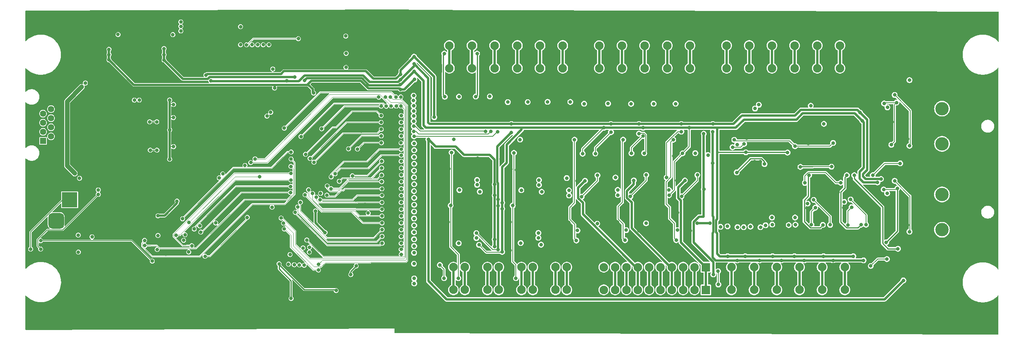
<source format=gbl>
G04 #@! TF.GenerationSoftware,KiCad,Pcbnew,8.0.9-8.0.9-0~ubuntu24.04.1*
G04 #@! TF.CreationDate,2025-10-26T13:13:23-04:00*
G04 #@! TF.ProjectId,analog_i,616e616c-6f67-45f6-992e-6b696361645f,rev?*
G04 #@! TF.SameCoordinates,Original*
G04 #@! TF.FileFunction,Copper,L4,Bot*
G04 #@! TF.FilePolarity,Positive*
%FSLAX46Y46*%
G04 Gerber Fmt 4.6, Leading zero omitted, Abs format (unit mm)*
G04 Created by KiCad (PCBNEW 8.0.9-8.0.9-0~ubuntu24.04.1) date 2025-10-26 13:13:23*
%MOMM*%
%LPD*%
G01*
G04 APERTURE LIST*
G04 Aperture macros list*
%AMRoundRect*
0 Rectangle with rounded corners*
0 $1 Rounding radius*
0 $2 $3 $4 $5 $6 $7 $8 $9 X,Y pos of 4 corners*
0 Add a 4 corners polygon primitive as box body*
4,1,4,$2,$3,$4,$5,$6,$7,$8,$9,$2,$3,0*
0 Add four circle primitives for the rounded corners*
1,1,$1+$1,$2,$3*
1,1,$1+$1,$4,$5*
1,1,$1+$1,$6,$7*
1,1,$1+$1,$8,$9*
0 Add four rect primitives between the rounded corners*
20,1,$1+$1,$2,$3,$4,$5,0*
20,1,$1+$1,$4,$5,$6,$7,0*
20,1,$1+$1,$6,$7,$8,$9,0*
20,1,$1+$1,$8,$9,$2,$3,0*%
G04 Aperture macros list end*
G04 #@! TA.AperFunction,ComponentPad*
%ADD10R,1.900000X1.900000*%
G04 #@! TD*
G04 #@! TA.AperFunction,ComponentPad*
%ADD11O,1.900000X1.900000*%
G04 #@! TD*
G04 #@! TA.AperFunction,ComponentPad*
%ADD12R,1.400000X1.400000*%
G04 #@! TD*
G04 #@! TA.AperFunction,ComponentPad*
%ADD13C,1.400000*%
G04 #@! TD*
G04 #@! TA.AperFunction,ComponentPad*
%ADD14C,2.400000*%
G04 #@! TD*
G04 #@! TA.AperFunction,ComponentPad*
%ADD15C,3.000000*%
G04 #@! TD*
G04 #@! TA.AperFunction,HeatsinkPad*
%ADD16C,0.500000*%
G04 #@! TD*
G04 #@! TA.AperFunction,HeatsinkPad*
%ADD17R,2.500000X2.500000*%
G04 #@! TD*
G04 #@! TA.AperFunction,ComponentPad*
%ADD18R,3.500000X3.500000*%
G04 #@! TD*
G04 #@! TA.AperFunction,ComponentPad*
%ADD19RoundRect,0.750000X-0.750000X-1.000000X0.750000X-1.000000X0.750000X1.000000X-0.750000X1.000000X0*%
G04 #@! TD*
G04 #@! TA.AperFunction,ComponentPad*
%ADD20RoundRect,0.875000X-0.875000X-0.875000X0.875000X-0.875000X0.875000X0.875000X-0.875000X0.875000X0*%
G04 #@! TD*
G04 #@! TA.AperFunction,ViaPad*
%ADD21C,0.800000*%
G04 #@! TD*
G04 #@! TA.AperFunction,Conductor*
%ADD22C,0.150000*%
G04 #@! TD*
G04 #@! TA.AperFunction,Conductor*
%ADD23C,0.500000*%
G04 #@! TD*
G04 #@! TA.AperFunction,Conductor*
%ADD24C,0.250000*%
G04 #@! TD*
G04 #@! TA.AperFunction,Conductor*
%ADD25C,1.000000*%
G04 #@! TD*
G04 #@! TA.AperFunction,Conductor*
%ADD26C,0.200000*%
G04 #@! TD*
G04 #@! TA.AperFunction,Conductor*
%ADD27C,0.100000*%
G04 #@! TD*
G04 APERTURE END LIST*
D10*
G04 #@! TO.P,J3001,1,Pin_1*
G04 #@! TO.N,GND*
X191807000Y-74481400D03*
X191807000Y-69401400D03*
D11*
G04 #@! TO.P,J3001,2,Pin_2*
G04 #@! TO.N,Net-(IC3001-VO)*
X194347000Y-74481400D03*
X194347000Y-69401400D03*
G04 #@! TO.P,J3001,3,Pin_3*
G04 #@! TO.N,GND*
X196887000Y-74481400D03*
X196887000Y-69401400D03*
G04 #@! TO.P,J3001,4,Pin_4*
G04 #@! TO.N,Net-(IC3001-VO)*
X199427000Y-74481400D03*
X199427000Y-69401400D03*
G04 #@! TO.P,J3001,5,Pin_5*
G04 #@! TO.N,GND*
X201967000Y-74481400D03*
X201967000Y-69401400D03*
G04 #@! TO.P,J3001,6,Pin_6*
G04 #@! TO.N,Net-(IC3001-VO)*
X204507000Y-74481400D03*
X204507000Y-69401400D03*
G04 #@! TO.P,J3001,7,Pin_7*
G04 #@! TO.N,GND*
X207047000Y-74481400D03*
X207047000Y-69401400D03*
G04 #@! TO.P,J3001,8,Pin_8*
G04 #@! TO.N,Net-(IC3003-VO)*
X209587000Y-74481400D03*
X209587000Y-69401400D03*
G04 #@! TO.P,J3001,9,Pin_9*
G04 #@! TO.N,GND*
X212127000Y-74481400D03*
X212127000Y-69401400D03*
G04 #@! TO.P,J3001,10,Pin_10*
G04 #@! TO.N,Net-(IC3003-VO)*
X214667000Y-74481400D03*
X214667000Y-69401400D03*
G04 #@! TO.P,J3001,11,Pin_11*
G04 #@! TO.N,GND*
X217207000Y-74481400D03*
X217207000Y-69401400D03*
G04 #@! TO.P,J3001,12,Pin_12*
G04 #@! TO.N,Net-(IC3003-VO)*
X219747000Y-74481400D03*
X219747000Y-69401400D03*
G04 #@! TD*
D10*
G04 #@! TO.P,J3003,1,Pin_1*
G04 #@! TO.N,GND*
X161080000Y-119086000D03*
X161080000Y-124166000D03*
D11*
G04 #@! TO.P,J3003,2,Pin_2*
G04 #@! TO.N,/analog_frontend/4-20mA Frontend3/+24_EXC*
X158540000Y-119086000D03*
X158540000Y-124166000D03*
G04 #@! TO.P,J3003,3,Pin_3*
G04 #@! TO.N,/analog_frontend/4-20mA Frontend3/SIGNAL*
X156000000Y-119086000D03*
X156000000Y-124166000D03*
G04 #@! TO.P,J3003,4,Pin_4*
G04 #@! TO.N,GND*
X153460000Y-119086000D03*
X153460000Y-124166000D03*
G04 #@! TO.P,J3003,5,Pin_5*
G04 #@! TO.N,/analog_frontend/4-20mA Frontend2/+24_EXC*
X150920000Y-119086000D03*
X150920000Y-124166000D03*
G04 #@! TO.P,J3003,6,Pin_6*
G04 #@! TO.N,/analog_frontend/4-20mA Frontend2/SIGNAL*
X148380000Y-119086000D03*
X148380000Y-124166000D03*
G04 #@! TO.P,J3003,7,Pin_7*
G04 #@! TO.N,GND*
X145840000Y-119086000D03*
X145840000Y-124166000D03*
G04 #@! TO.P,J3003,8,Pin_8*
G04 #@! TO.N,/analog_frontend/4-20mA Frontend1/+24_EXC*
X143300000Y-119086000D03*
X143300000Y-124166000D03*
G04 #@! TO.P,J3003,9,Pin_9*
G04 #@! TO.N,/analog_frontend/4-20mA Frontend1/SIGNAL*
X140760000Y-119086000D03*
X140760000Y-124166000D03*
G04 #@! TO.P,J3003,10,Pin_10*
G04 #@! TO.N,GND*
X138220000Y-119086000D03*
X138220000Y-124166000D03*
G04 #@! TO.P,J3003,11,Pin_11*
G04 #@! TO.N,/analog_frontend/4-20mA Frontend/+24_EXC*
X135680000Y-119086000D03*
X135680000Y-124166000D03*
G04 #@! TO.P,J3003,12,Pin_12*
G04 #@! TO.N,/analog_frontend/4-20mA Frontend/SIGNAL*
X133140000Y-119086000D03*
X133140000Y-124166000D03*
G04 #@! TD*
D12*
G04 #@! TO.P,J13001,1,1*
G04 #@! TO.N,Net-(T7001-TX+)*
X41166273Y-90786301D03*
D13*
G04 #@! TO.P,J13001,2,2*
G04 #@! TO.N,Net-(T7001-TX-)*
X42946273Y-89766301D03*
G04 #@! TO.P,J13001,3,3*
G04 #@! TO.N,Net-(T7001-RX+)*
X41166273Y-88746301D03*
G04 #@! TO.P,J13001,4,4*
G04 #@! TO.N,Net-(J13001-Pad4)*
X42946273Y-87726301D03*
G04 #@! TO.P,J13001,5,5*
X41166273Y-86706301D03*
G04 #@! TO.P,J13001,6,6*
G04 #@! TO.N,Net-(T7001-RX-)*
X42946273Y-85686301D03*
G04 #@! TO.P,J13001,7,7*
G04 #@! TO.N,Net-(J13001-Pad7)*
X41166273Y-84666301D03*
G04 #@! TO.P,J13001,8,8*
X42946273Y-83646301D03*
D14*
G04 #@! TO.P,J13001,9,MH1*
G04 #@! TO.N,GND*
X42056273Y-95266301D03*
G04 #@! TO.P,J13001,10,MH2*
X42056273Y-79166301D03*
G04 #@! TD*
D15*
G04 #@! TO.P,J9001,1,Pin_1*
G04 #@! TO.N,Net-(J9001-Pin_1)*
X242608850Y-110693250D03*
G04 #@! TO.P,J9001,2,Pin_2*
G04 #@! TO.N,Net-(J9001-Pin_2)*
X242608850Y-102793250D03*
G04 #@! TD*
D10*
G04 #@! TO.P,J3006,1,Pin_1*
G04 #@! TO.N,GND*
X129685600Y-74483600D03*
X129685600Y-69403600D03*
D11*
G04 #@! TO.P,J3006,2,Pin_2*
G04 #@! TO.N,/analog_frontend/dac_buf/VOUT*
X132225600Y-74483600D03*
X132225600Y-69403600D03*
G04 #@! TO.P,J3006,3,Pin_3*
G04 #@! TO.N,GND*
X134765600Y-74483600D03*
X134765600Y-69403600D03*
G04 #@! TO.P,J3006,4,Pin_4*
G04 #@! TO.N,/analog_frontend/dac_buf1/VOUT*
X137305600Y-74483600D03*
X137305600Y-69403600D03*
G04 #@! TO.P,J3006,5,Pin_5*
G04 #@! TO.N,GND*
X139845600Y-74483600D03*
X139845600Y-69403600D03*
G04 #@! TO.P,J3006,6,Pin_6*
G04 #@! TO.N,/analog_frontend/pwm_out_buf/VOUT*
X142385600Y-74483600D03*
X142385600Y-69403600D03*
G04 #@! TO.P,J3006,7,Pin_7*
G04 #@! TO.N,GND*
X144925600Y-74483600D03*
X144925600Y-69403600D03*
G04 #@! TO.P,J3006,8,Pin_8*
G04 #@! TO.N,/analog_frontend/pwm_out_buf1/VOUT*
X147465600Y-74483600D03*
X147465600Y-69403600D03*
G04 #@! TO.P,J3006,9,Pin_9*
G04 #@! TO.N,GND*
X150005600Y-74483600D03*
X150005600Y-69403600D03*
G04 #@! TO.P,J3006,10,Pin_10*
G04 #@! TO.N,/analog_frontend/pwm_out_buf2/VOUT*
X152545600Y-74483600D03*
X152545600Y-69403600D03*
G04 #@! TO.P,J3006,11,Pin_11*
G04 #@! TO.N,GND*
X155085600Y-74483600D03*
X155085600Y-69403600D03*
G04 #@! TO.P,J3006,12,Pin_12*
G04 #@! TO.N,/analog_frontend/pwm_out_buf3/VOUT*
X157625600Y-74483600D03*
X157625600Y-69403600D03*
G04 #@! TD*
D16*
G04 #@! TO.P,U7001,25,VSS*
G04 #@! TO.N,GND*
X67967400Y-108896300D03*
X67967400Y-109896300D03*
X67967400Y-110896300D03*
X68967400Y-108896300D03*
X68967400Y-109896300D03*
D17*
X68967400Y-109896300D03*
D16*
X68967400Y-110896300D03*
X69967400Y-108896300D03*
X69967400Y-109896300D03*
X69967400Y-110896300D03*
G04 #@! TD*
D15*
G04 #@! TO.P,J15001,1,Pin_1*
G04 #@! TO.N,Net-(J15001-Pin_1)*
X242617000Y-91441400D03*
G04 #@! TO.P,J15001,2,Pin_2*
G04 #@! TO.N,Net-(J15001-Pin_2)*
X242617000Y-83541400D03*
G04 #@! TD*
D10*
G04 #@! TO.P,J3005,1,Pin_1*
G04 #@! TO.N,GND*
X163287000Y-74491400D03*
X163287000Y-69411400D03*
D11*
G04 #@! TO.P,J3005,2,Pin_2*
G04 #@! TO.N,/analog_frontend/pwm_in_buf1/VIN*
X165827000Y-74491400D03*
X165827000Y-69411400D03*
G04 #@! TO.P,J3005,3,Pin_3*
G04 #@! TO.N,GND*
X168367000Y-74491400D03*
X168367000Y-69411400D03*
G04 #@! TO.P,J3005,4,Pin_4*
G04 #@! TO.N,/analog_frontend/pwm_in_buf/VIN*
X170907000Y-74491400D03*
X170907000Y-69411400D03*
G04 #@! TO.P,J3005,5,Pin_5*
G04 #@! TO.N,GND*
X173447000Y-74491400D03*
X173447000Y-69411400D03*
G04 #@! TO.P,J3005,6,Pin_6*
G04 #@! TO.N,/analog_frontend/pwm_in_buf4/VIN*
X175987000Y-74491400D03*
X175987000Y-69411400D03*
G04 #@! TO.P,J3005,7,Pin_7*
G04 #@! TO.N,GND*
X178527000Y-74491400D03*
X178527000Y-69411400D03*
G04 #@! TO.P,J3005,8,Pin_8*
G04 #@! TO.N,/analog_frontend/pwm_in_buf3/VIN*
X181067000Y-74491400D03*
X181067000Y-69411400D03*
G04 #@! TO.P,J3005,9,Pin_9*
G04 #@! TO.N,GND*
X183607000Y-74491400D03*
X183607000Y-69411400D03*
G04 #@! TO.P,J3005,10,Pin_10*
G04 #@! TO.N,/analog_frontend/pwm_in_buf2/VIN*
X186147000Y-74491400D03*
X186147000Y-69411400D03*
G04 #@! TD*
D10*
G04 #@! TO.P,J3004,1,Pin_1*
G04 #@! TO.N,GND*
X223365200Y-119088300D03*
X223365200Y-124168300D03*
D11*
G04 #@! TO.P,J3004,2,Pin_2*
G04 #@! TO.N,/analog_frontend/ain_g666p333_/VIN*
X220825200Y-119088300D03*
X220825200Y-124168300D03*
G04 #@! TO.P,J3004,3,Pin_3*
G04 #@! TO.N,GND*
X218285200Y-119088300D03*
X218285200Y-124168300D03*
G04 #@! TO.P,J3004,4,Pin_4*
G04 #@! TO.N,/analog_frontend/ain_g25p7_/VIN*
X215745200Y-119088300D03*
X215745200Y-124168300D03*
G04 #@! TO.P,J3004,5,Pin_5*
G04 #@! TO.N,GND*
X213205200Y-119088300D03*
X213205200Y-124168300D03*
G04 #@! TO.P,J3004,6,Pin_6*
G04 #@! TO.N,/analog_frontend/ain_0-15V_1/VIN*
X210665200Y-119088300D03*
X210665200Y-124168300D03*
G04 #@! TO.P,J3004,7,Pin_7*
G04 #@! TO.N,GND*
X208125200Y-119088300D03*
X208125200Y-124168300D03*
G04 #@! TO.P,J3004,8,Pin_8*
G04 #@! TO.N,/analog_frontend/ain_0-15V_/VIN*
X205585200Y-119088300D03*
X205585200Y-124168300D03*
G04 #@! TO.P,J3004,9,Pin_9*
G04 #@! TO.N,GND*
X203045200Y-119088300D03*
X203045200Y-124168300D03*
G04 #@! TO.P,J3004,10,Pin_10*
G04 #@! TO.N,/analog_frontend/ain_g1_1/VIN*
X200505200Y-119088300D03*
X200505200Y-124168300D03*
G04 #@! TO.P,J3004,11,Pin_11*
G04 #@! TO.N,GND*
X197965200Y-119088300D03*
X197965200Y-124168300D03*
G04 #@! TO.P,J3004,12,Pin_12*
G04 #@! TO.N,/analog_frontend/ain_g1_/VIN*
X195425200Y-119088300D03*
X195425200Y-124168300D03*
G04 #@! TD*
D18*
G04 #@! TO.P,J8001,1*
G04 #@! TO.N,Net-(U8001-+)*
X47136273Y-103978801D03*
D19*
G04 #@! TO.P,J8001,2*
G04 #@! TO.N,GND*
X41136273Y-103978801D03*
D20*
G04 #@! TO.P,J8001,3*
G04 #@! TO.N,N/C*
X44136273Y-108678801D03*
G04 #@! TD*
D10*
G04 #@! TO.P,J3002,1,Pin_1*
G04 #@! TO.N,/analog_frontend/RTD Amp2/W-*
X189687000Y-119091400D03*
X189687000Y-124171400D03*
D11*
G04 #@! TO.P,J3002,2,Pin_2*
G04 #@! TO.N,/analog_frontend/RTD Amp2/R-*
X187147000Y-119091400D03*
X187147000Y-124171400D03*
G04 #@! TO.P,J3002,3,Pin_3*
G04 #@! TO.N,/analog_frontend/RTD Amp2/R+*
X184607000Y-119091400D03*
X184607000Y-124171400D03*
G04 #@! TO.P,J3002,4,Pin_4*
G04 #@! TO.N,/analog_frontend/RTD Amp1/W-*
X182067000Y-119091400D03*
X182067000Y-124171400D03*
G04 #@! TO.P,J3002,5,Pin_5*
G04 #@! TO.N,/analog_frontend/RTD Amp1/R-*
X179527000Y-119091400D03*
X179527000Y-124171400D03*
G04 #@! TO.P,J3002,6,Pin_6*
G04 #@! TO.N,/analog_frontend/RTD Amp1/R+*
X176987000Y-119091400D03*
X176987000Y-124171400D03*
G04 #@! TO.P,J3002,7,Pin_7*
G04 #@! TO.N,/analog_frontend/RTD Amp/W-*
X174447000Y-119091400D03*
X174447000Y-124171400D03*
G04 #@! TO.P,J3002,8,Pin_8*
G04 #@! TO.N,/analog_frontend/RTD Amp/R-*
X171907000Y-119091400D03*
X171907000Y-124171400D03*
G04 #@! TO.P,J3002,9,Pin_9*
G04 #@! TO.N,/analog_frontend/RTD Amp/R+*
X169367000Y-119091400D03*
X169367000Y-124171400D03*
G04 #@! TO.P,J3002,10,Pin_10*
G04 #@! TO.N,unconnected-(J3002-Pin_10-Pad10)_1*
X166827000Y-119091400D03*
G04 #@! TO.N,unconnected-(J3002-Pin_10-Pad10)*
X166827000Y-124171400D03*
G04 #@! TD*
D21*
G04 #@! TO.N,GND*
X132122400Y-97063200D03*
X59116273Y-116136301D03*
X59939473Y-72984501D03*
X80515400Y-95447800D03*
X133282000Y-109201400D03*
X91415400Y-106717800D03*
X232666800Y-79592000D03*
X231407000Y-86571400D03*
X235417000Y-117231400D03*
X86956273Y-79966301D03*
X218092000Y-105563400D03*
X164757500Y-97328700D03*
X168977600Y-112718700D03*
X140014200Y-80757400D03*
X106725400Y-100717800D03*
X53776273Y-115996301D03*
X84535400Y-92307800D03*
X60213073Y-64911301D03*
X231009400Y-94801800D03*
X49089273Y-114426597D03*
X181373750Y-108993050D03*
X136402000Y-114621400D03*
X200584200Y-95386800D03*
X111334273Y-121053397D03*
X236196000Y-83938700D03*
X175630600Y-82144600D03*
X211167000Y-112383900D03*
X197247000Y-107481400D03*
X205015100Y-106942000D03*
X229907000Y-79821400D03*
X88385400Y-88427800D03*
X99975400Y-90967800D03*
X90586273Y-65256301D03*
X72186000Y-106753800D03*
X219307000Y-102321400D03*
X170297400Y-78479200D03*
X80085400Y-106669800D03*
X222857000Y-100901400D03*
X106480400Y-107482800D03*
X87202900Y-124367800D03*
X68139473Y-74834501D03*
X87205400Y-126647800D03*
X87855400Y-108687800D03*
X90405400Y-86157800D03*
X158982500Y-109073700D03*
X160817500Y-99768700D03*
X50991073Y-66699197D03*
X102055400Y-112132800D03*
X230227000Y-91601400D03*
X92295400Y-90137800D03*
X49028573Y-73059197D03*
X102695400Y-116597800D03*
X211227000Y-102411400D03*
X98056273Y-66296301D03*
X206695800Y-96564400D03*
X80523073Y-74671301D03*
X65143746Y-107651202D03*
X159327000Y-94551400D03*
X165140600Y-82074600D03*
X45116273Y-87356301D03*
X233787050Y-114104450D03*
X92335400Y-115657800D03*
X196784300Y-112646900D03*
X174227000Y-116761400D03*
X39253873Y-111551597D03*
X132465400Y-77994100D03*
X101295400Y-83247800D03*
X84035400Y-93877800D03*
X172267000Y-99971400D03*
X48246273Y-89906301D03*
X180431850Y-112722850D03*
X76245400Y-112497800D03*
X110905400Y-109007800D03*
X47541073Y-73209197D03*
X209097000Y-104451400D03*
X174743400Y-110940700D03*
X195037000Y-106061400D03*
X143817000Y-94821400D03*
X158040600Y-112803500D03*
X210457000Y-92621400D03*
X230137000Y-77151400D03*
X213399800Y-81651000D03*
X55121073Y-67799197D03*
X226694600Y-109986200D03*
X150437000Y-102721400D03*
X112445000Y-88534200D03*
X87585400Y-103227800D03*
X70391273Y-84558101D03*
X180508200Y-78530000D03*
X153237000Y-80541400D03*
X87132900Y-122077800D03*
X232658650Y-98843850D03*
X113385400Y-100717800D03*
X45046273Y-88856301D03*
X233771000Y-79542700D03*
X110565400Y-93147800D03*
X104785400Y-95427800D03*
X175694500Y-97243900D03*
X218552000Y-110063400D03*
X106628400Y-81650800D03*
X43266273Y-117126597D03*
X131962000Y-115361400D03*
X154427000Y-111531400D03*
X169587000Y-93751400D03*
X187035850Y-107490450D03*
X130092000Y-94671400D03*
X68697400Y-116173800D03*
X150297000Y-114571400D03*
X55101073Y-65829197D03*
X157024600Y-107139300D03*
X169919500Y-108988900D03*
X99081073Y-124716597D03*
X40584546Y-114096597D03*
X87107900Y-119837800D03*
X110530400Y-111957800D03*
X88586273Y-93676301D03*
X148127000Y-112391400D03*
X174494500Y-94543900D03*
X85525400Y-108577800D03*
X233795200Y-94852600D03*
X231567000Y-105746400D03*
X148267000Y-100541400D03*
X109105400Y-111957800D03*
X113485400Y-97767800D03*
X106577600Y-86807000D03*
X208064800Y-112119327D03*
X143592000Y-84371400D03*
X175377400Y-78555400D03*
X102395400Y-101887800D03*
X204487000Y-104681400D03*
X215277000Y-88494400D03*
X78255400Y-118847800D03*
X113475400Y-102227800D03*
X209866400Y-82025200D03*
X130527000Y-106851400D03*
X234888800Y-90377600D03*
X226354600Y-105536200D03*
X98386273Y-71536301D03*
X198322800Y-82000000D03*
X63046273Y-104996301D03*
X107060200Y-83327200D03*
X234880650Y-109629450D03*
X108885400Y-91647800D03*
X139937000Y-97001400D03*
X98885400Y-98867800D03*
X180705800Y-82052000D03*
X170540600Y-82064600D03*
X73793073Y-73761301D03*
X183208750Y-99688050D03*
X201917601Y-112722227D03*
X233762850Y-98794550D03*
X164644600Y-107571100D03*
X147117000Y-82121400D03*
X61579473Y-72924501D03*
X137492000Y-83596400D03*
X101905400Y-100607800D03*
X154567000Y-99681400D03*
X70416673Y-91060501D03*
X183352850Y-106855450D03*
X162077000Y-98191400D03*
X113555400Y-96187800D03*
X134402400Y-100513200D03*
X102052473Y-121073597D03*
X148757000Y-80571400D03*
X103775400Y-86657800D03*
X106305400Y-111182800D03*
X202327000Y-107511400D03*
X185948750Y-94548050D03*
X97605400Y-116732800D03*
X105105400Y-110632800D03*
X66106273Y-104480501D03*
X217160600Y-97478800D03*
X138557000Y-94701400D03*
X216997000Y-100181400D03*
X73151200Y-105577600D03*
X145857000Y-115311400D03*
X113283200Y-105120400D03*
X152547000Y-94181400D03*
X62319473Y-65754501D03*
X152257000Y-106061400D03*
X158270800Y-80229500D03*
X67424473Y-66014501D03*
X66255400Y-103257800D03*
X47656273Y-64886597D03*
X210175600Y-97478800D03*
X182347000Y-105811400D03*
X218817000Y-92496400D03*
X139766600Y-108929600D03*
X95515400Y-95627800D03*
X133092000Y-80802700D03*
X85515400Y-97427800D03*
X101865400Y-92827800D03*
X101165400Y-105657800D03*
X231001250Y-114053650D03*
X151567000Y-82071400D03*
X160961600Y-106936100D03*
X46039273Y-111901597D03*
X105916273Y-125406597D03*
X140702400Y-99653200D03*
X72417400Y-115523800D03*
X184127000Y-97911400D03*
X142617000Y-82096400D03*
X171898600Y-106851300D03*
X185781800Y-82092000D03*
X175581600Y-107486300D03*
X60941973Y-105596301D03*
X56499073Y-80011701D03*
X112556273Y-106836301D03*
X56706273Y-107246301D03*
X156617000Y-82146400D03*
X76183073Y-65121301D03*
X43720273Y-96517797D03*
X77983073Y-66941301D03*
X93175400Y-83567800D03*
X105240755Y-111948180D03*
X109056273Y-63546301D03*
X67449473Y-68039501D03*
X163806400Y-111025500D03*
X198844200Y-90156800D03*
X145847000Y-108941400D03*
X64058000Y-112105400D03*
X99981273Y-122021597D03*
X200207000Y-106091400D03*
X96080400Y-115032800D03*
X200027000Y-87561400D03*
X211627000Y-90619400D03*
X140532000Y-111581400D03*
X168297400Y-97226600D03*
X184587000Y-117041400D03*
X145987000Y-97091400D03*
X147177000Y-109151400D03*
X210275000Y-106927400D03*
X112470400Y-93588800D03*
X163557500Y-94628700D03*
X234195000Y-124496400D03*
X95926273Y-66326301D03*
X205484200Y-96596800D03*
X111275400Y-104077800D03*
X221511800Y-112349200D03*
X63166273Y-109906301D03*
X153801600Y-97029600D03*
X212378200Y-105868400D03*
X82371400Y-109209800D03*
X103656600Y-78653600D03*
X81805400Y-112317800D03*
X147317000Y-97301400D03*
X108735400Y-90127800D03*
X201894200Y-95396800D03*
X92565400Y-101657800D03*
X111055400Y-110657800D03*
X186197650Y-110944850D03*
X153661600Y-108879600D03*
X82133073Y-65561301D03*
X159967000Y-105891400D03*
X157127500Y-110878700D03*
X164963400Y-78530000D03*
X172697000Y-97731400D03*
X202059800Y-81761000D03*
X135719800Y-83616700D03*
X111893073Y-126387397D03*
X220584600Y-105746200D03*
X182457000Y-94121400D03*
X134232000Y-112441400D03*
X92595400Y-100257800D03*
X163667000Y-116741400D03*
X201237000Y-114431400D03*
X63489473Y-68754501D03*
X60891173Y-104365501D03*
X207317000Y-114441400D03*
X130592400Y-83785300D03*
X131952000Y-108991400D03*
X213326600Y-112324200D03*
X72513073Y-72921301D03*
X81215400Y-93327800D03*
X230177000Y-110861400D03*
X236187850Y-103190550D03*
X212627000Y-91394400D03*
X55631073Y-74819197D03*
X90145400Y-113477800D03*
X51198573Y-68869197D03*
X54216273Y-107496597D03*
X133452400Y-97273200D03*
X92595400Y-103237800D03*
X139367000Y-77971400D03*
X136572400Y-102693200D03*
X98506273Y-128336301D03*
X185537400Y-78504600D03*
X179767400Y-97256600D03*
X187148750Y-97248050D03*
X144327200Y-80624500D03*
X206175100Y-112412000D03*
X80823073Y-71121301D03*
X228957000Y-102771400D03*
X138347000Y-106141400D03*
X157357900Y-97316600D03*
X170817000Y-105811400D03*
X108625400Y-98577800D03*
G04 #@! TO.N,-12V*
X146117000Y-86996400D03*
X72053073Y-66121005D03*
X138272000Y-111461400D03*
X232417000Y-82191400D03*
X204570100Y-109542000D03*
X49086273Y-115706597D03*
X201717000Y-117571400D03*
X202844200Y-95971400D03*
X225574600Y-109576200D03*
X146117000Y-88871400D03*
X169457000Y-98991400D03*
X143142000Y-105346400D03*
X196692000Y-117571400D03*
X211742000Y-117571400D03*
X152167000Y-111411400D03*
X232587000Y-101461400D03*
X124297000Y-73531400D03*
X158517000Y-99111400D03*
X52166273Y-112276301D03*
X184192000Y-86996400D03*
X229637000Y-82391400D03*
X143142000Y-115146400D03*
X175874500Y-93523900D03*
X231242000Y-91646400D03*
X191242000Y-88746400D03*
X230087000Y-113541400D03*
X168417000Y-86996400D03*
X187328750Y-93528050D03*
X180897000Y-99021400D03*
X222133600Y-103928800D03*
X217542000Y-109603400D03*
X191267000Y-86996400D03*
X121266273Y-77046301D03*
X194544500Y-109928900D03*
X184192000Y-88696400D03*
X206592000Y-117571400D03*
X78756273Y-77276301D03*
X168442000Y-88821400D03*
X224279500Y-84433900D03*
X141292000Y-80821400D03*
X109076273Y-74276301D03*
X152307000Y-99561400D03*
X209764800Y-109556400D03*
X95786273Y-77286301D03*
X72053073Y-65091005D03*
X143142000Y-103921400D03*
X62757773Y-81614805D03*
X218192000Y-117571400D03*
X174717000Y-89146400D03*
X196617000Y-97846400D03*
X225042000Y-117571400D03*
X228942000Y-99321400D03*
X213856600Y-104005000D03*
X229547000Y-101671400D03*
X72053073Y-64111005D03*
X164937500Y-93608700D03*
X199697000Y-109998227D03*
X174717000Y-86996400D03*
X138442400Y-99533200D03*
X191242000Y-95771400D03*
X134369800Y-80866700D03*
G04 #@! TO.N,+24V*
X148207000Y-113681400D03*
X142367000Y-102996400D03*
X49354775Y-99157799D03*
X40653873Y-115051597D03*
X148347000Y-101831400D03*
X53548673Y-101786001D03*
X127517000Y-90421400D03*
X128842000Y-85471400D03*
X49841273Y-78681301D03*
X77666273Y-76026301D03*
X121258800Y-75836301D03*
X142367000Y-112871400D03*
X124307000Y-71881400D03*
X134482400Y-101803200D03*
X50666273Y-77816301D03*
X134312000Y-113731400D03*
X53548673Y-102786001D03*
X233957000Y-122071400D03*
X142367000Y-114471400D03*
X142367000Y-100546400D03*
X48274775Y-98077799D03*
G04 #@! TO.N,+2V5*
X121436600Y-115102600D03*
X209667600Y-91967000D03*
X182392000Y-90522484D03*
X160692000Y-113108300D03*
X196067000Y-90546400D03*
X111346273Y-118816301D03*
X171167000Y-90514335D03*
X110136273Y-120742239D03*
X183067000Y-113027650D03*
X218207000Y-91244400D03*
X160267000Y-90506421D03*
X124350000Y-121630000D03*
X114030400Y-106982800D03*
X171592000Y-113023500D03*
X148077000Y-90497570D03*
G04 #@! TO.N,+12V*
X235319250Y-111132650D03*
X97556273Y-76436301D03*
X121226273Y-78176301D03*
X185967000Y-87846400D03*
X61657773Y-81624805D03*
X222355200Y-105643600D03*
X228167000Y-100096400D03*
X162087500Y-93648700D03*
X235327400Y-91880800D03*
X181448750Y-102948050D03*
X169994500Y-102943900D03*
X194567000Y-116646400D03*
X49066273Y-111916597D03*
X204498600Y-107971200D03*
X213349539Y-109565623D03*
X201937601Y-110142227D03*
X184478750Y-93568050D03*
X70249473Y-66964501D03*
X138876600Y-114089600D03*
X222717000Y-116646400D03*
X207991200Y-93389400D03*
X209542000Y-116646400D03*
X138442000Y-71201400D03*
X159057500Y-103028700D03*
X231998250Y-99732850D03*
X144042000Y-104621400D03*
X198667400Y-93346800D03*
X99736273Y-77246301D03*
X175617000Y-87846400D03*
X109088177Y-71143701D03*
X144042000Y-115671400D03*
X139047000Y-102161400D03*
X152771600Y-114039600D03*
X144042000Y-105971400D03*
X224754500Y-86283900D03*
X216042000Y-116646400D03*
X213197000Y-82891400D03*
X198492000Y-116646400D03*
X68286569Y-71424501D03*
X209682600Y-107960300D03*
X232006400Y-80481000D03*
X221517000Y-109631400D03*
X196794300Y-110126900D03*
X131092000Y-71201400D03*
X175617000Y-89671400D03*
X68286569Y-70081005D03*
X131212000Y-80882700D03*
X173024500Y-93563900D03*
X124327000Y-75211400D03*
X152911600Y-102189600D03*
X204667000Y-116646400D03*
X138134200Y-80837400D03*
X166817000Y-87846400D03*
X214215600Y-105745600D03*
X68293073Y-72651005D03*
G04 #@! TO.N,+1V024*
X233242000Y-95821400D03*
X196704500Y-91583900D03*
X232742000Y-114971400D03*
X227107000Y-98471400D03*
X124360000Y-122750000D03*
X215918501Y-109619899D03*
X133237000Y-90461400D03*
X212842000Y-98471400D03*
X222967000Y-98471400D03*
X121446600Y-116222600D03*
X224460900Y-109552500D03*
X221292000Y-98471400D03*
G04 #@! TO.N,+3V3*
X230262000Y-117281400D03*
X134227000Y-121571400D03*
X55936273Y-71446301D03*
X104375400Y-111307800D03*
X219912000Y-100161400D03*
X40639646Y-113146597D03*
X121284200Y-79237800D03*
X146689500Y-93471400D03*
X189217000Y-89171400D03*
X66747400Y-115133800D03*
X73807400Y-115693800D03*
X101805400Y-80057800D03*
X201557000Y-82681400D03*
X55936273Y-72596301D03*
X96761273Y-126101597D03*
X55936273Y-70256301D03*
X102224963Y-106486538D03*
X106856273Y-124331597D03*
X191377000Y-120721400D03*
X57981073Y-66921697D03*
X189237000Y-101641400D03*
X146419500Y-105271400D03*
X92656273Y-74676301D03*
X132719500Y-93391400D03*
X132509500Y-105261400D03*
X66927400Y-111983800D03*
X72677400Y-113053800D03*
X94066273Y-118336301D03*
X93056273Y-78926301D03*
X226647000Y-118811400D03*
X200717000Y-83521400D03*
X109016273Y-67266301D03*
X211889500Y-100201400D03*
X124400000Y-77000000D03*
X235314500Y-77151400D03*
X73007400Y-111823800D03*
X147137000Y-121571400D03*
X216150700Y-86961400D03*
X65646273Y-117716301D03*
G04 #@! TO.N,/base/Micro/AIN0_Filt*
X97685400Y-106787800D03*
X117171200Y-113716400D03*
G04 #@! TO.N,/base/Micro/AIN1_Filt*
X98245400Y-105597800D03*
X117146200Y-112191400D03*
G04 #@! TO.N,/base/Micro/AIN2_Filt*
X98845400Y-104547800D03*
X117146200Y-110666400D03*
G04 #@! TO.N,/base/Micro/AIN5_Filt*
X101585400Y-102577800D03*
X117096200Y-106116400D03*
G04 #@! TO.N,/base/Micro/AIN6_Filt*
X102435400Y-103377800D03*
X117096200Y-104566400D03*
G04 #@! TO.N,/base/Micro/AIN7_Filt*
X117096200Y-102991400D03*
X103275400Y-104017800D03*
G04 #@! TO.N,/base/Micro/AIN3_Filt*
X117146200Y-109166400D03*
X99885400Y-102857800D03*
G04 #@! TO.N,/base/Micro/AIN4_Filt*
X100675400Y-101757800D03*
X117121200Y-107616400D03*
G04 #@! TO.N,/base/Micro/AIN8_Filt*
X117096200Y-101516400D03*
X104785400Y-102927800D03*
G04 #@! TO.N,/base/Micro/AIN9_Filt*
X104845400Y-100877800D03*
X117046200Y-99916400D03*
G04 #@! TO.N,/base/Micro/AIN10_Filt*
X117046200Y-98441400D03*
X105715400Y-101497800D03*
G04 #@! TO.N,/base/Micro/AIN11_Filt*
X117046200Y-96866400D03*
X107565400Y-99837800D03*
G04 #@! TO.N,/base/Micro/AIN12_Filt*
X110495400Y-98607800D03*
X117046200Y-95341400D03*
G04 #@! TO.N,/base/Micro/AIN15_Filt*
X111632200Y-92598200D03*
X116997800Y-91204200D03*
G04 #@! TO.N,/base/Micro/AIN16_Filt*
X109625600Y-92547400D03*
X116972800Y-89654200D03*
G04 #@! TO.N,/base/Micro/AIN17_Filt*
X116972800Y-88179200D03*
X101895400Y-95577800D03*
G04 #@! TO.N,/base/Micro/AIN18_Filt*
X101025400Y-94717800D03*
X116947800Y-86629200D03*
G04 #@! TO.N,/base/Micro/AIN19_Filt*
X116947800Y-85104200D03*
X99995400Y-93797800D03*
G04 #@! TO.N,/base/Micro/DEBUG_RESET*
X79885400Y-109167800D03*
X76287400Y-109823800D03*
X98396273Y-67856301D03*
X86766273Y-69246301D03*
X103355400Y-102527800D03*
G04 #@! TO.N,Net-(T7001-CT_1)*
X69547773Y-81624805D03*
X66936273Y-107556301D03*
X70417773Y-82624805D03*
X70397773Y-85534805D03*
X69553073Y-88317301D03*
X69553073Y-94895901D03*
X71197400Y-104293800D03*
X70417773Y-92054805D03*
G04 #@! TO.N,Net-(U8001-+)*
X38401273Y-115046597D03*
G04 #@! TO.N,+5V*
X171847800Y-110788300D03*
X190617000Y-109221400D03*
X210886800Y-96615200D03*
X165355800Y-109327900D03*
X187747050Y-109247250D03*
X176292800Y-109243100D03*
X160910800Y-110873100D03*
X217846400Y-96564400D03*
X183302050Y-110792450D03*
G04 #@! TO.N,/analog_frontend/AIN3*
X121436200Y-109176400D03*
X138272000Y-112561400D03*
X124320000Y-115870000D03*
G04 #@! TO.N,/analog_frontend/AIN4*
X138442400Y-100633200D03*
X124340000Y-114350000D03*
X121456200Y-107656400D03*
G04 #@! TO.N,/analog_frontend/AIN5*
X121446200Y-106136400D03*
X152167000Y-112511400D03*
X124330000Y-112830000D03*
G04 #@! TO.N,/analog_frontend/AIN6*
X124310000Y-111260000D03*
X152307000Y-100661400D03*
X121426200Y-104566400D03*
G04 #@! TO.N,/analog_frontend/AIN7*
X124340000Y-109720000D03*
X121456200Y-103026400D03*
X159009750Y-101860300D03*
G04 #@! TO.N,/analog_frontend/AIN8*
X124330000Y-108180000D03*
X169946750Y-101775500D03*
X121446200Y-101486400D03*
G04 #@! TO.N,/analog_frontend/AIN9*
X121436200Y-99926400D03*
X124320000Y-106620000D03*
X181401000Y-101779650D03*
G04 #@! TO.N,/analog_frontend/AIN10*
X230316250Y-102539850D03*
X124350000Y-105100000D03*
X121466200Y-98406400D03*
G04 #@! TO.N,/analog_frontend/AIN11*
X124350000Y-103560000D03*
X230380800Y-83275000D03*
X121466200Y-96866400D03*
G04 #@! TO.N,/analog_frontend/AIN12*
X124300000Y-102040000D03*
X192984500Y-110048900D03*
X121416200Y-95346400D03*
G04 #@! TO.N,/analog_frontend/AIN15*
X121402800Y-91219200D03*
X124310000Y-97450000D03*
X198177000Y-110128227D03*
G04 #@! TO.N,/analog_frontend/AIN16*
X124340000Y-95910000D03*
X203095100Y-109702000D03*
X121432800Y-89679200D03*
G04 #@! TO.N,/analog_frontend/AIN17*
X124330000Y-94390000D03*
X208257000Y-109651400D03*
X121422800Y-88159200D03*
G04 #@! TO.N,/analog_frontend/AIN18*
X121432800Y-86629200D03*
X124340000Y-92860000D03*
X212507000Y-104841400D03*
G04 #@! TO.N,/analog_frontend/AIN19*
X124330000Y-91340000D03*
X121422800Y-85109200D03*
X220717000Y-104451400D03*
G04 #@! TO.N,/analog_frontend/PWM0*
X124220000Y-84060000D03*
X121348600Y-80914200D03*
X116407400Y-80965000D03*
X87725400Y-95627800D03*
X145317200Y-82074500D03*
G04 #@! TO.N,/analog_frontend/PWM1*
X149777000Y-82071400D03*
X120242800Y-80914200D03*
X95235400Y-87917800D03*
X124210000Y-82900000D03*
G04 #@! TO.N,/analog_frontend/PWM2*
X154237000Y-82031400D03*
X95075400Y-109217800D03*
X124200000Y-81750000D03*
X119023600Y-80939600D03*
G04 #@! TO.N,/analog_frontend/PWM3*
X159327000Y-82051400D03*
X102894600Y-119725400D03*
X124210000Y-80630000D03*
X117931400Y-80965000D03*
X102894600Y-118430000D03*
X95245400Y-110517800D03*
G04 #@! TO.N,/base/AIN1*
X121416200Y-112226400D03*
G04 #@! TO.N,/base/Micro/RMII_TX_EN*
X86945400Y-107927800D03*
X77480400Y-116657800D03*
G04 #@! TO.N,/base/Micro/RMII_RXD1*
X63945400Y-113097800D03*
X96765400Y-94847800D03*
G04 #@! TO.N,/base/Micro/RMII_CRS_DV*
X74505400Y-114287800D03*
X96745400Y-98077800D03*
G04 #@! TO.N,/base/Micro/LED0*
X99695400Y-118647800D03*
X100885400Y-114607800D03*
G04 #@! TO.N,/base/Micro/UART_TX*
X85441273Y-69221301D03*
X92185400Y-84367800D03*
G04 #@! TO.N,/base/Micro/LED3*
X96175400Y-118437800D03*
X96530400Y-116257800D03*
G04 #@! TO.N,/base/Micro/RMII_MDIO*
X96725400Y-99557800D03*
X70985400Y-111927800D03*
G04 #@! TO.N,/base/Micro/DEBUG_TDO{slash}SWO*
X89266273Y-69221301D03*
X92496273Y-105646301D03*
G04 #@! TO.N,/base/Micro/LED1*
X100855400Y-115717800D03*
X98615400Y-118597800D03*
G04 #@! TO.N,/base/Micro/RMII_REF_CLK*
X75065400Y-110527800D03*
X96675400Y-100987800D03*
G04 #@! TO.N,/base/Micro/UART_RX*
X91355400Y-85207800D03*
X85441273Y-65171301D03*
G04 #@! TO.N,/base/Micro/RMII_MDC*
X76529400Y-111241800D03*
X96655400Y-102367800D03*
G04 #@! TO.N,/base/Micro/DEBUG_TCK{slash}SWCLK*
X90516273Y-69221301D03*
X80655400Y-99067800D03*
G04 #@! TO.N,/base/Micro/RMII_TXD0*
X73885400Y-109057800D03*
X89696273Y-98816301D03*
G04 #@! TO.N,/base/Micro/DEBUG_TMS{slash}SWDIO*
X91791273Y-69196301D03*
X86426273Y-96266301D03*
G04 #@! TO.N,/base/Micro/LED2*
X99435400Y-114787800D03*
X97475400Y-118537800D03*
G04 #@! TO.N,/base/Micro/RMII_RXD0*
X96725400Y-96507800D03*
X63985400Y-114257800D03*
G04 #@! TO.N,/base/Micro/DEBUG_TDI*
X88016273Y-69206301D03*
X81465400Y-98177800D03*
G04 #@! TO.N,/base/Micro/RMII_TXD1*
X72436273Y-108226301D03*
X96755400Y-93267800D03*
G04 #@! TO.N,/analog_frontend/RTD Amp/rtd_amp_inner/Vout*
X161850600Y-103303900D03*
X165406600Y-98503300D03*
G04 #@! TO.N,/analog_frontend/RTD Amp1/rtd_amp_inner/Vout*
X176343600Y-98418500D03*
X172787600Y-103219100D03*
G04 #@! TO.N,/analog_frontend/RTD Amp2/rtd_amp_inner/Vout*
X187797850Y-98422650D03*
X184241850Y-103223250D03*
G04 #@! TO.N,/analog_frontend/AIN2*
X195667000Y-92196400D03*
X131054500Y-121558900D03*
X130097000Y-118601400D03*
X192492000Y-122971400D03*
X121436200Y-110706400D03*
X190167000Y-93946400D03*
X124300800Y-118324000D03*
X198259000Y-91454600D03*
X192417000Y-119996400D03*
G04 #@! TO.N,/analog_frontend/AIN13_DAC0*
X124335000Y-100485000D03*
X106625400Y-98137800D03*
X121411200Y-93995200D03*
G04 #@! TO.N,/analog_frontend/AIN14_DAC1*
X105735400Y-98837800D03*
X121411600Y-92673400D03*
X124310000Y-98960000D03*
G04 #@! TO.N,/base/Micro/Ethernet/RX+*
X65057773Y-86504805D03*
X66667773Y-86506301D03*
G04 #@! TO.N,/base/Micro/Ethernet/TX+*
X66707773Y-92854805D03*
X65217773Y-92854805D03*
G04 #@! TO.N,/analog_frontend/ENCODER0_0*
X162423400Y-82441600D03*
X116938200Y-82992000D03*
X124245000Y-85223400D03*
X103605400Y-88067800D03*
G04 #@! TO.N,/analog_frontend/COUNTER0*
X124250000Y-87488400D03*
X140292000Y-88646400D03*
X172939000Y-82467000D03*
X88675400Y-94827800D03*
X119201400Y-82971600D03*
G04 #@! TO.N,/analog_frontend/FREQ0*
X94516273Y-108066301D03*
X120319000Y-82971600D03*
X124275000Y-88673400D03*
X177993600Y-82441600D03*
X141517000Y-88646400D03*
G04 #@! TO.N,/analog_frontend/FREQ1*
X100275400Y-113007800D03*
X124305000Y-89753400D03*
X143017000Y-88721400D03*
X121360400Y-82971600D03*
X182921200Y-82441600D03*
G04 #@! TO.N,/analog_frontend/ENCODER0_1*
X167782800Y-82416200D03*
X124227500Y-86338400D03*
X98985400Y-89817800D03*
X118083800Y-82997000D03*
G04 #@! TO.N,/base/AIN0*
X121426200Y-113746400D03*
G04 #@! TO.N,/analog_frontend/RTD Amp/W-*
X162611325Y-99731925D03*
G04 #@! TO.N,/analog_frontend/RTD Amp1/W-*
X173548325Y-99647125D03*
G04 #@! TO.N,/analog_frontend/RTD Amp2/W-*
X185002575Y-99651275D03*
G04 #@! TD*
D22*
G04 #@! TO.N,GND*
X213662605Y-118430205D02*
X213531000Y-118561810D01*
D23*
G04 #@! TO.N,-12V*
X146117000Y-86996400D02*
X164167000Y-86996400D01*
X197517000Y-85371400D02*
X197817000Y-85071400D01*
X191367000Y-111266400D02*
X191242000Y-111391400D01*
X98506273Y-77396301D02*
X95786273Y-77396301D01*
D22*
X182223455Y-89877855D02*
X183404910Y-88696400D01*
D23*
X195892000Y-86996400D02*
X197517000Y-85371400D01*
X196692000Y-117571400D02*
X191917000Y-117571400D01*
X127467000Y-76701400D02*
X127467000Y-86671400D01*
X143142000Y-105346400D02*
X143142000Y-115146400D01*
X201717000Y-117571400D02*
X206592000Y-117571400D01*
X210967000Y-83796400D02*
X223642000Y-83796400D01*
X113400515Y-76642059D02*
X112874757Y-76116301D01*
X209592000Y-85071400D02*
X209692000Y-85071400D01*
X191367000Y-107756400D02*
X191367000Y-111266400D01*
X184192000Y-86996400D02*
X191267000Y-86996400D01*
X142967000Y-92021400D02*
X142967000Y-100085739D01*
X164167000Y-86996400D02*
X168417000Y-86996400D01*
D22*
X229837000Y-82191400D02*
X229637000Y-82391400D01*
D23*
X218192000Y-117571400D02*
X225042000Y-117571400D01*
D24*
X199701600Y-94761800D02*
X196617000Y-97846400D01*
X202844200Y-95462916D02*
X202143084Y-94761800D01*
D23*
X78876273Y-77396301D02*
X78756273Y-77276301D01*
X211742000Y-117571400D02*
X218192000Y-117571400D01*
X209692000Y-85071400D02*
X210967000Y-83796400D01*
X124297000Y-73531400D02*
X127467000Y-76701400D01*
X127792000Y-86996400D02*
X130592000Y-86996400D01*
X224279500Y-84433900D02*
X225842000Y-85996400D01*
X174717000Y-86996400D02*
X184192000Y-86996400D01*
D24*
X232587000Y-111041400D02*
X230087000Y-113541400D01*
D23*
X225867000Y-97260739D02*
X224892000Y-98235739D01*
X225842000Y-85996400D02*
X225842000Y-93896400D01*
D22*
X183404910Y-88696400D02*
X184192000Y-88696400D01*
X176192000Y-89433227D02*
X175805173Y-89046400D01*
D24*
X202844200Y-95971400D02*
X202844200Y-95462916D01*
D22*
X180918750Y-91182561D02*
X182223455Y-89877855D01*
X231982000Y-90906400D02*
X231982000Y-82626400D01*
D23*
X146117000Y-88871400D02*
X142967000Y-92021400D01*
X130592000Y-86996400D02*
X141442000Y-86996400D01*
D22*
X232377000Y-101671400D02*
X232587000Y-101461400D01*
X180897000Y-99021400D02*
X180918750Y-98999650D01*
D23*
X197817000Y-85071400D02*
X209592000Y-85071400D01*
X95786273Y-77396301D02*
X78876273Y-77396301D01*
X95786273Y-77286301D02*
X95786273Y-77146301D01*
X141442000Y-86996400D02*
X146117000Y-86996400D01*
X228367000Y-99321400D02*
X228942000Y-99321400D01*
X142967000Y-100085739D02*
X143142000Y-100260739D01*
X95786273Y-77396301D02*
X95786273Y-77286301D01*
X225492000Y-99321400D02*
X228367000Y-99321400D01*
D22*
X176192000Y-93206400D02*
X176192000Y-89433227D01*
X175805173Y-89046400D02*
X174817000Y-89046400D01*
D23*
X127467000Y-86671400D02*
X127792000Y-86996400D01*
X121266273Y-77046301D02*
X120756273Y-77556301D01*
D22*
X183229911Y-88871400D02*
X183242000Y-88871400D01*
D23*
X196692000Y-117571400D02*
X201717000Y-117571400D01*
X224892000Y-98235739D02*
X224892000Y-98721400D01*
X124297000Y-74015574D02*
X124297000Y-73531400D01*
D22*
X175874500Y-93523900D02*
X176192000Y-93206400D01*
X229547000Y-101671400D02*
X232377000Y-101671400D01*
X231982000Y-82626400D02*
X232417000Y-82191400D01*
D23*
X228942000Y-99321400D02*
X229017000Y-99321400D01*
D22*
X232417000Y-82191400D02*
X229837000Y-82191400D01*
X164937500Y-93608700D02*
X164937500Y-92325900D01*
D23*
X191267000Y-86996400D02*
X195892000Y-86996400D01*
D22*
X225574600Y-107369800D02*
X222133600Y-103928800D01*
D23*
X206592000Y-117571400D02*
X211742000Y-117571400D01*
X143142000Y-103921400D02*
X143142000Y-105346400D01*
X191917000Y-117571400D02*
X191242000Y-116896400D01*
X225842000Y-93896400D02*
X225842000Y-96021400D01*
D22*
X141957000Y-115146400D02*
X143142000Y-115146400D01*
X217542000Y-107690400D02*
X213856600Y-104005000D01*
X164937500Y-92325900D02*
X168442000Y-88821400D01*
D23*
X224892000Y-98721400D02*
X225492000Y-99321400D01*
X168417000Y-86996400D02*
X174717000Y-86996400D01*
D24*
X232587000Y-101461400D02*
X232587000Y-111041400D01*
D23*
X112874757Y-76116301D02*
X99786273Y-76116301D01*
X121266273Y-77046301D02*
X124297000Y-74015574D01*
X143142000Y-100260739D02*
X143142000Y-103921400D01*
X191242000Y-107631400D02*
X191367000Y-107756400D01*
D22*
X180918750Y-98999650D02*
X180918750Y-91182561D01*
D23*
X223642000Y-83796400D02*
X224279500Y-84433900D01*
D22*
X225574600Y-109576200D02*
X225574600Y-107369800D01*
X217542000Y-109603400D02*
X217542000Y-107690400D01*
D23*
X225842000Y-96021400D02*
X225867000Y-96046400D01*
X191242000Y-107631400D02*
X191242000Y-95771400D01*
X114314757Y-77556301D02*
X113400515Y-76642059D01*
D22*
X138272000Y-111461400D02*
X141957000Y-115146400D01*
X182223455Y-89877855D02*
X183229911Y-88871400D01*
D24*
X202143084Y-94761800D02*
X199701600Y-94761800D01*
D22*
X174817000Y-89046400D02*
X174717000Y-89146400D01*
D23*
X99786273Y-76116301D02*
X98506273Y-77396301D01*
X225867000Y-96046400D02*
X225867000Y-97260739D01*
X191242000Y-88746400D02*
X191242000Y-95771400D01*
X191242000Y-116896400D02*
X191242000Y-111391400D01*
D22*
X231242000Y-91646400D02*
X231982000Y-90906400D01*
D23*
X120756273Y-77556301D02*
X114314757Y-77556301D01*
G04 #@! TO.N,+24V*
X131617000Y-126311400D02*
X127517000Y-122211400D01*
X128792000Y-80721400D02*
X128792000Y-85421400D01*
X94518374Y-75754200D02*
X95136273Y-75136301D01*
X127517000Y-122211400D02*
X127517000Y-90421400D01*
X113256273Y-75136301D02*
X113506273Y-75136301D01*
X142367000Y-112871400D02*
X142367000Y-114471400D01*
X127517000Y-90421400D02*
X129137000Y-92041400D01*
X121258800Y-75836301D02*
X121258800Y-74929600D01*
X142367000Y-100546400D02*
X142367000Y-102996400D01*
D22*
X45598373Y-110736301D02*
X53548673Y-102786001D01*
D23*
X77938374Y-75754200D02*
X94518374Y-75754200D01*
X121258800Y-74929600D02*
X124307000Y-71881400D01*
X133687000Y-92041400D02*
X135517000Y-93871400D01*
X120278800Y-76816301D02*
X121258800Y-75836301D01*
D25*
X46576273Y-96379297D02*
X46576273Y-81946301D01*
D22*
X40653873Y-115051597D02*
X40009546Y-114407270D01*
X40009546Y-112833028D02*
X42106273Y-110736301D01*
D23*
X128792000Y-76366400D02*
X128792000Y-80721400D01*
X233957000Y-122071400D02*
X229717000Y-126311400D01*
X141242000Y-93871400D02*
X142367000Y-94996400D01*
X128792000Y-85421400D02*
X128842000Y-85471400D01*
X115186273Y-76816301D02*
X120278800Y-76816301D01*
X113506273Y-75136301D02*
X115186273Y-76816301D01*
X142367000Y-94996400D02*
X142367000Y-100546400D01*
X129137000Y-92041400D02*
X133687000Y-92041400D01*
D25*
X48274775Y-98077799D02*
X46576273Y-96379297D01*
X46576273Y-81946301D02*
X49841273Y-78681301D01*
D23*
X95136273Y-75136301D02*
X113256273Y-75136301D01*
X142367000Y-102996400D02*
X142367000Y-112871400D01*
D22*
X42106273Y-110736301D02*
X45598373Y-110736301D01*
D23*
X229717000Y-126311400D02*
X131617000Y-126311400D01*
D22*
X40009546Y-114407270D02*
X40009546Y-112833028D01*
D23*
X124307000Y-71881400D02*
X128792000Y-76366400D01*
X135517000Y-93871400D02*
X141242000Y-93871400D01*
X77666273Y-76026301D02*
X77938374Y-75754200D01*
D26*
G04 #@! TO.N,+2V5*
X160217500Y-90555921D02*
X160217500Y-104695900D01*
X170978729Y-90702606D02*
X171167000Y-90514335D01*
X181584450Y-108188850D02*
X182672521Y-109276921D01*
X181857000Y-98909929D02*
X181857000Y-91057484D01*
X170067000Y-108287871D02*
X170067000Y-105483129D01*
X180801000Y-104909071D02*
X180801000Y-99965929D01*
X160281271Y-112697571D02*
X160692000Y-113108300D01*
X181584450Y-105692521D02*
X180801000Y-104909071D01*
X170067000Y-105483129D02*
X170978729Y-104571400D01*
D22*
X217482000Y-91969400D02*
X218207000Y-91244400D01*
D26*
X171192000Y-112623500D02*
X171192000Y-109412871D01*
X181857000Y-91057484D02*
X182392000Y-90522484D01*
D22*
X209667600Y-91967000D02*
X209670000Y-91969400D01*
D26*
X180801000Y-99965929D02*
X181857000Y-98909929D01*
D22*
X196067000Y-90546400D02*
X196252400Y-90731800D01*
D26*
X171192000Y-109412871D02*
X170067000Y-108287871D01*
X160281271Y-109485671D02*
X160281271Y-112697571D01*
X182672521Y-109276921D02*
X182672521Y-112633171D01*
D22*
X196252400Y-90731800D02*
X208432400Y-90731800D01*
D24*
X110136273Y-120742239D02*
X110136273Y-120026301D01*
D26*
X160267000Y-90506421D02*
X160217500Y-90555921D01*
X171592000Y-113023500D02*
X171192000Y-112623500D01*
X182672521Y-112633171D02*
X183067000Y-113027650D01*
X170978729Y-104571400D02*
X170978729Y-90702606D01*
D24*
X110136273Y-120026301D02*
X111346273Y-118816301D01*
D26*
X160217500Y-104695900D02*
X159193200Y-105720200D01*
X181584450Y-105692521D02*
X181584450Y-108188850D01*
X159193200Y-108397600D02*
X160281271Y-109485671D01*
X159193200Y-105720200D02*
X159193200Y-108397600D01*
D22*
X208432400Y-90731800D02*
X209667600Y-91967000D01*
X209670000Y-91969400D02*
X217482000Y-91969400D01*
D23*
G04 #@! TO.N,+12V*
X216042000Y-116646400D02*
X222717000Y-116646400D01*
X114196229Y-78286301D02*
X112626229Y-76716301D01*
D22*
X173024500Y-93563900D02*
X173024500Y-92263900D01*
D23*
X121362099Y-78176301D02*
X124327000Y-75211400D01*
X225067000Y-92796400D02*
X225067000Y-95871400D01*
D22*
X231998250Y-99732850D02*
X235455650Y-103190250D01*
D23*
X100776273Y-76716301D02*
X100266273Y-76716301D01*
X224992000Y-100096400D02*
X228167000Y-100096400D01*
X148417000Y-87846400D02*
X148417000Y-88271400D01*
X192242000Y-111531400D02*
X192242000Y-116096400D01*
D24*
X192291600Y-93346800D02*
X192242000Y-93396400D01*
X131212000Y-80882700D02*
X130860600Y-80531300D01*
D23*
X144092000Y-96621400D02*
X144042000Y-96671400D01*
X191967000Y-111256400D02*
X192242000Y-111531400D01*
X211367000Y-84621400D02*
X223092000Y-84621400D01*
D26*
X213349539Y-106611661D02*
X214215600Y-105745600D01*
D23*
X224742000Y-99846400D02*
X224992000Y-100096400D01*
X223092000Y-84621400D02*
X224754500Y-86283900D01*
X225067000Y-86596400D02*
X225067000Y-92796400D01*
D24*
X138480600Y-71240000D02*
X138442000Y-71201400D01*
X138480600Y-80491000D02*
X138480600Y-71240000D01*
D23*
X124327000Y-75211400D02*
X126417000Y-77301400D01*
X145042000Y-95671400D02*
X144092000Y-96621400D01*
X224142000Y-97671400D02*
X224142000Y-99246400D01*
D22*
X235455650Y-103190250D02*
X235455650Y-110996250D01*
D23*
X209542000Y-116646400D02*
X216042000Y-116646400D01*
X225067000Y-96746400D02*
X224142000Y-97671400D01*
X192792000Y-116646400D02*
X194567000Y-116646400D01*
D22*
X221517000Y-109631400D02*
X221517000Y-106481800D01*
X162087500Y-92575900D02*
X166817000Y-87846400D01*
D23*
X175617000Y-87846400D02*
X185967000Y-87846400D01*
D22*
X182633750Y-95413050D02*
X182633750Y-101763050D01*
D23*
X198492000Y-116646400D02*
X204667000Y-116646400D01*
X68286569Y-70081005D02*
X68286569Y-72644501D01*
D22*
X182633750Y-101763050D02*
X181448750Y-102948050D01*
D24*
X207948600Y-93346800D02*
X207991200Y-93389400D01*
D23*
X72528369Y-76886301D02*
X68293073Y-72651005D01*
D22*
X138876600Y-114089600D02*
X140508400Y-115721400D01*
D24*
X198667400Y-93346800D02*
X207948600Y-93346800D01*
D22*
X184478750Y-93568050D02*
X185967000Y-92079800D01*
D23*
X198242000Y-85996400D02*
X209992000Y-85996400D01*
X144042000Y-104621400D02*
X144042000Y-105971400D01*
D24*
X130860600Y-80531300D02*
X130860600Y-71432800D01*
D23*
X144042000Y-96671400D02*
X144042000Y-104621400D01*
X209992000Y-85996400D02*
X211367000Y-84621400D01*
D24*
X130860600Y-71432800D02*
X131092000Y-71201400D01*
D26*
X235327400Y-91880800D02*
X235488800Y-91719400D01*
X235488800Y-91719400D02*
X235488800Y-83963400D01*
D23*
X166817000Y-87846400D02*
X175617000Y-87846400D01*
X191967000Y-108586400D02*
X191967000Y-111256400D01*
X126417000Y-77301400D02*
X126417000Y-87271400D01*
X185967000Y-87846400D02*
X192242000Y-87846400D01*
D22*
X162087500Y-93648700D02*
X162087500Y-92575900D01*
D23*
X148417000Y-88271400D02*
X145042000Y-91646400D01*
X126417000Y-87271400D02*
X126992000Y-87846400D01*
D22*
X140508400Y-115721400D02*
X143992000Y-115721400D01*
X184478750Y-93568050D02*
X182633750Y-95413050D01*
D23*
X148417000Y-87846400D02*
X162867000Y-87846400D01*
X192242000Y-108311400D02*
X191967000Y-108586400D01*
X162867000Y-87846400D02*
X166817000Y-87846400D01*
X142617000Y-87846400D02*
X148417000Y-87846400D01*
X78535612Y-76436301D02*
X97556273Y-76436301D01*
D24*
X198667400Y-93346800D02*
X192291600Y-93346800D01*
D23*
X78085612Y-76886301D02*
X78535612Y-76436301D01*
X144042000Y-105971400D02*
X144042000Y-115671400D01*
X192242000Y-87846400D02*
X192242000Y-93396400D01*
X100266273Y-76716301D02*
X99736273Y-77246301D01*
X194567000Y-116646400D02*
X198492000Y-116646400D01*
X192242000Y-116096400D02*
X192792000Y-116646400D01*
X225067000Y-95871400D02*
X225067000Y-96746400D01*
X126992000Y-87846400D02*
X142617000Y-87846400D01*
X145042000Y-91646400D02*
X145042000Y-95671400D01*
D22*
X185967000Y-92079800D02*
X185967000Y-87846400D01*
X143992000Y-115721400D02*
X144042000Y-115671400D01*
D23*
X121116273Y-78286301D02*
X114196229Y-78286301D01*
X196392000Y-87846400D02*
X198242000Y-85996400D01*
X112626229Y-76716301D02*
X100776273Y-76716301D01*
X121226273Y-78176301D02*
X121116273Y-78286301D01*
X224142000Y-99246400D02*
X224742000Y-99846400D01*
D26*
X235488800Y-83963400D02*
X232006400Y-80481000D01*
D22*
X173024500Y-92263900D02*
X175617000Y-89671400D01*
D24*
X138134200Y-80837400D02*
X138480600Y-80491000D01*
D26*
X213349539Y-109565623D02*
X213349539Y-106611661D01*
D23*
X68286569Y-72644501D02*
X68293073Y-72651005D01*
X224754500Y-86283900D02*
X225067000Y-86596400D01*
X192242000Y-87846400D02*
X196392000Y-87846400D01*
D22*
X221517000Y-106481800D02*
X222355200Y-105643600D01*
X235455650Y-110996250D02*
X235319250Y-111132650D01*
D23*
X192242000Y-93396400D02*
X192242000Y-108311400D01*
X204667000Y-116646400D02*
X209542000Y-116646400D01*
X121226273Y-78176301D02*
X121362099Y-78176301D01*
X72528369Y-76886301D02*
X78085612Y-76886301D01*
D24*
G04 #@! TO.N,+1V024*
X211753200Y-108853168D02*
X213146432Y-110246400D01*
X212667000Y-103161400D02*
X212667000Y-98646400D01*
X222967000Y-98471400D02*
X222967000Y-99254716D01*
X220819500Y-98943900D02*
X220819500Y-101351500D01*
X215292000Y-110246400D02*
X215918501Y-109619899D01*
X212667000Y-98646400D02*
X212842000Y-98471400D01*
D26*
X233242000Y-95821400D02*
X229757000Y-95821400D01*
D24*
X219959600Y-102211400D02*
X219959600Y-108957884D01*
X221273116Y-110271400D02*
X223742000Y-110271400D01*
D26*
X228947000Y-96631400D02*
X228577000Y-97001400D01*
D24*
X211797000Y-104031400D02*
X212667000Y-103161400D01*
X222967000Y-99254716D02*
X229288116Y-105575832D01*
D26*
X228577000Y-97001400D02*
X229757000Y-95821400D01*
D24*
X211753200Y-104031400D02*
X211753200Y-108853168D01*
X219959600Y-108957884D02*
X221273116Y-110271400D01*
X221292000Y-98471400D02*
X220819500Y-98943900D01*
X220819500Y-101351500D02*
X219959600Y-102211400D01*
X213146432Y-110246400D02*
X215292000Y-110246400D01*
X230517000Y-114971400D02*
X232742000Y-114971400D01*
X229288116Y-105575832D02*
X229288116Y-113742516D01*
X223742000Y-110271400D02*
X224460900Y-109552500D01*
X229288116Y-113742516D02*
X230517000Y-114971400D01*
D26*
X228577000Y-97001400D02*
X227107000Y-98471400D01*
D24*
X211753200Y-104031400D02*
X211797000Y-104031400D01*
G04 #@! TO.N,+3V3*
X96761273Y-122161301D02*
X94066273Y-119466301D01*
D23*
X101605400Y-79857800D02*
X101805400Y-80057800D01*
D22*
X146689500Y-93471400D02*
X146689500Y-105001400D01*
D23*
X114070600Y-79009200D02*
X121055600Y-79009200D01*
D24*
X96761273Y-126101597D02*
X96761273Y-122161301D01*
X96926421Y-121346449D02*
X93976273Y-118396301D01*
D23*
X112394200Y-77332800D02*
X114070600Y-79009200D01*
D22*
X134265000Y-116249400D02*
X134265000Y-121533400D01*
X40639646Y-113146597D02*
X61076569Y-113146597D01*
D23*
X101605400Y-79157800D02*
X101605400Y-79857800D01*
X102224963Y-106486538D02*
X102224963Y-109157363D01*
X108285400Y-77332800D02*
X112394200Y-77332800D01*
X186947650Y-113517050D02*
X191377000Y-117946400D01*
X55936273Y-72596301D02*
X61547772Y-78207800D01*
X101270400Y-77332800D02*
X108285400Y-77332800D01*
X61547772Y-78207800D02*
X93056273Y-78207800D01*
D22*
X147137000Y-118581400D02*
X147137000Y-121571400D01*
D23*
X55936273Y-70256301D02*
X55936273Y-72596301D01*
D22*
X211889500Y-100201400D02*
X211889500Y-98610727D01*
D23*
X121284200Y-79237800D02*
X122162200Y-79237800D01*
D22*
X132719500Y-93391400D02*
X132719500Y-105051400D01*
D23*
X100395400Y-78207800D02*
X101270400Y-77332800D01*
D22*
X146419500Y-105271400D02*
X146432000Y-105283900D01*
D23*
X93056273Y-78207800D02*
X93056273Y-78926301D01*
D22*
X146432000Y-117876400D02*
X147137000Y-118581400D01*
D24*
X96761273Y-126101597D02*
X96926421Y-125936449D01*
X106616273Y-124091597D02*
X106856273Y-124331597D01*
D23*
X186947650Y-108985989D02*
X186947650Y-113517050D01*
X188156339Y-107777300D02*
X186947650Y-108985989D01*
X189217000Y-107777300D02*
X188156339Y-107777300D01*
X189217000Y-89171400D02*
X189217000Y-107777300D01*
D22*
X132719500Y-105051400D02*
X132509500Y-105261400D01*
D23*
X100395400Y-78207800D02*
X100655400Y-78207800D01*
D22*
X134265000Y-121533400D02*
X134227000Y-121571400D01*
D23*
X93056273Y-78207800D02*
X100395400Y-78207800D01*
D22*
X132509500Y-105261400D02*
X132527000Y-105278900D01*
X216562000Y-97896400D02*
X218827000Y-100161400D01*
X61076569Y-113146597D02*
X65646273Y-117716301D01*
D24*
X99671569Y-124091597D02*
X99926273Y-124091597D01*
D23*
X121055600Y-79009200D02*
X121284200Y-79237800D01*
D22*
X230262000Y-117281400D02*
X228177000Y-117281400D01*
X212603827Y-97896400D02*
X216562000Y-97896400D01*
X132527000Y-114511400D02*
X134265000Y-116249400D01*
X211889500Y-98610727D02*
X212603827Y-97896400D01*
X146689500Y-105001400D02*
X146419500Y-105271400D01*
D23*
X122162200Y-79237800D02*
X124400000Y-77000000D01*
D22*
X132527000Y-105278900D02*
X132527000Y-114511400D01*
D23*
X102224963Y-109157363D02*
X104375400Y-111307800D01*
D22*
X228177000Y-117281400D02*
X226647000Y-118811400D01*
D23*
X100655400Y-78207800D02*
X101605400Y-79157800D01*
D22*
X218827000Y-100161400D02*
X219912000Y-100161400D01*
D24*
X96926421Y-121346449D02*
X99671569Y-124091597D01*
D23*
X191377000Y-117946400D02*
X191377000Y-120721400D01*
D22*
X146432000Y-105283900D02*
X146432000Y-117876400D01*
D24*
X94066273Y-119466301D02*
X94066273Y-118336301D01*
X99926273Y-124091597D02*
X106616273Y-124091597D01*
D27*
G04 #@! TO.N,/base/Micro/AIN0_Filt*
X104858218Y-114157800D02*
X116729800Y-114157800D01*
X102055400Y-111357800D02*
X102058218Y-111357800D01*
X97685400Y-106787800D02*
X97685400Y-106987800D01*
X102058218Y-111357800D02*
X104858218Y-114157800D01*
X116729800Y-114157800D02*
X117171200Y-113716400D01*
X97685400Y-106987800D02*
X102055400Y-111357800D01*
G04 #@! TO.N,/base/Micro/AIN1_Filt*
X104930400Y-113407800D02*
X115929800Y-113407800D01*
X98245400Y-106722800D02*
X104930400Y-113407800D01*
X115929800Y-113407800D02*
X117146200Y-112191400D01*
X98245400Y-105597800D02*
X98245400Y-106722800D01*
G04 #@! TO.N,/base/Micro/AIN2_Filt*
X98845400Y-106555618D02*
X98845400Y-104547800D01*
X104871982Y-112582200D02*
X104724391Y-112434609D01*
X104724391Y-112434609D02*
X98845400Y-106555618D01*
X115230400Y-112582200D02*
X104871982Y-112582200D01*
X117146200Y-110666400D02*
X115230400Y-112582200D01*
G04 #@! TO.N,/base/Micro/AIN5_Filt*
X111324000Y-106116400D02*
X111275400Y-106067800D01*
X117096200Y-106116400D02*
X111324000Y-106116400D01*
X101585400Y-103870816D02*
X103782384Y-106067800D01*
X101585400Y-102577800D02*
X101585400Y-103870816D01*
X103782384Y-106067800D02*
X111275400Y-106067800D01*
G04 #@! TO.N,/base/Micro/AIN6_Filt*
X111564618Y-104566400D02*
X111503218Y-104627800D01*
X111503218Y-104627800D02*
X103060400Y-104627800D01*
X102435400Y-104002800D02*
X102435400Y-103377800D01*
X117096200Y-104566400D02*
X111564618Y-104566400D01*
X103060400Y-104627800D02*
X102435400Y-104002800D01*
G04 #@! TO.N,/base/Micro/AIN7_Filt*
X110557582Y-104017800D02*
X103275400Y-104017800D01*
X111583982Y-102991400D02*
X110557582Y-104017800D01*
X103275400Y-104017800D02*
X103275400Y-104067800D01*
X117091200Y-102996400D02*
X117096200Y-102991400D01*
X117096200Y-102991400D02*
X111583982Y-102991400D01*
G04 #@! TO.N,/base/Micro/AIN3_Filt*
X117146200Y-109166400D02*
X112884000Y-109166400D01*
X99885400Y-102857800D02*
X103675400Y-106647800D01*
X112884000Y-109166400D02*
X110365400Y-106647800D01*
X103675400Y-106647800D02*
X110365400Y-106647800D01*
G04 #@! TO.N,/base/Micro/AIN4_Filt*
X110925400Y-106437800D02*
X110950300Y-106462700D01*
X117121200Y-107616400D02*
X112104000Y-107616400D01*
X100675400Y-101757800D02*
X100675400Y-103257800D01*
X112104000Y-107616400D02*
X110950300Y-106462700D01*
X103855400Y-106437800D02*
X110925400Y-106437800D01*
X100675400Y-103257800D02*
X103855400Y-106437800D01*
G04 #@! TO.N,/base/Micro/AIN8_Filt*
X107904082Y-101920000D02*
X106566282Y-103257800D01*
X105115400Y-103257800D02*
X104785400Y-102927800D01*
X106566282Y-103257800D02*
X105115400Y-103257800D01*
X108355600Y-101920000D02*
X107904082Y-101920000D01*
X108759200Y-101516400D02*
X108355600Y-101920000D01*
X117096200Y-101516400D02*
X108759200Y-101516400D01*
G04 #@! TO.N,/base/Micro/AIN9_Filt*
X109372042Y-99916400D02*
X107707800Y-101580643D01*
X107707800Y-101580643D02*
X107240643Y-102047800D01*
X104845400Y-101405618D02*
X104845400Y-100877800D01*
X117046200Y-99916400D02*
X109372042Y-99916400D01*
X104845400Y-100877800D02*
X104845400Y-101419760D01*
X107240643Y-102047800D02*
X105487582Y-102047800D01*
X105487582Y-102047800D02*
X104845400Y-101405618D01*
G04 #@! TO.N,/base/Micro/AIN10_Filt*
X116129800Y-99357800D02*
X109647800Y-99357800D01*
X117046200Y-98441400D02*
X116129800Y-99357800D01*
X107507800Y-101497800D02*
X105715400Y-101497800D01*
X109647800Y-99357800D02*
X107507800Y-101497800D01*
G04 #@! TO.N,/base/Micro/AIN11_Filt*
X108245400Y-99157800D02*
X107565400Y-99837800D01*
X114754800Y-99157800D02*
X108245400Y-99157800D01*
X117046200Y-96866400D02*
X114754800Y-99157800D01*
G04 #@! TO.N,/base/Micro/AIN12_Filt*
X113779800Y-98607800D02*
X110495400Y-98607800D01*
X117046200Y-95341400D02*
X113779800Y-98607800D01*
D23*
G04 #@! TO.N,Net-(IC3001-VO)*
X204507000Y-69401400D02*
X204507000Y-74481400D01*
X194347000Y-69401400D02*
X194347000Y-74481400D01*
X199427000Y-69401400D02*
X199427000Y-74481400D01*
D27*
G04 #@! TO.N,/base/Micro/AIN15_Filt*
X113026200Y-91204200D02*
X111632200Y-92598200D01*
X116997800Y-91204200D02*
X113026200Y-91204200D01*
G04 #@! TO.N,/base/Micro/AIN16_Filt*
X116972800Y-89654200D02*
X112518800Y-89654200D01*
X112518800Y-89654200D02*
X109625600Y-92547400D01*
G04 #@! TO.N,/base/Micro/AIN17_Filt*
X116067800Y-89084200D02*
X108389000Y-89084200D01*
X116972800Y-88179200D02*
X116067800Y-89084200D01*
X108389000Y-89084200D02*
X101895400Y-95577800D01*
G04 #@! TO.N,/base/Micro/AIN18_Filt*
X109114000Y-86629200D02*
X101025400Y-94717800D01*
X116947800Y-86629200D02*
X109114000Y-86629200D01*
G04 #@! TO.N,/base/Micro/AIN19_Filt*
X110367200Y-84174200D02*
X116017800Y-84174200D01*
X106755400Y-87786000D02*
X110367200Y-84174200D01*
X99995400Y-93797800D02*
X106007200Y-87786000D01*
X106007200Y-87786000D02*
X106755400Y-87786000D01*
X116017800Y-84174200D02*
X116947800Y-85104200D01*
G04 #@! TO.N,/base/Micro/DEBUG_RESET*
X88288233Y-67856301D02*
X98396273Y-67856301D01*
X86898233Y-69246301D02*
X88288233Y-67856301D01*
X86766273Y-69246301D02*
X86898233Y-69246301D01*
X86766273Y-69378261D02*
X86766273Y-69246301D01*
D23*
G04 #@! TO.N,Net-(T7001-CT_1)*
X71197400Y-104754461D02*
X68428061Y-107523800D01*
X66968774Y-107523800D02*
X66936273Y-107556301D01*
X69527773Y-82624805D02*
X69527773Y-83634805D01*
X69527773Y-94870601D02*
X69553073Y-94895901D01*
D22*
X69557773Y-85534805D02*
X69527773Y-85564805D01*
D23*
X69527773Y-83634805D02*
X69527773Y-85564805D01*
D22*
X70417773Y-82624805D02*
X69527773Y-82624805D01*
D23*
X69527773Y-92054805D02*
X69527773Y-94870601D01*
D22*
X70417773Y-92054805D02*
X69527773Y-92054805D01*
D23*
X69527773Y-85564805D02*
X69527773Y-92054805D01*
X69527773Y-83634805D02*
X69527773Y-81644805D01*
X71197400Y-104293800D02*
X71197400Y-104754461D01*
D22*
X70397773Y-85534805D02*
X69557773Y-85534805D01*
D23*
X69527773Y-81644805D02*
X69547773Y-81624805D01*
X68428061Y-107523800D02*
X66968774Y-107523800D01*
G04 #@! TO.N,/analog_frontend/4-20mA Frontend/+24_EXC*
X135680000Y-124166000D02*
X135680000Y-119086000D01*
G04 #@! TO.N,/analog_frontend/4-20mA Frontend1/+24_EXC*
X143300000Y-124166000D02*
X143300000Y-119086000D01*
D22*
G04 #@! TO.N,Net-(U8001-+)*
X38401273Y-111171579D02*
X45594051Y-103978801D01*
X45594051Y-103978801D02*
X47136273Y-103978801D01*
X38401273Y-115046597D02*
X38401273Y-111171579D01*
D23*
G04 #@! TO.N,/analog_frontend/4-20mA Frontend2/+24_EXC*
X150920000Y-124166000D02*
X150920000Y-119086000D01*
D22*
G04 #@! TO.N,+5V*
X217846400Y-96564400D02*
X210937600Y-96564400D01*
D23*
X190617000Y-109221400D02*
X187772900Y-109221400D01*
D22*
X210886800Y-96615200D02*
X213649373Y-96615200D01*
X210937600Y-96564400D02*
X210886800Y-96615200D01*
D23*
X187772900Y-109221400D02*
X187747050Y-109247250D01*
G04 #@! TO.N,/analog_frontend/4-20mA Frontend3/+24_EXC*
X158540000Y-124166000D02*
X158540000Y-119086000D01*
D27*
G04 #@! TO.N,/analog_frontend/PWM0*
X116407400Y-80965000D02*
X106078200Y-80965000D01*
X87775400Y-95627800D02*
X87775400Y-95627800D01*
X106078200Y-80965000D02*
X91415400Y-95627800D01*
X87725400Y-95677800D02*
X87755400Y-95647800D01*
X87725400Y-95627800D02*
X87725400Y-95677800D01*
X91415400Y-95627800D02*
X87725400Y-95627800D01*
G04 #@! TO.N,/analog_frontend/PWM1*
X119201400Y-79872800D02*
X103300400Y-79872800D01*
X95235400Y-87937800D02*
X95245400Y-87927800D01*
X95255400Y-87917800D02*
X95235400Y-87917800D01*
X95235400Y-87917800D02*
X95235400Y-87937800D01*
X103300400Y-79872800D02*
X95255400Y-87917800D01*
X120242800Y-80914200D02*
X119201400Y-79872800D01*
G04 #@! TO.N,/analog_frontend/PWM2*
X101917600Y-118980000D02*
X103513000Y-118980000D01*
X122794022Y-82881222D02*
X121377000Y-81464200D01*
X95075400Y-109217800D02*
X95075400Y-109217800D01*
X104396600Y-118096400D02*
X114426200Y-118096400D01*
X119548200Y-81464200D02*
X119023600Y-80939600D01*
X95075400Y-109217800D02*
X95075400Y-109217800D01*
X95075400Y-109217800D02*
X97255400Y-111397800D01*
X122794022Y-117584020D02*
X122794022Y-82881222D01*
D22*
X124345200Y-81604800D02*
X124200000Y-81750000D01*
D27*
X114604000Y-117918600D02*
X122459442Y-117918600D01*
X114426200Y-118096400D02*
X114604000Y-117918600D01*
X97255400Y-114317800D02*
X101917600Y-118980000D01*
X95075400Y-109217800D02*
X95085400Y-109227800D01*
X121377000Y-81464200D02*
X119548200Y-81464200D01*
X122459442Y-117918600D02*
X122794022Y-117584020D01*
X97255400Y-111397800D02*
X97255400Y-114317800D01*
X103513000Y-118980000D02*
X104396600Y-118096400D01*
G04 #@! TO.N,/analog_frontend/PWM3*
X122342200Y-117566400D02*
X122594022Y-117314578D01*
X95255400Y-110527800D02*
X95265400Y-110527800D01*
X95295400Y-110527800D02*
X96695400Y-111927800D01*
X95275400Y-110527800D02*
X95295400Y-110527800D01*
X119099800Y-82133400D02*
X117931400Y-80965000D01*
X95245400Y-110517800D02*
X95255400Y-110527800D01*
X121719443Y-82133400D02*
X119099800Y-82133400D01*
X96695400Y-111927800D02*
X96695400Y-114597800D01*
X122594022Y-117314578D02*
X122594022Y-83007978D01*
X95245400Y-110517800D02*
X95275400Y-110527800D01*
X102894600Y-119725400D02*
X101823000Y-119725400D01*
X96695400Y-114597800D02*
X101507900Y-119410300D01*
X103758200Y-117566400D02*
X122342200Y-117566400D01*
X102894600Y-118430000D02*
X103758200Y-117566400D01*
X101823000Y-119725400D02*
X101507900Y-119410300D01*
X122594022Y-83007978D02*
X121719443Y-82133400D01*
G04 #@! TO.N,/base/Micro/RMII_TX_EN*
X78517360Y-116657800D02*
X77480400Y-116657800D01*
X86945400Y-108229760D02*
X78517360Y-116657800D01*
X86945400Y-107927800D02*
X86945400Y-108229760D01*
G04 #@! TO.N,/base/Micro/RMII_RXD1*
X63965400Y-113097800D02*
X63955400Y-113107800D01*
X76259400Y-116733800D02*
X65669440Y-116733800D01*
X63415400Y-113647800D02*
X63945400Y-113117800D01*
X65669440Y-116733800D02*
X63415400Y-114479760D01*
X97515400Y-95597800D02*
X97515400Y-102747800D01*
X96765400Y-94847800D02*
X97515400Y-95597800D01*
X63945400Y-113097800D02*
X63965400Y-113097800D01*
X88035400Y-104957800D02*
X76259400Y-116733800D01*
X95305400Y-104957800D02*
X88035400Y-104957800D01*
X63415400Y-114479760D02*
X63415400Y-113647800D01*
X63945400Y-113117800D02*
X63945400Y-113097800D01*
X97515400Y-102747800D02*
X95305400Y-104957800D01*
G04 #@! TO.N,/base/Micro/RMII_CRS_DV*
X74505400Y-114287800D02*
X74515400Y-114297800D01*
X72495400Y-114297800D02*
X74505400Y-114287800D01*
X70425400Y-111695840D02*
X70425400Y-112227800D01*
X70425400Y-112227800D02*
X72495400Y-114297800D01*
X96745400Y-98077800D02*
X84043440Y-98077800D01*
X84043440Y-98077800D02*
X70425400Y-111695840D01*
G04 #@! TO.N,/base/Micro/UART_TX*
X85441273Y-69221301D02*
X85291273Y-69261301D01*
G04 #@! TO.N,/base/Micro/RMII_MDIO*
X71877360Y-111887800D02*
X70985400Y-111927800D01*
X70985400Y-111927800D02*
X70945400Y-111887800D01*
X96725400Y-99557800D02*
X84207360Y-99557800D01*
X84207360Y-99557800D02*
X71877360Y-111887800D01*
G04 #@! TO.N,/base/Micro/RMII_REF_CLK*
X75075400Y-110243840D02*
X75065400Y-110527800D01*
X96675400Y-100987800D02*
X84331440Y-100987800D01*
X84331440Y-100987800D02*
X75075400Y-110243840D01*
X75065400Y-110527800D02*
X75075400Y-110537800D01*
G04 #@! TO.N,/base/Micro/RMII_MDC*
X76671400Y-111241800D02*
X76529400Y-111241800D01*
X96655400Y-102367800D02*
X85545400Y-102367800D01*
X85545400Y-102367800D02*
X76671400Y-111241800D01*
G04 #@! TO.N,/base/Micro/RMII_TXD0*
X84165400Y-98807800D02*
X73905400Y-109067800D01*
X84165400Y-98807800D02*
X89687772Y-98807800D01*
X89687772Y-98807800D02*
X89696273Y-98816301D01*
G04 #@! TO.N,/base/Micro/RMII_RXD0*
X96725400Y-96507800D02*
X97305400Y-97087800D01*
X95915400Y-103987800D02*
X86285400Y-103987800D01*
X63985400Y-114257800D02*
X63995400Y-114277800D01*
X86285400Y-103987800D02*
X75425400Y-114847800D01*
X75425400Y-114847800D02*
X67253360Y-114847800D01*
X67253360Y-114847800D02*
X66683360Y-114277800D01*
X97305400Y-97087800D02*
X97305400Y-102597800D01*
X97305400Y-102597800D02*
X95915400Y-103987800D01*
X66683360Y-114277800D02*
X63985400Y-114257800D01*
G04 #@! TO.N,/base/Micro/RMII_TXD1*
X96755400Y-93267800D02*
X95935400Y-93267800D01*
X83743400Y-96847800D02*
X72436273Y-108154927D01*
X72436273Y-108154927D02*
X72436273Y-108226301D01*
X92355400Y-96847800D02*
X83743400Y-96847800D01*
X95935400Y-93267800D02*
X92355400Y-96847800D01*
D22*
G04 #@! TO.N,/analog_frontend/RTD Amp/rtd_amp_inner/Vout*
X165406600Y-98503300D02*
X165406600Y-99747900D01*
X165406600Y-99747900D02*
X161850600Y-103303900D01*
G04 #@! TO.N,/analog_frontend/RTD Amp1/rtd_amp_inner/Vout*
X176343600Y-99663100D02*
X172787600Y-103219100D01*
X176343600Y-98418500D02*
X176343600Y-99663100D01*
G04 #@! TO.N,/analog_frontend/RTD Amp2/rtd_amp_inner/Vout*
X187797850Y-98422650D02*
X187797850Y-99667250D01*
X187797850Y-99667250D02*
X184241850Y-103223250D01*
G04 #@! TO.N,/analog_frontend/AIN2*
X195667000Y-92196400D02*
X197517200Y-92196400D01*
X131054500Y-119558900D02*
X130097000Y-118601400D01*
X192492000Y-120071400D02*
X192417000Y-119996400D01*
X131054500Y-121558900D02*
X131092000Y-121596400D01*
X192492000Y-122971400D02*
X192492000Y-120071400D01*
X131054500Y-121558900D02*
X131054500Y-119558900D01*
X197517200Y-92196400D02*
X198259000Y-91454600D01*
D27*
G04 #@! TO.N,/analog_frontend/AIN13_DAC0*
X116982400Y-93995200D02*
X121411200Y-93995200D01*
X107805400Y-96957800D02*
X114019800Y-96957800D01*
X114019800Y-96957800D02*
X116982400Y-93995200D01*
X106625400Y-98137800D02*
X107805400Y-96957800D01*
G04 #@! TO.N,/analog_frontend/AIN14_DAC1*
X116499800Y-92673400D02*
X121411600Y-92673400D01*
X105735400Y-98235840D02*
X108538440Y-95432800D01*
X105735400Y-98837800D02*
X105735400Y-98235840D01*
X108538440Y-95432800D02*
X113740400Y-95432800D01*
X113740400Y-95432800D02*
X116499800Y-92673400D01*
D23*
G04 #@! TO.N,/analog_frontend/4-20mA Frontend/SIGNAL*
X133140000Y-124166000D02*
X133140000Y-119086000D01*
D22*
G04 #@! TO.N,/base/Micro/Ethernet/RX+*
X65059269Y-86506301D02*
X65057773Y-86504805D01*
X66667773Y-86506301D02*
X65059269Y-86506301D01*
G04 #@! TO.N,/base/Micro/Ethernet/TX+*
X66707773Y-92854805D02*
X65217773Y-92854805D01*
D23*
G04 #@! TO.N,/analog_frontend/4-20mA Frontend1/SIGNAL*
X140760000Y-124166000D02*
X140760000Y-119086000D01*
G04 #@! TO.N,/analog_frontend/4-20mA Frontend2/SIGNAL*
X148380000Y-124166000D02*
X148380000Y-119086000D01*
G04 #@! TO.N,/analog_frontend/4-20mA Frontend3/SIGNAL*
X156000000Y-124166000D02*
X156000000Y-119086000D01*
G04 #@! TO.N,/analog_frontend/RTD Amp/R+*
X169367000Y-124171400D02*
X169367000Y-119091400D01*
G04 #@! TO.N,/analog_frontend/RTD Amp/R-*
X171907000Y-124171400D02*
X171907000Y-119091400D01*
D27*
G04 #@! TO.N,/analog_frontend/ENCODER0_0*
X103605400Y-88097800D02*
X103625400Y-88077800D01*
X116938200Y-82992000D02*
X108711200Y-82992000D01*
X103635400Y-88067800D02*
X103605400Y-88067800D01*
X108711200Y-82992000D02*
X103635400Y-88067800D01*
X103605400Y-88067800D02*
X103605400Y-88097800D01*
D22*
G04 #@! TO.N,/analog_frontend/COUNTER0*
X125667000Y-88596400D02*
X140242000Y-88596400D01*
D27*
X117359900Y-81206300D02*
X117359900Y-81139682D01*
X105403600Y-80389600D02*
X90965400Y-94827800D01*
X117359900Y-81139682D02*
X116609818Y-80389600D01*
X116609818Y-80389600D02*
X105403600Y-80389600D01*
D22*
X140242000Y-88596400D02*
X140292000Y-88646400D01*
X124559000Y-87488400D02*
X125667000Y-88596400D01*
D27*
X90965400Y-94827800D02*
X88675400Y-94827800D01*
X119201400Y-82971600D02*
X119125200Y-82971600D01*
D22*
X124250000Y-87488400D02*
X124559000Y-87488400D01*
D27*
X119125200Y-82971600D02*
X117359900Y-81206300D01*
G04 #@! TO.N,/analog_frontend/FREQ0*
X94525400Y-108127800D02*
X94865400Y-108147800D01*
X97755400Y-114049760D02*
X100891040Y-117185400D01*
X122124122Y-117085522D02*
X122373200Y-116836443D01*
X100891040Y-117185400D02*
X122024244Y-117185400D01*
X121724800Y-82421600D02*
X120869000Y-82421600D01*
X122373200Y-83070000D02*
X121724800Y-82421600D01*
X97755400Y-111037800D02*
X97755400Y-114049760D01*
X120869000Y-82421600D02*
X120319000Y-82971600D01*
X94865400Y-108147800D02*
X97755400Y-111037800D01*
D22*
X124275000Y-88673400D02*
X124769000Y-88673400D01*
D27*
X122024244Y-117185400D02*
X122124122Y-117085522D01*
D22*
X140892000Y-89271400D02*
X141517000Y-88646400D01*
X141517000Y-88646400D02*
X141592000Y-88571400D01*
X124325400Y-88723800D02*
X124275000Y-88673400D01*
X125367000Y-89271400D02*
X140892000Y-89271400D01*
D27*
X122373200Y-116836443D02*
X122373200Y-83070000D01*
X94525400Y-108127800D02*
X94545400Y-108147800D01*
D22*
X124769000Y-88673400D02*
X125367000Y-89271400D01*
D27*
G04 #@! TO.N,/analog_frontend/FREQ1*
X100275400Y-113007800D02*
X104066200Y-116798600D01*
X104066200Y-116798600D02*
X122128200Y-116798600D01*
D22*
X142999000Y-88721400D02*
X143017000Y-88721400D01*
D27*
X122173200Y-116753600D02*
X122173200Y-83784400D01*
X100275400Y-113007800D02*
X100275400Y-113007800D01*
D22*
X124305000Y-89753400D02*
X141967000Y-89753400D01*
D27*
X100275400Y-113007800D02*
X100275400Y-113007800D01*
X122128200Y-116798600D02*
X122173200Y-116753600D01*
D22*
X141967000Y-89753400D02*
X142999000Y-88721400D01*
D27*
X122173200Y-83784400D02*
X121360400Y-82971600D01*
G04 #@! TO.N,/analog_frontend/ENCODER0_1*
X106361200Y-82442000D02*
X98985400Y-89817800D01*
X117528800Y-82442000D02*
X106361200Y-82442000D01*
X118083800Y-82997000D02*
X117528800Y-82442000D01*
D23*
G04 #@! TO.N,/analog_frontend/RTD Amp/W-*
X162161261Y-104675222D02*
X161100600Y-103614561D01*
X174058639Y-119091400D02*
X162161261Y-107194022D01*
X161100600Y-103614561D02*
X161100600Y-101242650D01*
X174447000Y-124171400D02*
X174447000Y-119091400D01*
X174447000Y-119091400D02*
X174058639Y-119091400D01*
X161100600Y-101242650D02*
X162611325Y-99731925D01*
X162161261Y-107194022D02*
X162161261Y-104675222D01*
G04 #@! TO.N,/analog_frontend/RTD Amp1/R+*
X176987000Y-124171400D02*
X176987000Y-119091400D01*
G04 #@! TO.N,/analog_frontend/RTD Amp1/R-*
X179527000Y-124171400D02*
X179527000Y-119091400D01*
G04 #@! TO.N,/analog_frontend/RTD Amp1/W-*
X173548325Y-100480675D02*
X173548325Y-99647125D01*
X172037600Y-103529761D02*
X172037600Y-101991400D01*
X182067000Y-124171400D02*
X182067000Y-119091400D01*
X173098261Y-110356222D02*
X173098261Y-104590422D01*
X173098261Y-104590422D02*
X172037600Y-103529761D01*
X182067000Y-119091400D02*
X181833439Y-119091400D01*
X181833439Y-119091400D02*
X173098261Y-110356222D01*
X172037600Y-101991400D02*
X173548325Y-100480675D01*
G04 #@! TO.N,/analog_frontend/RTD Amp2/R+*
X184607000Y-124171400D02*
X184607000Y-119091400D01*
G04 #@! TO.N,/analog_frontend/RTD Amp2/R-*
X187147000Y-124171400D02*
X187147000Y-119091400D01*
G04 #@! TO.N,/analog_frontend/RTD Amp2/W-*
X184102850Y-113507250D02*
X184102850Y-104157250D01*
X184102850Y-104157250D02*
X183491850Y-103546250D01*
X189687000Y-119091400D02*
X184102850Y-113507250D01*
X183491850Y-101162000D02*
X185002575Y-99651275D01*
X183491850Y-103546250D02*
X183491850Y-101162000D01*
X189687000Y-124171400D02*
X189687000Y-119091400D01*
G04 #@! TO.N,/analog_frontend/ain_g666p333_/VIN*
X220825200Y-124168300D02*
X220825200Y-119088300D01*
G04 #@! TO.N,/analog_frontend/ain_g25p7_/VIN*
X215745200Y-124168300D02*
X215745200Y-119088300D01*
G04 #@! TO.N,/analog_frontend/ain_0-15V_1/VIN*
X210665200Y-124168300D02*
X210665200Y-119088300D01*
G04 #@! TO.N,/analog_frontend/ain_0-15V_/VIN*
X205585200Y-124168300D02*
X205585200Y-119088300D01*
G04 #@! TO.N,/analog_frontend/ain_g1_1/VIN*
X200505200Y-124168300D02*
X200505200Y-119088300D01*
G04 #@! TO.N,/analog_frontend/ain_g1_/VIN*
X195425200Y-124168300D02*
X195425200Y-119088300D01*
G04 #@! TO.N,/analog_frontend/pwm_in_buf1/VIN*
X165827000Y-69411400D02*
X165827000Y-74491400D01*
G04 #@! TO.N,/analog_frontend/pwm_in_buf/VIN*
X170907000Y-69411400D02*
X170907000Y-74491400D01*
G04 #@! TO.N,/analog_frontend/pwm_in_buf4/VIN*
X175987000Y-69411400D02*
X175987000Y-74491400D01*
G04 #@! TO.N,/analog_frontend/pwm_in_buf3/VIN*
X181067000Y-69411400D02*
X181067000Y-74491400D01*
G04 #@! TO.N,/analog_frontend/pwm_in_buf2/VIN*
X186147000Y-69411400D02*
X186147000Y-74491400D01*
G04 #@! TO.N,/analog_frontend/pwm_out_buf/VOUT*
X142385600Y-69403600D02*
X142385600Y-74483600D01*
G04 #@! TO.N,/analog_frontend/pwm_out_buf1/VOUT*
X147465600Y-69403600D02*
X147465600Y-74483600D01*
G04 #@! TO.N,/analog_frontend/pwm_out_buf2/VOUT*
X152545600Y-69403600D02*
X152545600Y-74483600D01*
G04 #@! TO.N,/analog_frontend/pwm_out_buf3/VOUT*
X157625600Y-69403600D02*
X157625600Y-74483600D01*
G04 #@! TO.N,/analog_frontend/dac_buf/VOUT*
X132225600Y-69403600D02*
X132225600Y-74483600D01*
G04 #@! TO.N,/analog_frontend/dac_buf1/VOUT*
X137305600Y-69403600D02*
X137305600Y-74483600D01*
G04 #@! TO.N,Net-(IC3003-VO)*
X209587000Y-69401400D02*
X209587000Y-74481400D01*
X214667000Y-69401400D02*
X214667000Y-74481400D01*
X219747000Y-69401400D02*
X219747000Y-74481400D01*
G04 #@! TD*
G04 #@! TA.AperFunction,Conductor*
G04 #@! TO.N,GND*
G36*
X255222653Y-61799841D02*
G01*
X255257262Y-61814289D01*
X255271518Y-61848854D01*
X255269687Y-68515343D01*
X255255326Y-68549988D01*
X255220674Y-68564330D01*
X255186029Y-68549969D01*
X255183151Y-68546827D01*
X255101298Y-68449279D01*
X255058278Y-68398009D01*
X254780391Y-68120122D01*
X254479341Y-67867511D01*
X254479339Y-67867509D01*
X254479334Y-67867505D01*
X254157425Y-67642102D01*
X254157416Y-67642096D01*
X253817084Y-67445606D01*
X253460918Y-67279523D01*
X253460904Y-67279517D01*
X253091609Y-67145104D01*
X252712023Y-67043394D01*
X252712018Y-67043393D01*
X252324994Y-66975151D01*
X252129244Y-66958025D01*
X251933496Y-66940900D01*
X251540504Y-66940900D01*
X251149005Y-66975151D01*
X250761981Y-67043393D01*
X250761976Y-67043394D01*
X250382390Y-67145104D01*
X250013095Y-67279517D01*
X250013081Y-67279523D01*
X249656915Y-67445606D01*
X249316583Y-67642096D01*
X249316574Y-67642102D01*
X248994665Y-67867505D01*
X248994660Y-67867509D01*
X248693619Y-68120113D01*
X248693601Y-68120129D01*
X248415729Y-68398001D01*
X248415713Y-68398019D01*
X248163109Y-68699060D01*
X248163105Y-68699065D01*
X247937702Y-69020974D01*
X247937696Y-69020983D01*
X247741206Y-69361315D01*
X247575123Y-69717481D01*
X247575117Y-69717495D01*
X247440704Y-70086790D01*
X247338994Y-70466376D01*
X247338993Y-70466381D01*
X247270751Y-70853405D01*
X247236500Y-71244904D01*
X247236500Y-71637895D01*
X247270751Y-72029394D01*
X247338993Y-72416418D01*
X247338994Y-72416423D01*
X247440704Y-72796009D01*
X247575117Y-73165304D01*
X247575123Y-73165318D01*
X247741206Y-73521484D01*
X247937696Y-73861816D01*
X247937702Y-73861825D01*
X248163105Y-74183734D01*
X248163109Y-74183739D01*
X248163111Y-74183741D01*
X248415722Y-74484791D01*
X248693609Y-74762678D01*
X248889360Y-74926933D01*
X248994660Y-75015290D01*
X248994665Y-75015294D01*
X249316574Y-75240697D01*
X249316583Y-75240703D01*
X249556523Y-75379232D01*
X249656920Y-75437196D01*
X250013092Y-75603281D01*
X250382384Y-75737693D01*
X250382385Y-75737693D01*
X250382390Y-75737695D01*
X250761976Y-75839405D01*
X250761982Y-75839406D01*
X250761985Y-75839407D01*
X251149007Y-75907649D01*
X251540504Y-75941900D01*
X251540509Y-75941900D01*
X251933491Y-75941900D01*
X251933496Y-75941900D01*
X252324993Y-75907649D01*
X252712015Y-75839407D01*
X252712020Y-75839405D01*
X252712023Y-75839405D01*
X253091609Y-75737695D01*
X253091610Y-75737694D01*
X253091616Y-75737693D01*
X253460908Y-75603281D01*
X253817080Y-75437196D01*
X254157421Y-75240700D01*
X254479341Y-75015289D01*
X254780391Y-74762678D01*
X255058278Y-74484791D01*
X255181545Y-74337885D01*
X255214807Y-74320571D01*
X255250574Y-74331847D01*
X255267891Y-74365113D01*
X255268078Y-74369397D01*
X255255665Y-119552633D01*
X255241304Y-119587278D01*
X255206652Y-119601620D01*
X255172007Y-119587259D01*
X255169129Y-119584116D01*
X255058296Y-119452030D01*
X255058286Y-119452019D01*
X255058278Y-119452009D01*
X254780391Y-119174122D01*
X254542491Y-118974500D01*
X254479339Y-118921509D01*
X254479334Y-118921505D01*
X254157425Y-118696102D01*
X254157416Y-118696096D01*
X253817084Y-118499606D01*
X253460918Y-118333523D01*
X253460904Y-118333517D01*
X253091609Y-118199104D01*
X252712023Y-118097394D01*
X252712018Y-118097393D01*
X252324994Y-118029151D01*
X252112448Y-118010556D01*
X251933496Y-117994900D01*
X251540504Y-117994900D01*
X251149005Y-118029151D01*
X250761981Y-118097393D01*
X250761976Y-118097394D01*
X250382390Y-118199104D01*
X250013095Y-118333517D01*
X250013081Y-118333523D01*
X249656915Y-118499606D01*
X249316583Y-118696096D01*
X249316574Y-118696102D01*
X248994665Y-118921505D01*
X248994660Y-118921509D01*
X248693619Y-119174113D01*
X248693601Y-119174129D01*
X248415729Y-119452001D01*
X248415713Y-119452019D01*
X248163109Y-119753060D01*
X248163105Y-119753065D01*
X247937702Y-120074974D01*
X247937696Y-120074983D01*
X247741206Y-120415315D01*
X247575123Y-120771481D01*
X247575117Y-120771495D01*
X247440704Y-121140790D01*
X247338994Y-121520376D01*
X247338993Y-121520381D01*
X247270751Y-121907405D01*
X247236500Y-122298904D01*
X247236500Y-122691895D01*
X247270751Y-123083394D01*
X247338993Y-123470418D01*
X247338994Y-123470423D01*
X247440704Y-123850009D01*
X247575117Y-124219304D01*
X247575123Y-124219318D01*
X247741206Y-124575484D01*
X247937696Y-124915816D01*
X247937702Y-124915825D01*
X248163105Y-125237734D01*
X248163109Y-125237739D01*
X248241377Y-125331015D01*
X248415722Y-125538791D01*
X248693609Y-125816678D01*
X248693619Y-125816686D01*
X248994660Y-126069290D01*
X248994665Y-126069294D01*
X249316574Y-126294697D01*
X249316583Y-126294703D01*
X249608968Y-126463510D01*
X249656920Y-126491196D01*
X250013092Y-126657281D01*
X250382384Y-126791693D01*
X250382385Y-126791693D01*
X250382390Y-126791695D01*
X250761976Y-126893405D01*
X250761982Y-126893406D01*
X250761985Y-126893407D01*
X251149007Y-126961649D01*
X251540504Y-126995900D01*
X251540509Y-126995900D01*
X251933491Y-126995900D01*
X251933496Y-126995900D01*
X252324993Y-126961649D01*
X252712015Y-126893407D01*
X252712020Y-126893405D01*
X252712023Y-126893405D01*
X253091609Y-126791695D01*
X253091610Y-126791694D01*
X253091616Y-126791693D01*
X253460908Y-126657281D01*
X253817080Y-126491196D01*
X254157421Y-126294700D01*
X254479341Y-126069289D01*
X254780391Y-125816678D01*
X255058278Y-125538791D01*
X255167512Y-125408609D01*
X255200777Y-125391292D01*
X255236544Y-125402570D01*
X255253862Y-125435835D01*
X255254048Y-125440119D01*
X255251646Y-134184569D01*
X255237285Y-134219214D01*
X255202633Y-134233556D01*
X255202511Y-134233556D01*
X119990165Y-133860334D01*
X119955556Y-133845886D01*
X119941301Y-133811636D01*
X119935616Y-132886165D01*
X119866464Y-121630000D01*
X123694722Y-121630000D01*
X123713763Y-121786819D01*
X123769780Y-121934524D01*
X123822984Y-122011603D01*
X123859517Y-122064530D01*
X123859519Y-122064531D01*
X123859520Y-122064533D01*
X123964744Y-122157752D01*
X123981162Y-122191470D01*
X123968928Y-122226922D01*
X123964744Y-122231106D01*
X123869520Y-122315466D01*
X123869516Y-122315471D01*
X123779780Y-122445475D01*
X123723763Y-122593180D01*
X123704722Y-122750000D01*
X123723763Y-122906819D01*
X123779780Y-123054524D01*
X123805754Y-123092153D01*
X123869517Y-123184530D01*
X123869519Y-123184531D01*
X123869520Y-123184533D01*
X123972681Y-123275924D01*
X123987760Y-123289283D01*
X124127635Y-123362696D01*
X124281015Y-123400500D01*
X124281016Y-123400500D01*
X124438983Y-123400500D01*
X124438985Y-123400500D01*
X124592365Y-123362696D01*
X124732240Y-123289283D01*
X124850483Y-123184530D01*
X124940220Y-123054523D01*
X124996237Y-122906818D01*
X125015278Y-122750000D01*
X124996237Y-122593182D01*
X124940220Y-122445477D01*
X124930998Y-122432117D01*
X124903680Y-122392539D01*
X124850483Y-122315470D01*
X124850480Y-122315467D01*
X124850479Y-122315466D01*
X124745255Y-122222247D01*
X124728837Y-122188529D01*
X124741071Y-122153077D01*
X124745248Y-122148899D01*
X124840483Y-122064530D01*
X124930220Y-121934523D01*
X124986237Y-121786818D01*
X125005278Y-121630000D01*
X124986237Y-121473182D01*
X124930220Y-121325477D01*
X124840483Y-121195470D01*
X124840480Y-121195467D01*
X124840479Y-121195466D01*
X124722239Y-121090716D01*
X124582364Y-121017303D01*
X124462015Y-120987641D01*
X124428985Y-120979500D01*
X124271015Y-120979500D01*
X124240687Y-120986975D01*
X124117635Y-121017303D01*
X123977760Y-121090716D01*
X123859520Y-121195466D01*
X123859516Y-121195471D01*
X123769780Y-121325475D01*
X123713763Y-121473180D01*
X123694722Y-121630000D01*
X119866464Y-121630000D01*
X119846154Y-118324000D01*
X123645522Y-118324000D01*
X123664563Y-118480819D01*
X123720580Y-118628524D01*
X123767222Y-118696096D01*
X123810317Y-118758530D01*
X123810319Y-118758531D01*
X123810320Y-118758533D01*
X123877338Y-118817905D01*
X123928560Y-118863283D01*
X124068435Y-118936696D01*
X124221815Y-118974500D01*
X124221816Y-118974500D01*
X124379783Y-118974500D01*
X124379785Y-118974500D01*
X124533165Y-118936696D01*
X124673040Y-118863283D01*
X124791283Y-118758530D01*
X124881020Y-118628523D01*
X124937037Y-118480818D01*
X124956078Y-118324000D01*
X124937037Y-118167182D01*
X124881020Y-118019477D01*
X124875963Y-118012151D01*
X124820490Y-117931784D01*
X124791283Y-117889470D01*
X124791280Y-117889467D01*
X124791279Y-117889466D01*
X124673039Y-117784716D01*
X124533164Y-117711303D01*
X124415850Y-117682389D01*
X124379785Y-117673500D01*
X124221815Y-117673500D01*
X124191487Y-117680975D01*
X124068435Y-117711303D01*
X123928560Y-117784716D01*
X123810320Y-117889466D01*
X123810316Y-117889471D01*
X123720580Y-118019475D01*
X123664563Y-118167180D01*
X123645522Y-118324000D01*
X119846154Y-118324000D01*
X119845510Y-118219100D01*
X122499006Y-118219100D01*
X122525672Y-118211954D01*
X122575431Y-118198621D01*
X122643953Y-118159060D01*
X122699902Y-118103111D01*
X123034482Y-117768531D01*
X123074044Y-117700008D01*
X123094521Y-117623585D01*
X123094522Y-117623585D01*
X123094522Y-115870000D01*
X123664722Y-115870000D01*
X123683763Y-116026819D01*
X123720529Y-116123762D01*
X123739780Y-116174523D01*
X123829517Y-116304530D01*
X123829519Y-116304531D01*
X123829520Y-116304533D01*
X123899027Y-116366110D01*
X123947760Y-116409283D01*
X124087635Y-116482696D01*
X124241015Y-116520500D01*
X124241016Y-116520500D01*
X124398983Y-116520500D01*
X124398985Y-116520500D01*
X124552365Y-116482696D01*
X124692240Y-116409283D01*
X124810483Y-116304530D01*
X124900220Y-116174523D01*
X124956237Y-116026818D01*
X124975278Y-115870000D01*
X124956237Y-115713182D01*
X124900220Y-115565477D01*
X124810483Y-115435470D01*
X124810480Y-115435467D01*
X124810479Y-115435466D01*
X124692239Y-115330716D01*
X124552364Y-115257303D01*
X124436788Y-115228817D01*
X124398985Y-115219500D01*
X124241015Y-115219500D01*
X124210687Y-115226975D01*
X124087635Y-115257303D01*
X123947760Y-115330716D01*
X123829520Y-115435466D01*
X123829516Y-115435471D01*
X123739780Y-115565475D01*
X123683763Y-115713180D01*
X123664722Y-115870000D01*
X123094522Y-115870000D01*
X123094522Y-114350000D01*
X123684722Y-114350000D01*
X123703763Y-114506819D01*
X123759780Y-114654524D01*
X123808238Y-114724727D01*
X123849517Y-114784530D01*
X123849519Y-114784531D01*
X123849520Y-114784533D01*
X123883437Y-114814580D01*
X123967760Y-114889283D01*
X124107635Y-114962696D01*
X124261015Y-115000500D01*
X124261016Y-115000500D01*
X124418983Y-115000500D01*
X124418985Y-115000500D01*
X124572365Y-114962696D01*
X124712240Y-114889283D01*
X124830483Y-114784530D01*
X124920220Y-114654523D01*
X124976237Y-114506818D01*
X124995278Y-114350000D01*
X124976237Y-114193182D01*
X124920220Y-114045477D01*
X124916163Y-114039600D01*
X124870247Y-113973078D01*
X124830483Y-113915470D01*
X124830480Y-113915467D01*
X124830479Y-113915466D01*
X124712239Y-113810716D01*
X124572364Y-113737303D01*
X124456788Y-113708817D01*
X124418985Y-113699500D01*
X124261015Y-113699500D01*
X124230687Y-113706975D01*
X124107635Y-113737303D01*
X123967760Y-113810716D01*
X123849520Y-113915466D01*
X123849516Y-113915471D01*
X123759780Y-114045475D01*
X123703763Y-114193180D01*
X123684722Y-114350000D01*
X123094522Y-114350000D01*
X123094522Y-112830000D01*
X123674722Y-112830000D01*
X123693763Y-112986819D01*
X123749780Y-113134524D01*
X123799887Y-113207116D01*
X123839517Y-113264530D01*
X123839519Y-113264531D01*
X123839520Y-113264533D01*
X123911188Y-113328024D01*
X123957760Y-113369283D01*
X124097635Y-113442696D01*
X124251015Y-113480500D01*
X124251016Y-113480500D01*
X124408983Y-113480500D01*
X124408985Y-113480500D01*
X124562365Y-113442696D01*
X124702240Y-113369283D01*
X124820483Y-113264530D01*
X124910220Y-113134523D01*
X124966237Y-112986818D01*
X124985278Y-112830000D01*
X124966237Y-112673182D01*
X124910220Y-112525477D01*
X124900503Y-112511400D01*
X124853808Y-112443750D01*
X124820483Y-112395470D01*
X124820480Y-112395467D01*
X124820479Y-112395466D01*
X124702239Y-112290716D01*
X124562364Y-112217303D01*
X124446788Y-112188817D01*
X124408985Y-112179500D01*
X124251015Y-112179500D01*
X124220687Y-112186975D01*
X124097635Y-112217303D01*
X123957760Y-112290716D01*
X123839520Y-112395466D01*
X123839516Y-112395471D01*
X123749780Y-112525475D01*
X123693763Y-112673180D01*
X123674722Y-112830000D01*
X123094522Y-112830000D01*
X123094522Y-111260000D01*
X123654722Y-111260000D01*
X123673763Y-111416819D01*
X123729780Y-111564524D01*
X123776397Y-111632060D01*
X123819517Y-111694530D01*
X123937760Y-111799283D01*
X124077635Y-111872696D01*
X124231015Y-111910500D01*
X124231016Y-111910500D01*
X124388983Y-111910500D01*
X124388985Y-111910500D01*
X124542365Y-111872696D01*
X124682240Y-111799283D01*
X124800483Y-111694530D01*
X124890220Y-111564523D01*
X124946237Y-111416818D01*
X124965278Y-111260000D01*
X124946237Y-111103182D01*
X124890220Y-110955477D01*
X124883070Y-110945119D01*
X124816520Y-110848704D01*
X124800483Y-110825470D01*
X124800480Y-110825467D01*
X124800479Y-110825466D01*
X124682239Y-110720716D01*
X124542364Y-110647303D01*
X124394758Y-110610923D01*
X124388985Y-110609500D01*
X124231015Y-110609500D01*
X124225242Y-110610923D01*
X124077635Y-110647303D01*
X123937760Y-110720716D01*
X123819520Y-110825466D01*
X123819516Y-110825471D01*
X123729780Y-110955475D01*
X123673763Y-111103180D01*
X123654722Y-111260000D01*
X123094522Y-111260000D01*
X123094522Y-109720000D01*
X123684722Y-109720000D01*
X123703763Y-109876819D01*
X123759780Y-110024524D01*
X123802166Y-110085930D01*
X123849517Y-110154530D01*
X123849519Y-110154531D01*
X123849520Y-110154533D01*
X123918236Y-110215409D01*
X123967760Y-110259283D01*
X124107635Y-110332696D01*
X124261015Y-110370500D01*
X124261016Y-110370500D01*
X124418983Y-110370500D01*
X124418985Y-110370500D01*
X124572365Y-110332696D01*
X124712240Y-110259283D01*
X124830483Y-110154530D01*
X124920220Y-110024523D01*
X124976237Y-109876818D01*
X124995278Y-109720000D01*
X124976237Y-109563182D01*
X124920220Y-109415477D01*
X124915613Y-109408803D01*
X124872869Y-109346877D01*
X124830483Y-109285470D01*
X124830480Y-109285467D01*
X124830479Y-109285466D01*
X124712239Y-109180716D01*
X124572364Y-109107303D01*
X124456788Y-109078817D01*
X124418985Y-109069500D01*
X124261015Y-109069500D01*
X124230687Y-109076975D01*
X124107635Y-109107303D01*
X123967760Y-109180716D01*
X123849520Y-109285466D01*
X123849516Y-109285471D01*
X123759780Y-109415475D01*
X123703763Y-109563180D01*
X123684722Y-109720000D01*
X123094522Y-109720000D01*
X123094522Y-108180000D01*
X123674722Y-108180000D01*
X123693763Y-108336819D01*
X123734315Y-108443745D01*
X123749780Y-108484523D01*
X123839517Y-108614530D01*
X123839519Y-108614531D01*
X123839520Y-108614533D01*
X123915802Y-108682112D01*
X123957760Y-108719283D01*
X124097635Y-108792696D01*
X124251015Y-108830500D01*
X124251016Y-108830500D01*
X124408983Y-108830500D01*
X124408985Y-108830500D01*
X124562365Y-108792696D01*
X124702240Y-108719283D01*
X124820483Y-108614530D01*
X124910220Y-108484523D01*
X124966237Y-108336818D01*
X124985278Y-108180000D01*
X124966237Y-108023182D01*
X124910220Y-107875477D01*
X124892378Y-107849629D01*
X124868048Y-107814380D01*
X124820483Y-107745470D01*
X124820480Y-107745467D01*
X124820479Y-107745466D01*
X124702239Y-107640716D01*
X124562364Y-107567303D01*
X124438059Y-107536666D01*
X124408985Y-107529500D01*
X124251015Y-107529500D01*
X124221941Y-107536666D01*
X124097635Y-107567303D01*
X123957760Y-107640716D01*
X123839520Y-107745466D01*
X123839516Y-107745471D01*
X123749780Y-107875475D01*
X123693763Y-108023180D01*
X123674722Y-108180000D01*
X123094522Y-108180000D01*
X123094522Y-106620000D01*
X123664722Y-106620000D01*
X123683763Y-106776819D01*
X123739780Y-106924524D01*
X123782703Y-106986708D01*
X123829517Y-107054530D01*
X123829519Y-107054531D01*
X123829520Y-107054533D01*
X123874000Y-107093938D01*
X123947760Y-107159283D01*
X124087635Y-107232696D01*
X124241015Y-107270500D01*
X124241016Y-107270500D01*
X124398983Y-107270500D01*
X124398985Y-107270500D01*
X124552365Y-107232696D01*
X124692240Y-107159283D01*
X124810483Y-107054530D01*
X124900220Y-106924523D01*
X124956237Y-106776818D01*
X124975278Y-106620000D01*
X124956237Y-106463182D01*
X124900220Y-106315477D01*
X124884856Y-106293219D01*
X124859370Y-106256296D01*
X124810483Y-106185470D01*
X124810480Y-106185467D01*
X124810479Y-106185466D01*
X124692239Y-106080716D01*
X124552364Y-106007303D01*
X124436788Y-105978817D01*
X124398985Y-105969500D01*
X124241015Y-105969500D01*
X124210687Y-105976975D01*
X124087635Y-106007303D01*
X123947760Y-106080716D01*
X123829520Y-106185466D01*
X123829516Y-106185471D01*
X123739780Y-106315475D01*
X123683763Y-106463180D01*
X123664722Y-106620000D01*
X123094522Y-106620000D01*
X123094522Y-105100000D01*
X123694722Y-105100000D01*
X123713763Y-105256819D01*
X123769780Y-105404524D01*
X123812145Y-105465900D01*
X123859517Y-105534530D01*
X123859519Y-105534531D01*
X123859520Y-105534533D01*
X123926124Y-105593538D01*
X123977760Y-105639283D01*
X124117635Y-105712696D01*
X124271015Y-105750500D01*
X124271016Y-105750500D01*
X124428983Y-105750500D01*
X124428985Y-105750500D01*
X124582365Y-105712696D01*
X124722240Y-105639283D01*
X124840483Y-105534530D01*
X124930220Y-105404523D01*
X124986237Y-105256818D01*
X125005278Y-105100000D01*
X124986237Y-104943182D01*
X124930220Y-104795477D01*
X124908416Y-104763889D01*
X124879583Y-104722116D01*
X124840483Y-104665470D01*
X124840480Y-104665467D01*
X124840479Y-104665466D01*
X124722239Y-104560716D01*
X124582364Y-104487303D01*
X124466788Y-104458817D01*
X124428985Y-104449500D01*
X124271015Y-104449500D01*
X124240687Y-104456975D01*
X124117635Y-104487303D01*
X123977760Y-104560716D01*
X123859520Y-104665466D01*
X123859516Y-104665471D01*
X123769780Y-104795475D01*
X123713763Y-104943180D01*
X123694722Y-105100000D01*
X123094522Y-105100000D01*
X123094522Y-103560000D01*
X123694722Y-103560000D01*
X123713763Y-103716819D01*
X123769780Y-103864524D01*
X123805243Y-103915900D01*
X123859517Y-103994530D01*
X123859519Y-103994531D01*
X123859520Y-103994533D01*
X123977760Y-104099283D01*
X124117635Y-104172696D01*
X124271015Y-104210500D01*
X124271016Y-104210500D01*
X124428983Y-104210500D01*
X124428985Y-104210500D01*
X124582365Y-104172696D01*
X124722240Y-104099283D01*
X124840483Y-103994530D01*
X124930220Y-103864523D01*
X124986237Y-103716818D01*
X125005278Y-103560000D01*
X124986237Y-103403182D01*
X124930220Y-103255477D01*
X124928216Y-103252574D01*
X124885266Y-103190350D01*
X124840483Y-103125470D01*
X124840480Y-103125467D01*
X124840479Y-103125466D01*
X124722239Y-103020716D01*
X124582364Y-102947303D01*
X124466788Y-102918817D01*
X124428985Y-102909500D01*
X124271015Y-102909500D01*
X124240687Y-102916975D01*
X124117635Y-102947303D01*
X123977760Y-103020716D01*
X123859520Y-103125466D01*
X123859516Y-103125471D01*
X123769780Y-103255475D01*
X123713763Y-103403180D01*
X123694722Y-103560000D01*
X123094522Y-103560000D01*
X123094522Y-102040000D01*
X123644722Y-102040000D01*
X123663763Y-102196819D01*
X123719780Y-102344524D01*
X123757785Y-102399583D01*
X123809517Y-102474530D01*
X123809519Y-102474531D01*
X123809520Y-102474533D01*
X123902461Y-102556870D01*
X123927760Y-102579283D01*
X124067635Y-102652696D01*
X124221015Y-102690500D01*
X124221016Y-102690500D01*
X124378983Y-102690500D01*
X124378985Y-102690500D01*
X124532365Y-102652696D01*
X124672240Y-102579283D01*
X124790483Y-102474530D01*
X124880220Y-102344523D01*
X124936237Y-102196818D01*
X124955278Y-102040000D01*
X124936237Y-101883182D01*
X124880220Y-101735477D01*
X124874276Y-101726866D01*
X124835991Y-101671400D01*
X124790483Y-101605470D01*
X124790480Y-101605467D01*
X124790479Y-101605466D01*
X124672239Y-101500716D01*
X124532364Y-101427303D01*
X124408887Y-101396870D01*
X124378985Y-101389500D01*
X124221015Y-101389500D01*
X124191129Y-101396866D01*
X124067635Y-101427303D01*
X123927760Y-101500716D01*
X123809520Y-101605466D01*
X123809516Y-101605471D01*
X123719780Y-101735475D01*
X123663763Y-101883180D01*
X123644722Y-102040000D01*
X123094522Y-102040000D01*
X123094522Y-100485000D01*
X123679722Y-100485000D01*
X123698763Y-100641819D01*
X123754780Y-100789524D01*
X123807499Y-100865900D01*
X123844517Y-100919530D01*
X123844519Y-100919531D01*
X123844520Y-100919533D01*
X123897442Y-100966417D01*
X123962760Y-101024283D01*
X124102635Y-101097696D01*
X124256015Y-101135500D01*
X124256016Y-101135500D01*
X124413983Y-101135500D01*
X124413985Y-101135500D01*
X124567365Y-101097696D01*
X124707240Y-101024283D01*
X124825483Y-100919530D01*
X124915220Y-100789523D01*
X124971237Y-100641818D01*
X124990278Y-100485000D01*
X124971237Y-100328182D01*
X124915220Y-100180477D01*
X124906178Y-100167378D01*
X124867540Y-100111400D01*
X124825483Y-100050470D01*
X124825480Y-100050467D01*
X124825479Y-100050466D01*
X124707239Y-99945716D01*
X124567364Y-99872303D01*
X124451788Y-99843817D01*
X124413985Y-99834500D01*
X124256015Y-99834500D01*
X124225687Y-99841975D01*
X124102635Y-99872303D01*
X123962760Y-99945716D01*
X123844520Y-100050466D01*
X123844516Y-100050471D01*
X123754780Y-100180475D01*
X123698763Y-100328180D01*
X123679722Y-100485000D01*
X123094522Y-100485000D01*
X123094522Y-98960000D01*
X123654722Y-98960000D01*
X123673763Y-99116819D01*
X123729780Y-99264524D01*
X123767659Y-99319401D01*
X123819517Y-99394530D01*
X123819519Y-99394531D01*
X123819520Y-99394533D01*
X123937760Y-99499283D01*
X124077635Y-99572696D01*
X124231015Y-99610500D01*
X124231016Y-99610500D01*
X124388983Y-99610500D01*
X124388985Y-99610500D01*
X124542365Y-99572696D01*
X124682240Y-99499283D01*
X124800483Y-99394530D01*
X124890220Y-99264523D01*
X124946237Y-99116818D01*
X124965278Y-98960000D01*
X124946237Y-98803182D01*
X124890220Y-98655477D01*
X124887164Y-98651050D01*
X124853342Y-98602050D01*
X124800483Y-98525470D01*
X124800480Y-98525467D01*
X124800479Y-98525466D01*
X124682239Y-98420716D01*
X124542364Y-98347303D01*
X124417962Y-98316642D01*
X124388985Y-98309500D01*
X124231015Y-98309500D01*
X124210396Y-98314582D01*
X124077635Y-98347303D01*
X123937760Y-98420716D01*
X123819520Y-98525466D01*
X123819516Y-98525471D01*
X123729780Y-98655475D01*
X123673763Y-98803180D01*
X123654722Y-98960000D01*
X123094522Y-98960000D01*
X123094522Y-97450000D01*
X123654722Y-97450000D01*
X123673763Y-97606819D01*
X123729780Y-97754524D01*
X123781381Y-97829280D01*
X123819517Y-97884530D01*
X123937760Y-97989283D01*
X124077635Y-98062696D01*
X124231015Y-98100500D01*
X124231016Y-98100500D01*
X124388983Y-98100500D01*
X124388985Y-98100500D01*
X124542365Y-98062696D01*
X124682240Y-97989283D01*
X124800483Y-97884530D01*
X124890220Y-97754523D01*
X124946237Y-97606818D01*
X124965278Y-97450000D01*
X124946237Y-97293182D01*
X124890220Y-97145477D01*
X124800483Y-97015470D01*
X124800480Y-97015467D01*
X124800479Y-97015466D01*
X124682239Y-96910716D01*
X124542364Y-96837303D01*
X124426788Y-96808817D01*
X124388985Y-96799500D01*
X124231015Y-96799500D01*
X124200687Y-96806975D01*
X124077635Y-96837303D01*
X123937760Y-96910716D01*
X123819520Y-97015466D01*
X123819516Y-97015471D01*
X123729780Y-97145475D01*
X123673763Y-97293180D01*
X123654722Y-97450000D01*
X123094522Y-97450000D01*
X123094522Y-95910000D01*
X123684722Y-95910000D01*
X123703763Y-96066819D01*
X123759780Y-96214524D01*
X123798694Y-96270900D01*
X123849517Y-96344530D01*
X123849519Y-96344531D01*
X123849520Y-96344533D01*
X123920689Y-96407582D01*
X123967760Y-96449283D01*
X124107635Y-96522696D01*
X124261015Y-96560500D01*
X124261016Y-96560500D01*
X124418983Y-96560500D01*
X124418985Y-96560500D01*
X124572365Y-96522696D01*
X124712240Y-96449283D01*
X124830483Y-96344530D01*
X124920220Y-96214523D01*
X124976237Y-96066818D01*
X124995278Y-95910000D01*
X124976237Y-95753182D01*
X124920220Y-95605477D01*
X124830483Y-95475470D01*
X124830480Y-95475467D01*
X124830479Y-95475466D01*
X124712239Y-95370716D01*
X124572364Y-95297303D01*
X124456788Y-95268817D01*
X124418985Y-95259500D01*
X124261015Y-95259500D01*
X124230687Y-95266975D01*
X124107635Y-95297303D01*
X123967760Y-95370716D01*
X123849520Y-95475466D01*
X123849516Y-95475471D01*
X123759780Y-95605475D01*
X123703763Y-95753180D01*
X123684722Y-95910000D01*
X123094522Y-95910000D01*
X123094522Y-94390000D01*
X123674722Y-94390000D01*
X123693763Y-94546819D01*
X123749780Y-94694524D01*
X123803873Y-94772891D01*
X123839517Y-94824530D01*
X123839519Y-94824531D01*
X123839520Y-94824533D01*
X123938100Y-94911866D01*
X123957760Y-94929283D01*
X124097635Y-95002696D01*
X124251015Y-95040500D01*
X124251016Y-95040500D01*
X124408983Y-95040500D01*
X124408985Y-95040500D01*
X124562365Y-95002696D01*
X124702240Y-94929283D01*
X124820483Y-94824530D01*
X124910220Y-94694523D01*
X124966237Y-94546818D01*
X124985278Y-94390000D01*
X124966237Y-94233182D01*
X124910220Y-94085477D01*
X124820483Y-93955470D01*
X124820480Y-93955467D01*
X124820479Y-93955466D01*
X124702239Y-93850716D01*
X124562364Y-93777303D01*
X124446788Y-93748817D01*
X124408985Y-93739500D01*
X124251015Y-93739500D01*
X124220687Y-93746975D01*
X124097635Y-93777303D01*
X123957760Y-93850716D01*
X123839520Y-93955466D01*
X123839516Y-93955471D01*
X123749780Y-94085475D01*
X123693763Y-94233180D01*
X123674722Y-94390000D01*
X123094522Y-94390000D01*
X123094522Y-92860000D01*
X123684722Y-92860000D01*
X123703763Y-93016819D01*
X123759780Y-93164524D01*
X123808137Y-93234580D01*
X123849517Y-93294530D01*
X123849519Y-93294531D01*
X123849520Y-93294533D01*
X123923076Y-93359697D01*
X123967760Y-93399283D01*
X124107635Y-93472696D01*
X124261015Y-93510500D01*
X124261016Y-93510500D01*
X124418983Y-93510500D01*
X124418985Y-93510500D01*
X124572365Y-93472696D01*
X124712240Y-93399283D01*
X124830483Y-93294530D01*
X124920220Y-93164523D01*
X124976237Y-93016818D01*
X124995278Y-92860000D01*
X124976237Y-92703182D01*
X124920220Y-92555477D01*
X124830483Y-92425470D01*
X124830480Y-92425467D01*
X124830479Y-92425466D01*
X124712239Y-92320716D01*
X124572364Y-92247303D01*
X124438711Y-92214362D01*
X124418985Y-92209500D01*
X124261015Y-92209500D01*
X124246551Y-92213065D01*
X124107635Y-92247303D01*
X123967760Y-92320716D01*
X123849520Y-92425466D01*
X123849516Y-92425471D01*
X123759780Y-92555475D01*
X123703763Y-92703180D01*
X123684722Y-92860000D01*
X123094522Y-92860000D01*
X123094522Y-91340000D01*
X123674722Y-91340000D01*
X123693763Y-91496819D01*
X123749780Y-91644524D01*
X123790160Y-91703024D01*
X123839517Y-91774530D01*
X123839519Y-91774531D01*
X123839520Y-91774533D01*
X123932716Y-91857096D01*
X123957760Y-91879283D01*
X124097635Y-91952696D01*
X124251015Y-91990500D01*
X124251016Y-91990500D01*
X124408983Y-91990500D01*
X124408985Y-91990500D01*
X124562365Y-91952696D01*
X124702240Y-91879283D01*
X124820483Y-91774530D01*
X124910220Y-91644523D01*
X124966237Y-91496818D01*
X124985278Y-91340000D01*
X124966237Y-91183182D01*
X124910220Y-91035477D01*
X124908996Y-91033704D01*
X124856061Y-90957014D01*
X124820483Y-90905470D01*
X124820480Y-90905467D01*
X124820479Y-90905466D01*
X124702239Y-90800716D01*
X124562364Y-90727303D01*
X124428216Y-90694240D01*
X124408985Y-90689500D01*
X124251015Y-90689500D01*
X124231784Y-90694240D01*
X124097635Y-90727303D01*
X123957760Y-90800716D01*
X123839520Y-90905466D01*
X123839516Y-90905471D01*
X123749780Y-91035475D01*
X123693763Y-91183180D01*
X123674722Y-91340000D01*
X123094522Y-91340000D01*
X123094522Y-82841659D01*
X123091453Y-82830206D01*
X123091452Y-82830204D01*
X123074044Y-82765234D01*
X123060918Y-82742500D01*
X123034481Y-82696710D01*
X121794983Y-81457212D01*
X121780631Y-81422564D01*
X121794983Y-81387916D01*
X121797104Y-81385918D01*
X121839083Y-81348730D01*
X121928820Y-81218723D01*
X121984837Y-81071018D01*
X122003878Y-80914200D01*
X121984837Y-80757382D01*
X121928820Y-80609677D01*
X121925962Y-80605537D01*
X121896032Y-80562175D01*
X121839083Y-80479670D01*
X121839080Y-80479667D01*
X121839079Y-80479666D01*
X121720839Y-80374916D01*
X121580964Y-80301503D01*
X121453162Y-80270004D01*
X121427585Y-80263700D01*
X121269615Y-80263700D01*
X121244042Y-80270003D01*
X121116235Y-80301503D01*
X120976360Y-80374916D01*
X120858118Y-80479669D01*
X120858117Y-80479670D01*
X120857200Y-80480999D01*
X120836026Y-80511674D01*
X120804532Y-80532035D01*
X120767864Y-80524164D01*
X120755374Y-80511674D01*
X120750815Y-80505070D01*
X120733283Y-80479670D01*
X120615040Y-80374917D01*
X120615039Y-80374916D01*
X120475164Y-80301503D01*
X120347362Y-80270004D01*
X120321785Y-80263700D01*
X120163815Y-80263700D01*
X120163812Y-80263700D01*
X120073080Y-80286063D01*
X120036004Y-80280420D01*
X120026706Y-80273135D01*
X119609830Y-79856259D01*
X119607701Y-79509700D01*
X120657785Y-79509700D01*
X120692433Y-79524052D01*
X120702563Y-79539718D01*
X120702602Y-79539698D01*
X120702826Y-79540125D01*
X120703600Y-79541322D01*
X120703979Y-79542322D01*
X120703980Y-79542324D01*
X120738807Y-79592779D01*
X120793717Y-79672330D01*
X120793719Y-79672331D01*
X120793720Y-79672333D01*
X120889077Y-79756811D01*
X120911960Y-79777083D01*
X121051835Y-79850496D01*
X121205215Y-79888300D01*
X121205216Y-79888300D01*
X121363183Y-79888300D01*
X121363185Y-79888300D01*
X121516565Y-79850496D01*
X121656440Y-79777083D01*
X121686307Y-79750622D01*
X121718800Y-79738300D01*
X122228095Y-79738300D01*
X122228095Y-79738299D01*
X122355386Y-79704192D01*
X122469514Y-79638300D01*
X124442962Y-77664852D01*
X124476071Y-77651137D01*
X124476038Y-77650858D01*
X124477039Y-77650736D01*
X124477610Y-77650500D01*
X124478983Y-77650500D01*
X124478985Y-77650500D01*
X124632365Y-77612696D01*
X124772240Y-77539283D01*
X124890483Y-77434530D01*
X124980220Y-77304523D01*
X125036237Y-77156818D01*
X125055278Y-77000000D01*
X125036237Y-76843182D01*
X124985990Y-76710691D01*
X124987123Y-76673206D01*
X125014430Y-76647500D01*
X125051916Y-76648633D01*
X125066454Y-76658668D01*
X125902148Y-77494362D01*
X125916500Y-77529010D01*
X125916500Y-87337295D01*
X125950607Y-87464584D01*
X125950608Y-87464588D01*
X126016500Y-87578714D01*
X126625038Y-88187252D01*
X126639390Y-88221900D01*
X126625038Y-88256548D01*
X126590390Y-88270900D01*
X125822122Y-88270900D01*
X125787474Y-88256548D01*
X124901473Y-87370546D01*
X124887478Y-87341803D01*
X124887360Y-87340836D01*
X124886237Y-87331582D01*
X124830220Y-87183877D01*
X124819594Y-87168483D01*
X124757441Y-87078438D01*
X124740483Y-87053870D01*
X124740480Y-87053867D01*
X124740479Y-87053866D01*
X124622240Y-86949117D01*
X124620329Y-86948114D01*
X124596322Y-86919302D01*
X124599718Y-86881953D01*
X124610607Y-86868055D01*
X124717983Y-86772930D01*
X124807720Y-86642923D01*
X124863737Y-86495218D01*
X124882778Y-86338400D01*
X124863737Y-86181582D01*
X124807720Y-86033877D01*
X124795728Y-86016504D01*
X124769634Y-85978700D01*
X124717983Y-85903870D01*
X124717980Y-85903867D01*
X124717979Y-85903866D01*
X124629327Y-85825328D01*
X124612909Y-85791610D01*
X124625143Y-85756158D01*
X124629318Y-85751982D01*
X124735483Y-85657930D01*
X124825220Y-85527923D01*
X124881237Y-85380218D01*
X124900278Y-85223400D01*
X124881237Y-85066582D01*
X124825220Y-84918877D01*
X124821738Y-84913833D01*
X124793330Y-84872677D01*
X124735483Y-84788870D01*
X124735480Y-84788867D01*
X124735479Y-84788866D01*
X124617241Y-84684117D01*
X124604263Y-84677306D01*
X124580254Y-84648496D01*
X124583649Y-84611146D01*
X124594541Y-84597244D01*
X124710483Y-84494530D01*
X124800220Y-84364523D01*
X124856237Y-84216818D01*
X124875278Y-84060000D01*
X124856237Y-83903182D01*
X124800220Y-83755477D01*
X124710483Y-83625470D01*
X124710480Y-83625467D01*
X124710479Y-83625466D01*
X124592240Y-83520716D01*
X124591095Y-83520116D01*
X124590722Y-83519669D01*
X124589801Y-83519033D01*
X124589978Y-83518776D01*
X124567084Y-83491307D01*
X124570477Y-83453958D01*
X124581372Y-83440051D01*
X124582237Y-83439284D01*
X124582240Y-83439283D01*
X124700483Y-83334530D01*
X124790220Y-83204523D01*
X124846237Y-83056818D01*
X124865278Y-82900000D01*
X124846237Y-82743182D01*
X124790220Y-82595477D01*
X124784282Y-82586875D01*
X124741285Y-82524582D01*
X124700483Y-82465470D01*
X124700480Y-82465467D01*
X124700479Y-82465466D01*
X124580021Y-82358751D01*
X124580739Y-82357940D01*
X124562409Y-82329589D01*
X124570280Y-82292922D01*
X124578113Y-82284080D01*
X124584182Y-82278703D01*
X124690483Y-82184530D01*
X124780220Y-82054523D01*
X124836237Y-81906818D01*
X124855278Y-81750000D01*
X124836237Y-81593182D01*
X124780220Y-81445477D01*
X124775544Y-81438703D01*
X124721691Y-81360683D01*
X124690483Y-81315470D01*
X124690480Y-81315467D01*
X124690479Y-81315466D01*
X124595255Y-81231106D01*
X124578837Y-81197388D01*
X124591071Y-81161936D01*
X124595247Y-81157759D01*
X124700483Y-81064530D01*
X124790220Y-80934523D01*
X124846237Y-80786818D01*
X124865278Y-80630000D01*
X124846237Y-80473182D01*
X124790220Y-80325477D01*
X124700483Y-80195470D01*
X124700480Y-80195467D01*
X124700479Y-80195466D01*
X124582239Y-80090716D01*
X124442364Y-80017303D01*
X124326673Y-79988789D01*
X124288985Y-79979500D01*
X124131015Y-79979500D01*
X124100687Y-79986975D01*
X123977635Y-80017303D01*
X123837760Y-80090716D01*
X123719520Y-80195466D01*
X123719516Y-80195471D01*
X123629780Y-80325475D01*
X123573763Y-80473180D01*
X123554722Y-80630000D01*
X123573763Y-80786819D01*
X123629780Y-80934524D01*
X123651396Y-80965840D01*
X123719517Y-81064530D01*
X123719519Y-81064531D01*
X123719520Y-81064533D01*
X123814744Y-81148893D01*
X123831162Y-81182611D01*
X123818928Y-81218063D01*
X123814744Y-81222247D01*
X123709520Y-81315466D01*
X123709516Y-81315471D01*
X123619780Y-81445475D01*
X123563763Y-81593180D01*
X123544722Y-81750000D01*
X123563763Y-81906819D01*
X123619780Y-82054524D01*
X123666629Y-82122396D01*
X123709517Y-82184530D01*
X123709519Y-82184531D01*
X123709520Y-82184533D01*
X123829979Y-82291249D01*
X123829259Y-82292060D01*
X123847589Y-82320404D01*
X123839722Y-82357073D01*
X123831886Y-82365919D01*
X123719520Y-82465466D01*
X123719516Y-82465471D01*
X123629780Y-82595475D01*
X123573763Y-82743180D01*
X123554722Y-82900000D01*
X123573763Y-83056819D01*
X123629780Y-83204524D01*
X123682946Y-83281548D01*
X123719517Y-83334530D01*
X123719519Y-83334531D01*
X123719520Y-83334533D01*
X123750922Y-83362352D01*
X123837760Y-83439283D01*
X123838900Y-83439881D01*
X123839271Y-83440327D01*
X123840199Y-83440967D01*
X123840020Y-83441225D01*
X123862913Y-83468687D01*
X123859524Y-83506037D01*
X123848627Y-83519948D01*
X123729520Y-83625466D01*
X123729516Y-83625471D01*
X123639780Y-83755475D01*
X123583763Y-83903180D01*
X123564722Y-84060000D01*
X123583763Y-84216819D01*
X123639780Y-84364524D01*
X123697627Y-84448330D01*
X123729517Y-84494530D01*
X123729519Y-84494531D01*
X123729520Y-84494533D01*
X123847759Y-84599283D01*
X123855592Y-84603393D01*
X123860734Y-84606092D01*
X123884745Y-84634901D01*
X123881352Y-84672250D01*
X123870457Y-84686157D01*
X123754520Y-84788866D01*
X123754516Y-84788871D01*
X123664780Y-84918875D01*
X123608763Y-85066580D01*
X123589722Y-85223400D01*
X123608763Y-85380219D01*
X123664780Y-85527924D01*
X123700507Y-85579683D01*
X123754517Y-85657930D01*
X123754519Y-85657931D01*
X123754520Y-85657933D01*
X123788730Y-85688240D01*
X123843173Y-85736471D01*
X123859591Y-85770189D01*
X123847357Y-85805641D01*
X123843173Y-85809825D01*
X123737020Y-85903866D01*
X123737016Y-85903871D01*
X123647280Y-86033875D01*
X123591263Y-86181580D01*
X123572222Y-86338400D01*
X123591263Y-86495219D01*
X123647280Y-86642924D01*
X123699401Y-86718433D01*
X123737017Y-86772930D01*
X123737019Y-86772931D01*
X123737020Y-86772933D01*
X123807962Y-86835781D01*
X123855260Y-86877683D01*
X123857166Y-86878683D01*
X123881176Y-86907493D01*
X123877783Y-86944842D01*
X123866888Y-86958748D01*
X123759520Y-87053866D01*
X123759516Y-87053871D01*
X123669780Y-87183875D01*
X123613763Y-87331580D01*
X123594722Y-87488400D01*
X123613763Y-87645219D01*
X123669780Y-87792924D01*
X123727627Y-87876730D01*
X123759517Y-87922930D01*
X123877760Y-88027683D01*
X123908989Y-88044073D01*
X123932998Y-88072882D01*
X123929605Y-88110231D01*
X123908991Y-88130846D01*
X123902760Y-88134116D01*
X123784520Y-88238866D01*
X123784516Y-88238871D01*
X123694780Y-88368875D01*
X123638763Y-88516580D01*
X123619722Y-88673400D01*
X123638763Y-88830219D01*
X123694780Y-88977924D01*
X123735041Y-89036252D01*
X123784517Y-89107930D01*
X123784519Y-89107931D01*
X123784520Y-89107933D01*
X123877168Y-89190011D01*
X123893586Y-89223729D01*
X123881352Y-89259181D01*
X123877168Y-89263365D01*
X123814519Y-89318866D01*
X123814515Y-89318871D01*
X123724780Y-89448875D01*
X123668763Y-89596580D01*
X123649722Y-89753400D01*
X123668763Y-89910219D01*
X123724780Y-90057924D01*
X123765473Y-90116877D01*
X123814517Y-90187930D01*
X123814519Y-90187931D01*
X123814520Y-90187933D01*
X123912915Y-90275102D01*
X123932760Y-90292683D01*
X124072635Y-90366096D01*
X124226015Y-90403900D01*
X124226016Y-90403900D01*
X124383983Y-90403900D01*
X124383985Y-90403900D01*
X124537365Y-90366096D01*
X124677240Y-90292683D01*
X124795483Y-90187930D01*
X124856132Y-90100065D01*
X124887625Y-90079703D01*
X124896458Y-90078900D01*
X126880194Y-90078900D01*
X126914842Y-90093252D01*
X126929194Y-90127900D01*
X126926010Y-90145274D01*
X126921610Y-90156877D01*
X126880763Y-90264580D01*
X126861722Y-90421400D01*
X126880763Y-90578219D01*
X126936780Y-90725924D01*
X126968290Y-90771573D01*
X127006554Y-90827008D01*
X127007826Y-90828850D01*
X127016500Y-90856685D01*
X127016500Y-122277295D01*
X127050607Y-122404584D01*
X127050608Y-122404588D01*
X127074215Y-122445475D01*
X127116500Y-122518714D01*
X131216500Y-126618714D01*
X131309686Y-126711900D01*
X131351457Y-126736017D01*
X131423811Y-126777791D01*
X131423813Y-126777791D01*
X131423814Y-126777792D01*
X131524207Y-126804692D01*
X131551104Y-126811899D01*
X131551105Y-126811900D01*
X131551108Y-126811900D01*
X229782895Y-126811900D01*
X229782895Y-126811899D01*
X229910186Y-126777792D01*
X230024314Y-126711900D01*
X233999962Y-122736252D01*
X234033071Y-122722537D01*
X234033038Y-122722258D01*
X234034039Y-122722136D01*
X234034610Y-122721900D01*
X234035983Y-122721900D01*
X234035985Y-122721900D01*
X234189365Y-122684096D01*
X234329240Y-122610683D01*
X234447483Y-122505930D01*
X234537220Y-122375923D01*
X234593237Y-122228218D01*
X234612278Y-122071400D01*
X234593237Y-121914582D01*
X234537220Y-121766877D01*
X234447483Y-121636870D01*
X234447480Y-121636867D01*
X234447479Y-121636866D01*
X234329239Y-121532116D01*
X234189364Y-121458703D01*
X234073788Y-121430217D01*
X234035985Y-121420900D01*
X233878015Y-121420900D01*
X233847687Y-121428375D01*
X233724635Y-121458703D01*
X233584760Y-121532116D01*
X233466520Y-121636866D01*
X233466516Y-121636871D01*
X233376780Y-121766875D01*
X233320763Y-121914580D01*
X233311020Y-121994818D01*
X233297025Y-122023559D01*
X229524038Y-125796548D01*
X229489390Y-125810900D01*
X131844610Y-125810900D01*
X131809962Y-125796548D01*
X128031852Y-122018438D01*
X128017500Y-121983790D01*
X128017500Y-118601400D01*
X129441722Y-118601400D01*
X129460763Y-118758219D01*
X129516780Y-118905924D01*
X129564115Y-118974500D01*
X129606517Y-119035930D01*
X129606519Y-119035931D01*
X129606520Y-119035933D01*
X129724760Y-119140683D01*
X129864635Y-119214096D01*
X130018015Y-119251900D01*
X130018016Y-119251900D01*
X130175983Y-119251900D01*
X130175985Y-119251900D01*
X130238355Y-119236527D01*
X130275429Y-119242170D01*
X130284728Y-119249455D01*
X130714648Y-119679375D01*
X130729000Y-119714023D01*
X130729000Y-120965463D01*
X130714648Y-121000111D01*
X130702773Y-121008849D01*
X130682271Y-121019610D01*
X130682263Y-121019615D01*
X130682260Y-121019617D01*
X130682258Y-121019619D01*
X130564020Y-121124366D01*
X130564016Y-121124371D01*
X130474280Y-121254375D01*
X130418263Y-121402080D01*
X130399222Y-121558900D01*
X130418263Y-121715719D01*
X130474280Y-121863424D01*
X130523357Y-121934524D01*
X130564017Y-121993430D01*
X130564019Y-121993431D01*
X130564020Y-121993433D01*
X130652028Y-122071400D01*
X130682260Y-122098183D01*
X130822135Y-122171596D01*
X130975515Y-122209400D01*
X130975516Y-122209400D01*
X131133483Y-122209400D01*
X131133485Y-122209400D01*
X131286865Y-122171596D01*
X131426740Y-122098183D01*
X131544983Y-121993430D01*
X131634720Y-121863423D01*
X131690737Y-121715718D01*
X131709778Y-121558900D01*
X131690737Y-121402082D01*
X131634720Y-121254377D01*
X131544983Y-121124370D01*
X131544980Y-121124367D01*
X131544979Y-121124366D01*
X131506995Y-121090716D01*
X131426740Y-121019617D01*
X131426732Y-121019612D01*
X131426728Y-121019610D01*
X131406227Y-121008849D01*
X131382218Y-120980039D01*
X131380000Y-120965463D01*
X131380000Y-119516044D01*
X131379999Y-119516043D01*
X131364210Y-119457117D01*
X131357818Y-119433262D01*
X131357817Y-119433261D01*
X131357817Y-119433259D01*
X131314964Y-119359037D01*
X130748039Y-118792112D01*
X130733687Y-118757464D01*
X130734042Y-118751586D01*
X130752278Y-118601400D01*
X130733237Y-118444582D01*
X130677220Y-118296877D01*
X130661266Y-118273764D01*
X130625467Y-118221900D01*
X130587483Y-118166870D01*
X130587480Y-118166867D01*
X130587479Y-118166866D01*
X130469239Y-118062116D01*
X130329364Y-117988703D01*
X130213788Y-117960217D01*
X130175985Y-117950900D01*
X130018015Y-117950900D01*
X129988551Y-117958162D01*
X129864635Y-117988703D01*
X129724760Y-118062116D01*
X129606520Y-118166866D01*
X129606516Y-118166871D01*
X129516780Y-118296875D01*
X129460763Y-118444580D01*
X129441722Y-118601400D01*
X128017500Y-118601400D01*
X128017500Y-105261400D01*
X131854222Y-105261400D01*
X131873263Y-105418219D01*
X131929280Y-105565924D01*
X131982896Y-105643600D01*
X132019017Y-105695930D01*
X132019019Y-105695931D01*
X132019020Y-105695933D01*
X132089962Y-105758781D01*
X132137260Y-105800683D01*
X132175272Y-105820633D01*
X132199281Y-105849442D01*
X132201500Y-105864020D01*
X132201500Y-114554256D01*
X132223681Y-114637037D01*
X132223682Y-114637040D01*
X132266535Y-114711262D01*
X133925148Y-116369875D01*
X133939500Y-116404523D01*
X133939500Y-118081065D01*
X133925148Y-118115713D01*
X133890500Y-118130065D01*
X133864705Y-118122726D01*
X133800223Y-118082801D01*
X133677401Y-118006753D01*
X133677398Y-118006752D01*
X133677397Y-118006751D01*
X133533228Y-117950900D01*
X133469940Y-117926382D01*
X133251243Y-117885500D01*
X133028757Y-117885500D01*
X132810060Y-117926382D01*
X132810055Y-117926384D01*
X132602602Y-118006751D01*
X132413433Y-118123879D01*
X132249019Y-118273763D01*
X132249016Y-118273766D01*
X132114943Y-118451309D01*
X132114940Y-118451313D01*
X132015773Y-118650466D01*
X132015770Y-118650473D01*
X131954885Y-118864461D01*
X131954884Y-118864467D01*
X131934357Y-119086000D01*
X131954884Y-119307532D01*
X131954885Y-119307538D01*
X132015770Y-119521526D01*
X132015773Y-119521533D01*
X132114940Y-119720686D01*
X132114943Y-119720690D01*
X132249016Y-119898233D01*
X132249019Y-119898236D01*
X132413433Y-120048120D01*
X132413434Y-120048121D01*
X132413438Y-120048124D01*
X132602599Y-120165247D01*
X132608199Y-120167416D01*
X132635324Y-120193314D01*
X132639500Y-120213108D01*
X132639500Y-123038891D01*
X132625148Y-123073539D01*
X132608202Y-123084582D01*
X132602602Y-123086751D01*
X132413433Y-123203879D01*
X132249019Y-123353763D01*
X132249016Y-123353766D01*
X132114943Y-123531309D01*
X132114940Y-123531313D01*
X132015773Y-123730466D01*
X132015770Y-123730473D01*
X131954885Y-123944461D01*
X131954884Y-123944467D01*
X131934357Y-124166000D01*
X131954884Y-124387532D01*
X131954885Y-124387538D01*
X132015770Y-124601526D01*
X132015773Y-124601533D01*
X132114940Y-124800686D01*
X132114943Y-124800690D01*
X132249016Y-124978233D01*
X132249019Y-124978236D01*
X132413433Y-125128120D01*
X132413434Y-125128121D01*
X132413438Y-125128124D01*
X132602599Y-125245247D01*
X132810060Y-125325618D01*
X133028757Y-125366500D01*
X133028759Y-125366500D01*
X133251241Y-125366500D01*
X133251243Y-125366500D01*
X133469940Y-125325618D01*
X133677401Y-125245247D01*
X133866562Y-125128124D01*
X134030981Y-124978236D01*
X134165058Y-124800689D01*
X134264229Y-124601528D01*
X134325115Y-124387536D01*
X134345643Y-124166000D01*
X134325115Y-123944464D01*
X134264229Y-123730472D01*
X134165058Y-123531311D01*
X134070375Y-123405930D01*
X134030983Y-123353766D01*
X134030980Y-123353763D01*
X133866566Y-123203879D01*
X133866563Y-123203877D01*
X133866562Y-123203876D01*
X133677401Y-123086753D01*
X133677398Y-123086752D01*
X133677397Y-123086751D01*
X133671798Y-123084582D01*
X133644675Y-123058682D01*
X133640500Y-123038891D01*
X133640500Y-122024070D01*
X133654852Y-121989422D01*
X133689500Y-121975070D01*
X133724148Y-121989422D01*
X133729819Y-121996227D01*
X133736517Y-122005930D01*
X133736519Y-122005932D01*
X133736520Y-122005933D01*
X133756416Y-122023559D01*
X133854760Y-122110683D01*
X133994635Y-122184096D01*
X134148015Y-122221900D01*
X134148016Y-122221900D01*
X134305983Y-122221900D01*
X134305985Y-122221900D01*
X134459365Y-122184096D01*
X134599240Y-122110683D01*
X134717483Y-122005930D01*
X134807220Y-121875923D01*
X134863237Y-121728218D01*
X134882278Y-121571400D01*
X134863237Y-121414582D01*
X134807220Y-121266877D01*
X134717483Y-121136870D01*
X134717480Y-121136867D01*
X134717479Y-121136866D01*
X134607007Y-121038997D01*
X134590589Y-121005279D01*
X134590500Y-121002320D01*
X134590500Y-119781550D01*
X134604852Y-119746902D01*
X134639500Y-119732550D01*
X134674148Y-119746902D01*
X134678601Y-119752019D01*
X134679391Y-119753065D01*
X134789016Y-119898233D01*
X134789019Y-119898236D01*
X134953433Y-120048120D01*
X134953434Y-120048121D01*
X134953438Y-120048124D01*
X135142599Y-120165247D01*
X135148199Y-120167416D01*
X135175324Y-120193314D01*
X135179500Y-120213108D01*
X135179500Y-123038891D01*
X135165148Y-123073539D01*
X135148202Y-123084582D01*
X135142602Y-123086751D01*
X134953433Y-123203879D01*
X134789019Y-123353763D01*
X134789016Y-123353766D01*
X134654943Y-123531309D01*
X134654940Y-123531313D01*
X134555773Y-123730466D01*
X134555770Y-123730473D01*
X134494885Y-123944461D01*
X134494884Y-123944467D01*
X134474357Y-124166000D01*
X134494884Y-124387532D01*
X134494885Y-124387538D01*
X134555770Y-124601526D01*
X134555773Y-124601533D01*
X134654940Y-124800686D01*
X134654943Y-124800690D01*
X134789016Y-124978233D01*
X134789019Y-124978236D01*
X134953433Y-125128120D01*
X134953434Y-125128121D01*
X134953438Y-125128124D01*
X135142599Y-125245247D01*
X135350060Y-125325618D01*
X135568757Y-125366500D01*
X135568759Y-125366500D01*
X135791241Y-125366500D01*
X135791243Y-125366500D01*
X136009940Y-125325618D01*
X136217401Y-125245247D01*
X136406562Y-125128124D01*
X136570981Y-124978236D01*
X136705058Y-124800689D01*
X136804229Y-124601528D01*
X136865115Y-124387536D01*
X136885643Y-124166000D01*
X136865115Y-123944464D01*
X136804229Y-123730472D01*
X136705058Y-123531311D01*
X136610375Y-123405930D01*
X136570983Y-123353766D01*
X136570980Y-123353763D01*
X136406566Y-123203879D01*
X136406563Y-123203877D01*
X136406562Y-123203876D01*
X136217401Y-123086753D01*
X136217398Y-123086752D01*
X136217397Y-123086751D01*
X136211798Y-123084582D01*
X136184675Y-123058682D01*
X136180500Y-123038891D01*
X136180500Y-120213108D01*
X136194852Y-120178460D01*
X136211799Y-120167416D01*
X136217401Y-120165247D01*
X136406562Y-120048124D01*
X136570981Y-119898236D01*
X136705058Y-119720689D01*
X136804229Y-119521528D01*
X136865115Y-119307536D01*
X136885643Y-119086000D01*
X139554357Y-119086000D01*
X139574884Y-119307532D01*
X139574885Y-119307538D01*
X139635770Y-119521526D01*
X139635773Y-119521533D01*
X139734940Y-119720686D01*
X139734943Y-119720690D01*
X139869016Y-119898233D01*
X139869019Y-119898236D01*
X140033433Y-120048120D01*
X140033434Y-120048121D01*
X140033438Y-120048124D01*
X140222599Y-120165247D01*
X140228199Y-120167416D01*
X140255324Y-120193314D01*
X140259500Y-120213108D01*
X140259500Y-123038891D01*
X140245148Y-123073539D01*
X140228202Y-123084582D01*
X140222602Y-123086751D01*
X140033433Y-123203879D01*
X139869019Y-123353763D01*
X139869016Y-123353766D01*
X139734943Y-123531309D01*
X139734940Y-123531313D01*
X139635773Y-123730466D01*
X139635770Y-123730473D01*
X139574885Y-123944461D01*
X139574884Y-123944467D01*
X139554357Y-124166000D01*
X139574884Y-124387532D01*
X139574885Y-124387538D01*
X139635770Y-124601526D01*
X139635773Y-124601533D01*
X139734940Y-124800686D01*
X139734943Y-124800690D01*
X139869016Y-124978233D01*
X139869019Y-124978236D01*
X140033433Y-125128120D01*
X140033434Y-125128121D01*
X140033438Y-125128124D01*
X140222599Y-125245247D01*
X140430060Y-125325618D01*
X140648757Y-125366500D01*
X140648759Y-125366500D01*
X140871241Y-125366500D01*
X140871243Y-125366500D01*
X141089940Y-125325618D01*
X141297401Y-125245247D01*
X141486562Y-125128124D01*
X141650981Y-124978236D01*
X141785058Y-124800689D01*
X141884229Y-124601528D01*
X141945115Y-124387536D01*
X141965643Y-124166000D01*
X141945115Y-123944464D01*
X141884229Y-123730472D01*
X141785058Y-123531311D01*
X141690375Y-123405930D01*
X141650983Y-123353766D01*
X141650980Y-123353763D01*
X141486566Y-123203879D01*
X141486563Y-123203877D01*
X141486562Y-123203876D01*
X141297401Y-123086753D01*
X141297398Y-123086752D01*
X141297397Y-123086751D01*
X141291798Y-123084582D01*
X141264675Y-123058682D01*
X141260500Y-123038891D01*
X141260500Y-120213108D01*
X141274852Y-120178460D01*
X141291799Y-120167416D01*
X141297401Y-120165247D01*
X141486562Y-120048124D01*
X141650981Y-119898236D01*
X141785058Y-119720689D01*
X141884229Y-119521528D01*
X141945115Y-119307536D01*
X141965643Y-119086000D01*
X142094357Y-119086000D01*
X142114884Y-119307532D01*
X142114885Y-119307538D01*
X142175770Y-119521526D01*
X142175773Y-119521533D01*
X142274940Y-119720686D01*
X142274943Y-119720690D01*
X142409016Y-119898233D01*
X142409019Y-119898236D01*
X142573433Y-120048120D01*
X142573434Y-120048121D01*
X142573438Y-120048124D01*
X142762599Y-120165247D01*
X142768199Y-120167416D01*
X142795324Y-120193314D01*
X142799500Y-120213108D01*
X142799500Y-123038891D01*
X142785148Y-123073539D01*
X142768202Y-123084582D01*
X142762602Y-123086751D01*
X142573433Y-123203879D01*
X142409019Y-123353763D01*
X142409016Y-123353766D01*
X142274943Y-123531309D01*
X142274940Y-123531313D01*
X142175773Y-123730466D01*
X142175770Y-123730473D01*
X142114885Y-123944461D01*
X142114884Y-123944467D01*
X142094357Y-124166000D01*
X142114884Y-124387532D01*
X142114885Y-124387538D01*
X142175770Y-124601526D01*
X142175773Y-124601533D01*
X142274940Y-124800686D01*
X142274943Y-124800690D01*
X142409016Y-124978233D01*
X142409019Y-124978236D01*
X142573433Y-125128120D01*
X142573434Y-125128121D01*
X142573438Y-125128124D01*
X142762599Y-125245247D01*
X142970060Y-125325618D01*
X143188757Y-125366500D01*
X143188759Y-125366500D01*
X143411241Y-125366500D01*
X143411243Y-125366500D01*
X143629940Y-125325618D01*
X143837401Y-125245247D01*
X144026562Y-125128124D01*
X144190981Y-124978236D01*
X144325058Y-124800689D01*
X144424229Y-124601528D01*
X144485115Y-124387536D01*
X144505643Y-124166000D01*
X144485115Y-123944464D01*
X144424229Y-123730472D01*
X144325058Y-123531311D01*
X144230375Y-123405930D01*
X144190983Y-123353766D01*
X144190980Y-123353763D01*
X144026566Y-123203879D01*
X144026563Y-123203877D01*
X144026562Y-123203876D01*
X143837401Y-123086753D01*
X143837398Y-123086752D01*
X143837397Y-123086751D01*
X143831798Y-123084582D01*
X143804675Y-123058682D01*
X143800500Y-123038891D01*
X143800500Y-120213108D01*
X143814852Y-120178460D01*
X143831799Y-120167416D01*
X143837401Y-120165247D01*
X144026562Y-120048124D01*
X144190981Y-119898236D01*
X144325058Y-119720689D01*
X144424229Y-119521528D01*
X144485115Y-119307536D01*
X144505643Y-119086000D01*
X144485115Y-118864464D01*
X144424229Y-118650472D01*
X144325058Y-118451311D01*
X144236104Y-118333517D01*
X144190983Y-118273766D01*
X144190980Y-118273763D01*
X144026566Y-118123879D01*
X144026563Y-118123877D01*
X144026562Y-118123876D01*
X143837401Y-118006753D01*
X143837398Y-118006752D01*
X143837397Y-118006751D01*
X143693228Y-117950900D01*
X143629940Y-117926382D01*
X143411243Y-117885500D01*
X143188757Y-117885500D01*
X142970060Y-117926382D01*
X142970055Y-117926384D01*
X142762602Y-118006751D01*
X142573433Y-118123879D01*
X142409019Y-118273763D01*
X142409016Y-118273766D01*
X142274943Y-118451309D01*
X142274940Y-118451313D01*
X142175773Y-118650466D01*
X142175770Y-118650473D01*
X142114885Y-118864461D01*
X142114884Y-118864467D01*
X142094357Y-119086000D01*
X141965643Y-119086000D01*
X141945115Y-118864464D01*
X141884229Y-118650472D01*
X141785058Y-118451311D01*
X141696104Y-118333517D01*
X141650983Y-118273766D01*
X141650980Y-118273763D01*
X141486566Y-118123879D01*
X141486563Y-118123877D01*
X141486562Y-118123876D01*
X141297401Y-118006753D01*
X141297398Y-118006752D01*
X141297397Y-118006751D01*
X141153228Y-117950900D01*
X141089940Y-117926382D01*
X140871243Y-117885500D01*
X140648757Y-117885500D01*
X140430060Y-117926382D01*
X140430055Y-117926384D01*
X140222602Y-118006751D01*
X140033433Y-118123879D01*
X139869019Y-118273763D01*
X139869016Y-118273766D01*
X139734943Y-118451309D01*
X139734940Y-118451313D01*
X139635773Y-118650466D01*
X139635770Y-118650473D01*
X139574885Y-118864461D01*
X139574884Y-118864467D01*
X139554357Y-119086000D01*
X136885643Y-119086000D01*
X136865115Y-118864464D01*
X136804229Y-118650472D01*
X136705058Y-118451311D01*
X136616104Y-118333517D01*
X136570983Y-118273766D01*
X136570980Y-118273763D01*
X136406566Y-118123879D01*
X136406563Y-118123877D01*
X136406562Y-118123876D01*
X136217401Y-118006753D01*
X136217398Y-118006752D01*
X136217397Y-118006751D01*
X136073228Y-117950900D01*
X136009940Y-117926382D01*
X135791243Y-117885500D01*
X135568757Y-117885500D01*
X135350060Y-117926382D01*
X135350055Y-117926384D01*
X135142602Y-118006751D01*
X134953433Y-118123879D01*
X134789019Y-118273763D01*
X134789016Y-118273766D01*
X134678603Y-118419978D01*
X134646270Y-118438979D01*
X134609971Y-118429552D01*
X134590970Y-118397219D01*
X134590500Y-118390449D01*
X134590500Y-116206545D01*
X134581919Y-116174524D01*
X134581919Y-116174520D01*
X134568318Y-116123762D01*
X134568317Y-116123759D01*
X134556834Y-116103870D01*
X134525465Y-116049538D01*
X132866852Y-114390925D01*
X132852500Y-114356277D01*
X132852500Y-113731400D01*
X133656722Y-113731400D01*
X133675763Y-113888219D01*
X133731780Y-114035924D01*
X133768830Y-114089600D01*
X133821517Y-114165930D01*
X133821519Y-114165931D01*
X133821520Y-114165933D01*
X133904851Y-114239757D01*
X133939760Y-114270683D01*
X134079635Y-114344096D01*
X134233015Y-114381900D01*
X134233016Y-114381900D01*
X134390983Y-114381900D01*
X134390985Y-114381900D01*
X134544365Y-114344096D01*
X134684240Y-114270683D01*
X134802483Y-114165930D01*
X134892220Y-114035923D01*
X134948237Y-113888218D01*
X134967278Y-113731400D01*
X134948237Y-113574582D01*
X134892220Y-113426877D01*
X134886209Y-113418169D01*
X134826851Y-113332174D01*
X134802483Y-113296870D01*
X134802480Y-113296867D01*
X134802479Y-113296866D01*
X134684239Y-113192116D01*
X134544364Y-113118703D01*
X134428788Y-113090217D01*
X134390985Y-113080900D01*
X134233015Y-113080900D01*
X134202687Y-113088375D01*
X134079635Y-113118703D01*
X133939760Y-113192116D01*
X133821520Y-113296866D01*
X133821516Y-113296871D01*
X133731780Y-113426875D01*
X133675763Y-113574580D01*
X133656722Y-113731400D01*
X132852500Y-113731400D01*
X132852500Y-105845650D01*
X132866852Y-105811002D01*
X132878729Y-105802262D01*
X132881740Y-105800683D01*
X132999983Y-105695930D01*
X133089720Y-105565923D01*
X133145737Y-105418218D01*
X133164778Y-105261400D01*
X133145737Y-105104582D01*
X133089720Y-104956877D01*
X133088805Y-104955551D01*
X133053674Y-104904654D01*
X133045000Y-104876819D01*
X133045000Y-101803200D01*
X133827122Y-101803200D01*
X133846163Y-101960019D01*
X133902180Y-102107724D01*
X133922319Y-102136900D01*
X133991917Y-102237730D01*
X133991919Y-102237731D01*
X133991920Y-102237733D01*
X134087521Y-102322427D01*
X134110160Y-102342483D01*
X134250035Y-102415896D01*
X134403415Y-102453700D01*
X134403416Y-102453700D01*
X134561383Y-102453700D01*
X134561385Y-102453700D01*
X134714765Y-102415896D01*
X134854640Y-102342483D01*
X134972883Y-102237730D01*
X135025570Y-102161400D01*
X138391722Y-102161400D01*
X138410763Y-102318219D01*
X138466780Y-102465924D01*
X138517808Y-102539850D01*
X138556517Y-102595930D01*
X138556519Y-102595931D01*
X138556520Y-102595933D01*
X138659176Y-102686877D01*
X138674760Y-102700683D01*
X138814635Y-102774096D01*
X138968015Y-102811900D01*
X138968016Y-102811900D01*
X139125983Y-102811900D01*
X139125985Y-102811900D01*
X139279365Y-102774096D01*
X139419240Y-102700683D01*
X139537483Y-102595930D01*
X139627220Y-102465923D01*
X139683237Y-102318218D01*
X139702278Y-102161400D01*
X139683237Y-102004582D01*
X139627220Y-101856877D01*
X139537483Y-101726870D01*
X139537480Y-101726867D01*
X139537479Y-101726866D01*
X139419239Y-101622116D01*
X139279364Y-101548703D01*
X139161242Y-101519590D01*
X139125985Y-101510900D01*
X138968015Y-101510900D01*
X138945700Y-101516400D01*
X138814635Y-101548703D01*
X138674760Y-101622116D01*
X138556520Y-101726866D01*
X138556516Y-101726871D01*
X138466780Y-101856875D01*
X138410763Y-102004580D01*
X138391722Y-102161400D01*
X135025570Y-102161400D01*
X135062620Y-102107723D01*
X135118637Y-101960018D01*
X135137678Y-101803200D01*
X135118637Y-101646382D01*
X135062620Y-101498677D01*
X134972883Y-101368670D01*
X134972880Y-101368667D01*
X134972879Y-101368666D01*
X134854639Y-101263916D01*
X134714764Y-101190503D01*
X134578332Y-101156877D01*
X134561385Y-101152700D01*
X134403415Y-101152700D01*
X134386476Y-101156875D01*
X134250035Y-101190503D01*
X134110160Y-101263916D01*
X133991920Y-101368666D01*
X133991916Y-101368671D01*
X133902180Y-101498675D01*
X133846163Y-101646380D01*
X133827122Y-101803200D01*
X133045000Y-101803200D01*
X133045000Y-99533200D01*
X137787122Y-99533200D01*
X137806163Y-99690019D01*
X137862180Y-99837724D01*
X137903011Y-99896877D01*
X137951917Y-99967730D01*
X137951919Y-99967731D01*
X137951920Y-99967733D01*
X138040856Y-100046523D01*
X138057274Y-100080241D01*
X138045040Y-100115693D01*
X138040856Y-100119877D01*
X137951920Y-100198666D01*
X137951916Y-100198671D01*
X137862180Y-100328675D01*
X137806163Y-100476380D01*
X137787122Y-100633200D01*
X137806163Y-100790019D01*
X137862180Y-100937724D01*
X137919593Y-101020900D01*
X137951917Y-101067730D01*
X137951919Y-101067731D01*
X137951920Y-101067733D01*
X138047829Y-101152700D01*
X138070160Y-101172483D01*
X138210035Y-101245896D01*
X138363415Y-101283700D01*
X138363416Y-101283700D01*
X138521383Y-101283700D01*
X138521385Y-101283700D01*
X138674765Y-101245896D01*
X138814640Y-101172483D01*
X138932883Y-101067730D01*
X139022620Y-100937723D01*
X139078637Y-100790018D01*
X139097678Y-100633200D01*
X139078637Y-100476382D01*
X139022620Y-100328677D01*
X139022278Y-100328182D01*
X138970535Y-100253219D01*
X138932883Y-100198670D01*
X138932880Y-100198667D01*
X138932879Y-100198666D01*
X138851286Y-100126382D01*
X138843942Y-100119876D01*
X138827525Y-100086159D01*
X138839759Y-100050707D01*
X138843943Y-100046523D01*
X138855314Y-100036449D01*
X138932883Y-99967730D01*
X139022620Y-99837723D01*
X139078637Y-99690018D01*
X139097678Y-99533200D01*
X139078637Y-99376382D01*
X139022620Y-99228677D01*
X139011519Y-99212595D01*
X138987791Y-99178218D01*
X138932883Y-99098670D01*
X138932880Y-99098667D01*
X138932879Y-99098666D01*
X138814639Y-98993916D01*
X138674764Y-98920503D01*
X138559188Y-98892017D01*
X138521385Y-98882700D01*
X138363415Y-98882700D01*
X138333087Y-98890175D01*
X138210035Y-98920503D01*
X138070160Y-98993916D01*
X137951920Y-99098666D01*
X137951916Y-99098671D01*
X137862180Y-99228675D01*
X137806163Y-99376380D01*
X137787122Y-99533200D01*
X133045000Y-99533200D01*
X133045000Y-93984835D01*
X133059352Y-93950187D01*
X133071227Y-93941448D01*
X133091740Y-93930683D01*
X133209983Y-93825930D01*
X133299720Y-93695923D01*
X133355737Y-93548218D01*
X133374778Y-93391400D01*
X133355737Y-93234582D01*
X133299720Y-93086877D01*
X133291839Y-93075460D01*
X133259609Y-93028766D01*
X133209983Y-92956870D01*
X133209980Y-92956867D01*
X133209979Y-92956866D01*
X133091739Y-92852116D01*
X132951864Y-92778703D01*
X132836288Y-92750217D01*
X132798485Y-92740900D01*
X132640515Y-92740900D01*
X132610187Y-92748375D01*
X132487135Y-92778703D01*
X132347260Y-92852116D01*
X132229020Y-92956866D01*
X132229016Y-92956871D01*
X132139280Y-93086875D01*
X132083263Y-93234580D01*
X132064222Y-93391400D01*
X132083263Y-93548219D01*
X132139280Y-93695924D01*
X132179597Y-93754333D01*
X132229017Y-93825930D01*
X132229019Y-93825931D01*
X132229020Y-93825933D01*
X132347259Y-93930683D01*
X132358201Y-93936425D01*
X132367770Y-93941447D01*
X132391781Y-93970256D01*
X132394000Y-93984835D01*
X132394000Y-104581510D01*
X132379648Y-104616158D01*
X132356727Y-104629086D01*
X132277134Y-104648704D01*
X132137260Y-104722116D01*
X132019020Y-104826866D01*
X132019016Y-104826871D01*
X131929280Y-104956875D01*
X131873263Y-105104580D01*
X131854222Y-105261400D01*
X128017500Y-105261400D01*
X128017500Y-91748010D01*
X128031852Y-91713362D01*
X128066500Y-91699010D01*
X128101148Y-91713362D01*
X128736500Y-92348714D01*
X128829686Y-92441900D01*
X128855606Y-92456865D01*
X128943811Y-92507791D01*
X128943813Y-92507791D01*
X128943814Y-92507792D01*
X129031548Y-92531300D01*
X129071104Y-92541899D01*
X129071105Y-92541900D01*
X129071108Y-92541900D01*
X133459390Y-92541900D01*
X133494038Y-92556252D01*
X135116500Y-94178714D01*
X135209686Y-94271900D01*
X135250909Y-94295700D01*
X135323811Y-94337791D01*
X135323813Y-94337791D01*
X135323814Y-94337792D01*
X135424207Y-94364692D01*
X135451104Y-94371899D01*
X135451105Y-94371900D01*
X135451108Y-94371900D01*
X141014390Y-94371900D01*
X141049038Y-94386252D01*
X141852148Y-95189361D01*
X141866500Y-95224009D01*
X141866500Y-100111113D01*
X141857826Y-100138948D01*
X141786780Y-100241875D01*
X141730763Y-100389580D01*
X141711722Y-100546400D01*
X141730763Y-100703219D01*
X141786780Y-100850924D01*
X141816885Y-100894538D01*
X141853752Y-100947949D01*
X141857826Y-100953850D01*
X141866500Y-100981685D01*
X141866500Y-102561113D01*
X141857826Y-102588948D01*
X141786780Y-102691875D01*
X141730763Y-102839580D01*
X141711722Y-102996400D01*
X141730763Y-103153219D01*
X141786780Y-103300924D01*
X141823762Y-103354500D01*
X141857363Y-103403180D01*
X141857826Y-103403850D01*
X141866500Y-103431685D01*
X141866500Y-112436113D01*
X141857826Y-112463948D01*
X141786780Y-112566875D01*
X141730763Y-112714580D01*
X141711722Y-112871400D01*
X141730763Y-113028219D01*
X141786780Y-113175924D01*
X141811613Y-113211900D01*
X141853721Y-113272904D01*
X141857826Y-113278850D01*
X141866500Y-113306685D01*
X141866500Y-114036113D01*
X141857826Y-114063948D01*
X141786780Y-114166875D01*
X141730763Y-114314580D01*
X141727166Y-114344207D01*
X141708741Y-114376873D01*
X141672616Y-114386943D01*
X141643875Y-114372948D01*
X138923039Y-111652112D01*
X138908687Y-111617464D01*
X138909042Y-111611586D01*
X138927278Y-111461400D01*
X138908237Y-111304582D01*
X138852220Y-111156877D01*
X138835497Y-111132650D01*
X138813601Y-111100928D01*
X138762483Y-111026870D01*
X138762480Y-111026867D01*
X138762479Y-111026866D01*
X138644239Y-110922116D01*
X138504364Y-110848703D01*
X138388788Y-110820217D01*
X138350985Y-110810900D01*
X138193015Y-110810900D01*
X138162687Y-110818375D01*
X138039635Y-110848703D01*
X137899760Y-110922116D01*
X137781520Y-111026866D01*
X137781516Y-111026871D01*
X137691780Y-111156875D01*
X137635763Y-111304580D01*
X137616722Y-111461400D01*
X137635763Y-111618219D01*
X137691780Y-111765924D01*
X137747003Y-111845928D01*
X137781517Y-111895930D01*
X137781519Y-111895931D01*
X137781520Y-111895933D01*
X137870456Y-111974723D01*
X137886874Y-112008441D01*
X137874640Y-112043893D01*
X137870456Y-112048077D01*
X137781520Y-112126866D01*
X137781516Y-112126871D01*
X137691780Y-112256875D01*
X137635763Y-112404580D01*
X137616722Y-112561400D01*
X137635763Y-112718219D01*
X137691780Y-112865924D01*
X137724125Y-112912783D01*
X137781517Y-112995930D01*
X137781519Y-112995931D01*
X137781520Y-112995933D01*
X137843321Y-113050683D01*
X137899760Y-113100683D01*
X138039635Y-113174096D01*
X138193015Y-113211900D01*
X138193016Y-113211900D01*
X138350983Y-113211900D01*
X138350985Y-113211900D01*
X138504365Y-113174096D01*
X138644240Y-113100683D01*
X138762483Y-112995930D01*
X138852220Y-112865923D01*
X138908237Y-112718218D01*
X138913458Y-112675214D01*
X138931880Y-112642551D01*
X138968006Y-112632480D01*
X138996748Y-112646475D01*
X141662525Y-115312252D01*
X141676877Y-115346900D01*
X141662525Y-115381548D01*
X141627877Y-115395900D01*
X140663522Y-115395900D01*
X140628874Y-115381548D01*
X139527639Y-114280312D01*
X139513287Y-114245664D01*
X139513642Y-114239786D01*
X139531878Y-114089600D01*
X139512837Y-113932782D01*
X139456820Y-113785077D01*
X139438682Y-113758800D01*
X139409416Y-113716400D01*
X139367083Y-113655070D01*
X139367080Y-113655067D01*
X139367079Y-113655066D01*
X139248839Y-113550316D01*
X139108964Y-113476903D01*
X138993388Y-113448417D01*
X138955585Y-113439100D01*
X138797615Y-113439100D01*
X138767287Y-113446575D01*
X138644235Y-113476903D01*
X138504360Y-113550316D01*
X138386120Y-113655066D01*
X138386116Y-113655071D01*
X138296380Y-113785075D01*
X138240363Y-113932780D01*
X138221322Y-114089600D01*
X138240363Y-114246419D01*
X138296380Y-114394124D01*
X138336398Y-114452100D01*
X138386117Y-114524130D01*
X138386119Y-114524131D01*
X138386120Y-114524133D01*
X138430349Y-114563316D01*
X138504360Y-114628883D01*
X138644235Y-114702296D01*
X138797615Y-114740100D01*
X138797616Y-114740100D01*
X138955583Y-114740100D01*
X138955585Y-114740100D01*
X139017955Y-114724727D01*
X139055029Y-114730370D01*
X139064328Y-114737655D01*
X140246219Y-115919545D01*
X140246224Y-115919551D01*
X140247935Y-115921262D01*
X140308538Y-115981865D01*
X140332847Y-115995900D01*
X140336876Y-115998226D01*
X140382758Y-116024717D01*
X140382760Y-116024717D01*
X140382761Y-116024718D01*
X140410356Y-116032112D01*
X140465545Y-116046901D01*
X140465547Y-116046901D01*
X140554250Y-116046901D01*
X140554266Y-116046900D01*
X143485055Y-116046900D01*
X143519703Y-116061252D01*
X143525376Y-116068057D01*
X143551517Y-116105930D01*
X143669760Y-116210683D01*
X143809635Y-116284096D01*
X143963015Y-116321900D01*
X143963016Y-116321900D01*
X144120983Y-116321900D01*
X144120985Y-116321900D01*
X144274365Y-116284096D01*
X144414240Y-116210683D01*
X144532483Y-116105930D01*
X144622220Y-115975923D01*
X144678237Y-115828218D01*
X144697278Y-115671400D01*
X144678237Y-115514582D01*
X144622220Y-115366877D01*
X144618337Y-115361252D01*
X144551174Y-115263948D01*
X144542500Y-115236113D01*
X144542500Y-106406685D01*
X144551174Y-106378850D01*
X144555972Y-106371900D01*
X144622220Y-106275923D01*
X144678237Y-106128218D01*
X144697278Y-105971400D01*
X144678237Y-105814582D01*
X144622220Y-105666877D01*
X144609609Y-105648607D01*
X144551174Y-105563948D01*
X144542500Y-105536113D01*
X144542500Y-105271400D01*
X145764222Y-105271400D01*
X145783263Y-105428219D01*
X145839280Y-105575924D01*
X145887909Y-105646374D01*
X145929017Y-105705930D01*
X145929019Y-105705931D01*
X145929020Y-105705933D01*
X146047261Y-105810684D01*
X146080271Y-105828009D01*
X146104281Y-105856818D01*
X146106500Y-105871396D01*
X146106500Y-117919256D01*
X146128681Y-118002037D01*
X146128682Y-118002040D01*
X146144335Y-118029151D01*
X146171535Y-118076262D01*
X146485722Y-118390449D01*
X146797148Y-118701874D01*
X146811500Y-118736522D01*
X146811500Y-120977963D01*
X146797148Y-121012611D01*
X146785273Y-121021349D01*
X146764771Y-121032110D01*
X146764763Y-121032115D01*
X146764760Y-121032117D01*
X146764758Y-121032119D01*
X146646520Y-121136866D01*
X146646516Y-121136871D01*
X146556780Y-121266875D01*
X146500763Y-121414580D01*
X146481722Y-121571400D01*
X146500763Y-121728219D01*
X146556780Y-121875924D01*
X146597229Y-121934524D01*
X146646517Y-122005930D01*
X146646519Y-122005931D01*
X146646520Y-122005933D01*
X146666416Y-122023559D01*
X146764760Y-122110683D01*
X146904635Y-122184096D01*
X147058015Y-122221900D01*
X147058016Y-122221900D01*
X147215983Y-122221900D01*
X147215985Y-122221900D01*
X147369365Y-122184096D01*
X147509240Y-122110683D01*
X147627483Y-122005930D01*
X147717220Y-121875923D01*
X147773237Y-121728218D01*
X147781857Y-121657219D01*
X147800281Y-121624555D01*
X147836406Y-121614484D01*
X147869072Y-121632908D01*
X147879500Y-121663127D01*
X147879500Y-123038891D01*
X147865148Y-123073539D01*
X147848202Y-123084582D01*
X147842602Y-123086751D01*
X147653433Y-123203879D01*
X147489019Y-123353763D01*
X147489016Y-123353766D01*
X147354943Y-123531309D01*
X147354940Y-123531313D01*
X147255773Y-123730466D01*
X147255770Y-123730473D01*
X147194885Y-123944461D01*
X147194884Y-123944467D01*
X147174357Y-124166000D01*
X147194884Y-124387532D01*
X147194885Y-124387538D01*
X147255770Y-124601526D01*
X147255773Y-124601533D01*
X147354940Y-124800686D01*
X147354943Y-124800690D01*
X147489016Y-124978233D01*
X147489019Y-124978236D01*
X147653433Y-125128120D01*
X147653434Y-125128121D01*
X147653438Y-125128124D01*
X147842599Y-125245247D01*
X148050060Y-125325618D01*
X148268757Y-125366500D01*
X148268759Y-125366500D01*
X148491241Y-125366500D01*
X148491243Y-125366500D01*
X148709940Y-125325618D01*
X148917401Y-125245247D01*
X149106562Y-125128124D01*
X149270981Y-124978236D01*
X149405058Y-124800689D01*
X149504229Y-124601528D01*
X149565115Y-124387536D01*
X149585643Y-124166000D01*
X149565115Y-123944464D01*
X149504229Y-123730472D01*
X149405058Y-123531311D01*
X149310375Y-123405930D01*
X149270983Y-123353766D01*
X149270980Y-123353763D01*
X149106566Y-123203879D01*
X149106563Y-123203877D01*
X149106562Y-123203876D01*
X148917401Y-123086753D01*
X148917398Y-123086752D01*
X148917397Y-123086751D01*
X148911798Y-123084582D01*
X148884675Y-123058682D01*
X148880500Y-123038891D01*
X148880500Y-120213108D01*
X148894852Y-120178460D01*
X148911799Y-120167416D01*
X148917401Y-120165247D01*
X149106562Y-120048124D01*
X149270981Y-119898236D01*
X149405058Y-119720689D01*
X149504229Y-119521528D01*
X149565115Y-119307536D01*
X149585643Y-119086000D01*
X149714357Y-119086000D01*
X149734884Y-119307532D01*
X149734885Y-119307538D01*
X149795770Y-119521526D01*
X149795773Y-119521533D01*
X149894940Y-119720686D01*
X149894943Y-119720690D01*
X150029016Y-119898233D01*
X150029019Y-119898236D01*
X150193433Y-120048120D01*
X150193434Y-120048121D01*
X150193438Y-120048124D01*
X150382599Y-120165247D01*
X150388199Y-120167416D01*
X150415324Y-120193314D01*
X150419500Y-120213108D01*
X150419500Y-123038891D01*
X150405148Y-123073539D01*
X150388202Y-123084582D01*
X150382602Y-123086751D01*
X150193433Y-123203879D01*
X150029019Y-123353763D01*
X150029016Y-123353766D01*
X149894943Y-123531309D01*
X149894940Y-123531313D01*
X149795773Y-123730466D01*
X149795770Y-123730473D01*
X149734885Y-123944461D01*
X149734884Y-123944467D01*
X149714357Y-124166000D01*
X149734884Y-124387532D01*
X149734885Y-124387538D01*
X149795770Y-124601526D01*
X149795773Y-124601533D01*
X149894940Y-124800686D01*
X149894943Y-124800690D01*
X150029016Y-124978233D01*
X150029019Y-124978236D01*
X150193433Y-125128120D01*
X150193434Y-125128121D01*
X150193438Y-125128124D01*
X150382599Y-125245247D01*
X150590060Y-125325618D01*
X150808757Y-125366500D01*
X150808759Y-125366500D01*
X151031241Y-125366500D01*
X151031243Y-125366500D01*
X151249940Y-125325618D01*
X151457401Y-125245247D01*
X151646562Y-125128124D01*
X151810981Y-124978236D01*
X151945058Y-124800689D01*
X152044229Y-124601528D01*
X152105115Y-124387536D01*
X152125643Y-124166000D01*
X152105115Y-123944464D01*
X152044229Y-123730472D01*
X151945058Y-123531311D01*
X151850375Y-123405930D01*
X151810983Y-123353766D01*
X151810980Y-123353763D01*
X151646566Y-123203879D01*
X151646563Y-123203877D01*
X151646562Y-123203876D01*
X151457401Y-123086753D01*
X151457398Y-123086752D01*
X151457397Y-123086751D01*
X151451798Y-123084582D01*
X151424675Y-123058682D01*
X151420500Y-123038891D01*
X151420500Y-120213108D01*
X151434852Y-120178460D01*
X151451799Y-120167416D01*
X151457401Y-120165247D01*
X151646562Y-120048124D01*
X151810981Y-119898236D01*
X151945058Y-119720689D01*
X152044229Y-119521528D01*
X152105115Y-119307536D01*
X152125643Y-119086000D01*
X154794357Y-119086000D01*
X154814884Y-119307532D01*
X154814885Y-119307538D01*
X154875770Y-119521526D01*
X154875773Y-119521533D01*
X154974940Y-119720686D01*
X154974943Y-119720690D01*
X155109016Y-119898233D01*
X155109019Y-119898236D01*
X155273433Y-120048120D01*
X155273434Y-120048121D01*
X155273438Y-120048124D01*
X155462599Y-120165247D01*
X155468199Y-120167416D01*
X155495324Y-120193314D01*
X155499500Y-120213108D01*
X155499500Y-123038891D01*
X155485148Y-123073539D01*
X155468202Y-123084582D01*
X155462602Y-123086751D01*
X155273433Y-123203879D01*
X155109019Y-123353763D01*
X155109016Y-123353766D01*
X154974943Y-123531309D01*
X154974940Y-123531313D01*
X154875773Y-123730466D01*
X154875770Y-123730473D01*
X154814885Y-123944461D01*
X154814884Y-123944467D01*
X154794357Y-124166000D01*
X154814884Y-124387532D01*
X154814885Y-124387538D01*
X154875770Y-124601526D01*
X154875773Y-124601533D01*
X154974940Y-124800686D01*
X154974943Y-124800690D01*
X155109016Y-124978233D01*
X155109019Y-124978236D01*
X155273433Y-125128120D01*
X155273434Y-125128121D01*
X155273438Y-125128124D01*
X155462599Y-125245247D01*
X155670060Y-125325618D01*
X155888757Y-125366500D01*
X155888759Y-125366500D01*
X156111241Y-125366500D01*
X156111243Y-125366500D01*
X156329940Y-125325618D01*
X156537401Y-125245247D01*
X156726562Y-125128124D01*
X156890981Y-124978236D01*
X157025058Y-124800689D01*
X157124229Y-124601528D01*
X157185115Y-124387536D01*
X157205643Y-124166000D01*
X157185115Y-123944464D01*
X157124229Y-123730472D01*
X157025058Y-123531311D01*
X156930375Y-123405930D01*
X156890983Y-123353766D01*
X156890980Y-123353763D01*
X156726566Y-123203879D01*
X156726563Y-123203877D01*
X156726562Y-123203876D01*
X156537401Y-123086753D01*
X156537398Y-123086752D01*
X156537397Y-123086751D01*
X156531798Y-123084582D01*
X156504675Y-123058682D01*
X156500500Y-123038891D01*
X156500500Y-120213108D01*
X156514852Y-120178460D01*
X156531799Y-120167416D01*
X156537401Y-120165247D01*
X156726562Y-120048124D01*
X156890981Y-119898236D01*
X157025058Y-119720689D01*
X157124229Y-119521528D01*
X157185115Y-119307536D01*
X157205643Y-119086000D01*
X157334357Y-119086000D01*
X157354884Y-119307532D01*
X157354885Y-119307538D01*
X157415770Y-119521526D01*
X157415773Y-119521533D01*
X157514940Y-119720686D01*
X157514943Y-119720690D01*
X157649016Y-119898233D01*
X157649019Y-119898236D01*
X157813433Y-120048120D01*
X157813434Y-120048121D01*
X157813438Y-120048124D01*
X158002599Y-120165247D01*
X158008199Y-120167416D01*
X158035324Y-120193314D01*
X158039500Y-120213108D01*
X158039500Y-123038891D01*
X158025148Y-123073539D01*
X158008202Y-123084582D01*
X158002602Y-123086751D01*
X157813433Y-123203879D01*
X157649019Y-123353763D01*
X157649016Y-123353766D01*
X157514943Y-123531309D01*
X157514940Y-123531313D01*
X157415773Y-123730466D01*
X157415770Y-123730473D01*
X157354885Y-123944461D01*
X157354884Y-123944467D01*
X157334357Y-124166000D01*
X157354884Y-124387532D01*
X157354885Y-124387538D01*
X157415770Y-124601526D01*
X157415773Y-124601533D01*
X157514940Y-124800686D01*
X157514943Y-124800690D01*
X157649016Y-124978233D01*
X157649019Y-124978236D01*
X157813433Y-125128120D01*
X157813434Y-125128121D01*
X157813438Y-125128124D01*
X158002599Y-125245247D01*
X158210060Y-125325618D01*
X158428757Y-125366500D01*
X158428759Y-125366500D01*
X158651241Y-125366500D01*
X158651243Y-125366500D01*
X158869940Y-125325618D01*
X159077401Y-125245247D01*
X159266562Y-125128124D01*
X159430981Y-124978236D01*
X159565058Y-124800689D01*
X159664229Y-124601528D01*
X159725115Y-124387536D01*
X159745143Y-124171400D01*
X165621357Y-124171400D01*
X165641884Y-124392932D01*
X165641885Y-124392938D01*
X165702770Y-124606926D01*
X165702773Y-124606933D01*
X165801940Y-124806086D01*
X165801943Y-124806090D01*
X165936016Y-124983633D01*
X165936019Y-124983636D01*
X166100433Y-125133520D01*
X166100434Y-125133521D01*
X166100438Y-125133524D01*
X166289599Y-125250647D01*
X166497060Y-125331018D01*
X166715757Y-125371900D01*
X166715759Y-125371900D01*
X166938241Y-125371900D01*
X166938243Y-125371900D01*
X167156940Y-125331018D01*
X167364401Y-125250647D01*
X167553562Y-125133524D01*
X167717981Y-124983636D01*
X167852058Y-124806089D01*
X167951229Y-124606928D01*
X168012115Y-124392936D01*
X168032643Y-124171400D01*
X168012115Y-123949864D01*
X167951229Y-123735872D01*
X167852058Y-123536711D01*
X167753297Y-123405930D01*
X167717983Y-123359166D01*
X167717980Y-123359163D01*
X167553566Y-123209279D01*
X167553563Y-123209277D01*
X167553562Y-123209276D01*
X167364401Y-123092153D01*
X167364398Y-123092152D01*
X167364397Y-123092151D01*
X167231841Y-123040799D01*
X167156940Y-123011782D01*
X166938243Y-122970900D01*
X166715757Y-122970900D01*
X166497060Y-123011782D01*
X166497055Y-123011784D01*
X166289602Y-123092151D01*
X166100433Y-123209279D01*
X165936019Y-123359163D01*
X165936016Y-123359166D01*
X165801943Y-123536709D01*
X165801940Y-123536713D01*
X165702773Y-123735866D01*
X165702770Y-123735873D01*
X165641885Y-123949861D01*
X165641884Y-123949867D01*
X165621357Y-124171400D01*
X159745143Y-124171400D01*
X159745643Y-124166000D01*
X159725115Y-123944464D01*
X159664229Y-123730472D01*
X159565058Y-123531311D01*
X159470375Y-123405930D01*
X159430983Y-123353766D01*
X159430980Y-123353763D01*
X159266566Y-123203879D01*
X159266563Y-123203877D01*
X159266562Y-123203876D01*
X159077401Y-123086753D01*
X159077398Y-123086752D01*
X159077397Y-123086751D01*
X159071798Y-123084582D01*
X159044675Y-123058682D01*
X159040500Y-123038891D01*
X159040500Y-120213108D01*
X159054852Y-120178460D01*
X159071799Y-120167416D01*
X159077401Y-120165247D01*
X159266562Y-120048124D01*
X159430981Y-119898236D01*
X159565058Y-119720689D01*
X159664229Y-119521528D01*
X159725115Y-119307536D01*
X159745143Y-119091400D01*
X165621357Y-119091400D01*
X165641884Y-119312932D01*
X165641885Y-119312938D01*
X165702770Y-119526926D01*
X165702773Y-119526933D01*
X165801940Y-119726086D01*
X165801943Y-119726090D01*
X165936016Y-119903633D01*
X165936019Y-119903636D01*
X166100433Y-120053520D01*
X166100434Y-120053521D01*
X166100438Y-120053524D01*
X166289599Y-120170647D01*
X166497060Y-120251018D01*
X166715757Y-120291900D01*
X166715759Y-120291900D01*
X166938241Y-120291900D01*
X166938243Y-120291900D01*
X167156940Y-120251018D01*
X167364401Y-120170647D01*
X167553562Y-120053524D01*
X167717981Y-119903636D01*
X167852058Y-119726089D01*
X167951229Y-119526928D01*
X168012115Y-119312936D01*
X168032643Y-119091400D01*
X168161357Y-119091400D01*
X168181884Y-119312932D01*
X168181885Y-119312938D01*
X168242770Y-119526926D01*
X168242773Y-119526933D01*
X168341940Y-119726086D01*
X168341943Y-119726090D01*
X168476016Y-119903633D01*
X168476019Y-119903636D01*
X168640433Y-120053520D01*
X168640434Y-120053521D01*
X168640438Y-120053524D01*
X168829599Y-120170647D01*
X168835199Y-120172816D01*
X168862324Y-120198714D01*
X168866500Y-120218508D01*
X168866500Y-123044291D01*
X168852148Y-123078939D01*
X168835202Y-123089982D01*
X168829602Y-123092151D01*
X168640433Y-123209279D01*
X168476019Y-123359163D01*
X168476016Y-123359166D01*
X168341943Y-123536709D01*
X168341940Y-123536713D01*
X168242773Y-123735866D01*
X168242770Y-123735873D01*
X168181885Y-123949861D01*
X168181884Y-123949867D01*
X168161357Y-124171400D01*
X168181884Y-124392932D01*
X168181885Y-124392938D01*
X168242770Y-124606926D01*
X168242773Y-124606933D01*
X168341940Y-124806086D01*
X168341943Y-124806090D01*
X168476016Y-124983633D01*
X168476019Y-124983636D01*
X168640433Y-125133520D01*
X168640434Y-125133521D01*
X168640438Y-125133524D01*
X168829599Y-125250647D01*
X169037060Y-125331018D01*
X169255757Y-125371900D01*
X169255759Y-125371900D01*
X169478241Y-125371900D01*
X169478243Y-125371900D01*
X169696940Y-125331018D01*
X169904401Y-125250647D01*
X170093562Y-125133524D01*
X170257981Y-124983636D01*
X170392058Y-124806089D01*
X170491229Y-124606928D01*
X170552115Y-124392936D01*
X170572643Y-124171400D01*
X170552115Y-123949864D01*
X170491229Y-123735872D01*
X170392058Y-123536711D01*
X170293297Y-123405930D01*
X170257983Y-123359166D01*
X170257980Y-123359163D01*
X170093566Y-123209279D01*
X170093563Y-123209277D01*
X170093562Y-123209276D01*
X169904401Y-123092153D01*
X169904398Y-123092152D01*
X169904397Y-123092151D01*
X169898798Y-123089982D01*
X169871675Y-123064082D01*
X169867500Y-123044291D01*
X169867500Y-120218508D01*
X169881852Y-120183860D01*
X169898799Y-120172816D01*
X169904401Y-120170647D01*
X170093562Y-120053524D01*
X170257981Y-119903636D01*
X170392058Y-119726089D01*
X170491229Y-119526928D01*
X170552115Y-119312936D01*
X170572643Y-119091400D01*
X170552115Y-118869864D01*
X170491229Y-118655872D01*
X170392058Y-118456711D01*
X170299028Y-118333519D01*
X170257983Y-118279166D01*
X170257980Y-118279163D01*
X170093566Y-118129279D01*
X170093563Y-118129277D01*
X170093562Y-118129276D01*
X169904401Y-118012153D01*
X169904398Y-118012152D01*
X169904397Y-118012151D01*
X169746289Y-117950900D01*
X169696940Y-117931782D01*
X169478243Y-117890900D01*
X169255757Y-117890900D01*
X169037060Y-117931782D01*
X169022549Y-117937403D01*
X168829602Y-118012151D01*
X168640433Y-118129279D01*
X168476019Y-118279163D01*
X168476016Y-118279166D01*
X168341943Y-118456709D01*
X168341940Y-118456713D01*
X168242773Y-118655866D01*
X168242770Y-118655873D01*
X168181885Y-118869861D01*
X168181884Y-118869867D01*
X168161357Y-119091400D01*
X168032643Y-119091400D01*
X168012115Y-118869864D01*
X167951229Y-118655872D01*
X167852058Y-118456711D01*
X167759028Y-118333519D01*
X167717983Y-118279166D01*
X167717980Y-118279163D01*
X167553566Y-118129279D01*
X167553563Y-118129277D01*
X167553562Y-118129276D01*
X167364401Y-118012153D01*
X167364398Y-118012152D01*
X167364397Y-118012151D01*
X167206289Y-117950900D01*
X167156940Y-117931782D01*
X166938243Y-117890900D01*
X166715757Y-117890900D01*
X166497060Y-117931782D01*
X166482549Y-117937403D01*
X166289602Y-118012151D01*
X166100433Y-118129279D01*
X165936019Y-118279163D01*
X165936016Y-118279166D01*
X165801943Y-118456709D01*
X165801940Y-118456713D01*
X165702773Y-118655866D01*
X165702770Y-118655873D01*
X165641885Y-118869861D01*
X165641884Y-118869867D01*
X165621357Y-119091400D01*
X159745143Y-119091400D01*
X159745643Y-119086000D01*
X159725115Y-118864464D01*
X159664229Y-118650472D01*
X159565058Y-118451311D01*
X159476104Y-118333517D01*
X159430983Y-118273766D01*
X159430980Y-118273763D01*
X159266566Y-118123879D01*
X159266563Y-118123877D01*
X159266562Y-118123876D01*
X159077401Y-118006753D01*
X159077398Y-118006752D01*
X159077397Y-118006751D01*
X158933228Y-117950900D01*
X158869940Y-117926382D01*
X158651243Y-117885500D01*
X158428757Y-117885500D01*
X158210060Y-117926382D01*
X158210055Y-117926384D01*
X158002602Y-118006751D01*
X157813433Y-118123879D01*
X157649019Y-118273763D01*
X157649016Y-118273766D01*
X157514943Y-118451309D01*
X157514940Y-118451313D01*
X157415773Y-118650466D01*
X157415770Y-118650473D01*
X157354885Y-118864461D01*
X157354884Y-118864467D01*
X157334357Y-119086000D01*
X157205643Y-119086000D01*
X157185115Y-118864464D01*
X157124229Y-118650472D01*
X157025058Y-118451311D01*
X156936104Y-118333517D01*
X156890983Y-118273766D01*
X156890980Y-118273763D01*
X156726566Y-118123879D01*
X156726563Y-118123877D01*
X156726562Y-118123876D01*
X156537401Y-118006753D01*
X156537398Y-118006752D01*
X156537397Y-118006751D01*
X156393228Y-117950900D01*
X156329940Y-117926382D01*
X156111243Y-117885500D01*
X155888757Y-117885500D01*
X155670060Y-117926382D01*
X155670055Y-117926384D01*
X155462602Y-118006751D01*
X155273433Y-118123879D01*
X155109019Y-118273763D01*
X155109016Y-118273766D01*
X154974943Y-118451309D01*
X154974940Y-118451313D01*
X154875773Y-118650466D01*
X154875770Y-118650473D01*
X154814885Y-118864461D01*
X154814884Y-118864467D01*
X154794357Y-119086000D01*
X152125643Y-119086000D01*
X152105115Y-118864464D01*
X152044229Y-118650472D01*
X151945058Y-118451311D01*
X151856104Y-118333517D01*
X151810983Y-118273766D01*
X151810980Y-118273763D01*
X151646566Y-118123879D01*
X151646563Y-118123877D01*
X151646562Y-118123876D01*
X151457401Y-118006753D01*
X151457398Y-118006752D01*
X151457397Y-118006751D01*
X151313228Y-117950900D01*
X151249940Y-117926382D01*
X151031243Y-117885500D01*
X150808757Y-117885500D01*
X150590060Y-117926382D01*
X150590055Y-117926384D01*
X150382602Y-118006751D01*
X150193433Y-118123879D01*
X150029019Y-118273763D01*
X150029016Y-118273766D01*
X149894943Y-118451309D01*
X149894940Y-118451313D01*
X149795773Y-118650466D01*
X149795770Y-118650473D01*
X149734885Y-118864461D01*
X149734884Y-118864467D01*
X149714357Y-119086000D01*
X149585643Y-119086000D01*
X149565115Y-118864464D01*
X149504229Y-118650472D01*
X149405058Y-118451311D01*
X149316104Y-118333517D01*
X149270983Y-118273766D01*
X149270980Y-118273763D01*
X149106566Y-118123879D01*
X149106563Y-118123877D01*
X149106562Y-118123876D01*
X148917401Y-118006753D01*
X148917398Y-118006752D01*
X148917397Y-118006751D01*
X148773228Y-117950900D01*
X148709940Y-117926382D01*
X148491243Y-117885500D01*
X148268757Y-117885500D01*
X148050060Y-117926382D01*
X148050055Y-117926384D01*
X147842602Y-118006751D01*
X147653433Y-118123879D01*
X147489019Y-118273763D01*
X147489016Y-118273766D01*
X147437191Y-118342394D01*
X147404857Y-118361395D01*
X147368559Y-118351968D01*
X147363440Y-118347513D01*
X147335156Y-118319229D01*
X147335145Y-118319219D01*
X146771852Y-117755925D01*
X146757500Y-117721277D01*
X146757500Y-113681400D01*
X147551722Y-113681400D01*
X147570763Y-113838219D01*
X147626780Y-113985924D01*
X147667887Y-114045477D01*
X147716517Y-114115930D01*
X147716519Y-114115931D01*
X147716520Y-114115933D01*
X147833871Y-114219895D01*
X147834760Y-114220683D01*
X147974635Y-114294096D01*
X148128015Y-114331900D01*
X148128016Y-114331900D01*
X148285983Y-114331900D01*
X148285985Y-114331900D01*
X148439365Y-114294096D01*
X148579240Y-114220683D01*
X148697483Y-114115930D01*
X148750170Y-114039600D01*
X152116322Y-114039600D01*
X152135363Y-114196419D01*
X152191380Y-114344124D01*
X152214905Y-114378205D01*
X152281117Y-114474130D01*
X152281119Y-114474131D01*
X152281120Y-114474133D01*
X152377102Y-114559164D01*
X152399360Y-114578883D01*
X152539235Y-114652296D01*
X152692615Y-114690100D01*
X152692616Y-114690100D01*
X152850583Y-114690100D01*
X152850585Y-114690100D01*
X153003965Y-114652296D01*
X153143840Y-114578883D01*
X153262083Y-114474130D01*
X153351820Y-114344123D01*
X153407837Y-114196418D01*
X153426878Y-114039600D01*
X153407837Y-113882782D01*
X153351820Y-113735077D01*
X153262083Y-113605070D01*
X153262080Y-113605067D01*
X153262079Y-113605066D01*
X153143839Y-113500316D01*
X153003964Y-113426903D01*
X152883359Y-113397178D01*
X152850585Y-113389100D01*
X152692615Y-113389100D01*
X152662287Y-113396575D01*
X152539235Y-113426903D01*
X152399360Y-113500316D01*
X152281120Y-113605066D01*
X152281116Y-113605071D01*
X152191380Y-113735075D01*
X152135363Y-113882780D01*
X152116322Y-114039600D01*
X148750170Y-114039600D01*
X148787220Y-113985923D01*
X148843237Y-113838218D01*
X148862278Y-113681400D01*
X148843237Y-113524582D01*
X148787220Y-113376877D01*
X148781978Y-113369283D01*
X148753499Y-113328023D01*
X148697483Y-113246870D01*
X148697480Y-113246867D01*
X148697479Y-113246866D01*
X148579239Y-113142116D01*
X148439364Y-113068703D01*
X148323788Y-113040217D01*
X148285985Y-113030900D01*
X148128015Y-113030900D01*
X148097687Y-113038375D01*
X147974635Y-113068703D01*
X147834760Y-113142116D01*
X147716520Y-113246866D01*
X147716516Y-113246871D01*
X147626780Y-113376875D01*
X147570763Y-113524580D01*
X147551722Y-113681400D01*
X146757500Y-113681400D01*
X146757500Y-111411400D01*
X151511722Y-111411400D01*
X151530763Y-111568219D01*
X151586780Y-111715924D01*
X151621292Y-111765923D01*
X151676517Y-111845930D01*
X151676519Y-111845931D01*
X151676520Y-111845933D01*
X151765456Y-111924723D01*
X151781874Y-111958441D01*
X151769640Y-111993893D01*
X151765456Y-111998077D01*
X151676520Y-112076866D01*
X151676516Y-112076871D01*
X151586780Y-112206875D01*
X151530763Y-112354580D01*
X151511722Y-112511400D01*
X151530763Y-112668219D01*
X151586780Y-112815924D01*
X151625073Y-112871400D01*
X151676517Y-112945930D01*
X151676519Y-112945931D01*
X151676520Y-112945933D01*
X151732956Y-112995930D01*
X151794760Y-113050683D01*
X151934635Y-113124096D01*
X152088015Y-113161900D01*
X152088016Y-113161900D01*
X152245983Y-113161900D01*
X152245985Y-113161900D01*
X152399365Y-113124096D01*
X152539240Y-113050683D01*
X152657483Y-112945930D01*
X152747220Y-112815923D01*
X152803237Y-112668218D01*
X152822278Y-112511400D01*
X152803237Y-112354582D01*
X152747220Y-112206877D01*
X152657483Y-112076870D01*
X152657480Y-112076867D01*
X152657479Y-112076866D01*
X152568543Y-111998077D01*
X152552125Y-111964359D01*
X152564359Y-111928907D01*
X152568543Y-111924723D01*
X152657483Y-111845930D01*
X152747220Y-111715923D01*
X152803237Y-111568218D01*
X152822278Y-111411400D01*
X152803237Y-111254582D01*
X152747220Y-111106877D01*
X152744668Y-111103180D01*
X152694099Y-111029918D01*
X152657483Y-110976870D01*
X152657480Y-110976867D01*
X152657479Y-110976866D01*
X152539239Y-110872116D01*
X152399364Y-110798703D01*
X152283788Y-110770217D01*
X152245985Y-110760900D01*
X152088015Y-110760900D01*
X152057687Y-110768375D01*
X151934635Y-110798703D01*
X151794760Y-110872116D01*
X151676520Y-110976866D01*
X151676516Y-110976871D01*
X151586780Y-111106875D01*
X151530763Y-111254580D01*
X151511722Y-111411400D01*
X146757500Y-111411400D01*
X146757500Y-105858274D01*
X146771852Y-105823626D01*
X146783729Y-105814887D01*
X146791740Y-105810683D01*
X146909983Y-105705930D01*
X146931985Y-105674054D01*
X158842700Y-105674054D01*
X158842700Y-108443745D01*
X158853627Y-108484522D01*
X158853627Y-108484523D01*
X158866585Y-108532887D01*
X158866586Y-108532890D01*
X158912730Y-108612812D01*
X159916419Y-109616501D01*
X159930771Y-109651149D01*
X159930771Y-112743717D01*
X159949185Y-112812438D01*
X159954655Y-112832856D01*
X159954657Y-112832861D01*
X160000801Y-112912783D01*
X160037131Y-112949113D01*
X160051483Y-112983761D01*
X160051126Y-112989667D01*
X160037647Y-113100683D01*
X160036722Y-113108300D01*
X160045467Y-113180319D01*
X160055763Y-113265119D01*
X160111780Y-113412824D01*
X160168245Y-113494627D01*
X160201517Y-113542830D01*
X160201519Y-113542831D01*
X160201520Y-113542833D01*
X160271768Y-113605066D01*
X160319760Y-113647583D01*
X160459635Y-113720996D01*
X160613015Y-113758800D01*
X160613016Y-113758800D01*
X160770983Y-113758800D01*
X160770985Y-113758800D01*
X160924365Y-113720996D01*
X161064240Y-113647583D01*
X161182483Y-113542830D01*
X161272220Y-113412823D01*
X161328237Y-113265118D01*
X161347278Y-113108300D01*
X161328237Y-112951482D01*
X161272220Y-112803777D01*
X161269549Y-112799908D01*
X161213687Y-112718977D01*
X161182483Y-112673770D01*
X161182480Y-112673767D01*
X161182479Y-112673766D01*
X161064239Y-112569016D01*
X160924364Y-112495603D01*
X160795929Y-112463948D01*
X160770985Y-112457800D01*
X160770984Y-112457800D01*
X160680771Y-112457800D01*
X160646123Y-112443448D01*
X160631771Y-112408800D01*
X160631771Y-111536838D01*
X160646123Y-111502190D01*
X160680771Y-111487838D01*
X160692497Y-111489262D01*
X160831815Y-111523600D01*
X160831816Y-111523600D01*
X160989783Y-111523600D01*
X160989785Y-111523600D01*
X161143165Y-111485796D01*
X161283040Y-111412383D01*
X161401283Y-111307630D01*
X161491020Y-111177623D01*
X161547037Y-111029918D01*
X161566078Y-110873100D01*
X161547037Y-110716282D01*
X161491020Y-110568577D01*
X161487001Y-110562755D01*
X161432487Y-110483777D01*
X161401283Y-110438570D01*
X161401280Y-110438567D01*
X161401279Y-110438566D01*
X161283039Y-110333816D01*
X161143164Y-110260403D01*
X161024231Y-110231090D01*
X160989785Y-110222600D01*
X160831815Y-110222600D01*
X160806300Y-110228888D01*
X160692497Y-110256937D01*
X160655421Y-110251294D01*
X160633195Y-110221087D01*
X160631771Y-110209361D01*
X160631771Y-109439524D01*
X160607886Y-109350387D01*
X160607885Y-109350383D01*
X160605861Y-109346877D01*
X160599941Y-109336624D01*
X160570408Y-109285471D01*
X160561741Y-109270459D01*
X159558052Y-108266770D01*
X159543700Y-108232122D01*
X159543700Y-105885678D01*
X159558052Y-105851030D01*
X160497969Y-104911113D01*
X160497970Y-104911112D01*
X160544114Y-104831188D01*
X160550564Y-104807117D01*
X160553683Y-104795477D01*
X160568000Y-104742046D01*
X160568000Y-103875941D01*
X160582352Y-103841293D01*
X160617000Y-103826941D01*
X160651648Y-103841293D01*
X160659435Y-103851441D01*
X160700100Y-103921875D01*
X161646409Y-104868184D01*
X161660761Y-104902832D01*
X161660761Y-107259917D01*
X161694868Y-107387206D01*
X161694869Y-107387210D01*
X161736654Y-107459582D01*
X161760761Y-107501336D01*
X166950460Y-112691035D01*
X172068803Y-117809377D01*
X172083155Y-117844025D01*
X172068803Y-117878673D01*
X172034155Y-117893025D01*
X172025154Y-117892191D01*
X172018246Y-117890900D01*
X172018243Y-117890900D01*
X171795757Y-117890900D01*
X171577060Y-117931782D01*
X171562549Y-117937403D01*
X171369602Y-118012151D01*
X171180433Y-118129279D01*
X171016019Y-118279163D01*
X171016016Y-118279166D01*
X170881943Y-118456709D01*
X170881940Y-118456713D01*
X170782773Y-118655866D01*
X170782770Y-118655873D01*
X170721885Y-118869861D01*
X170721884Y-118869867D01*
X170701357Y-119091400D01*
X170721884Y-119312932D01*
X170721885Y-119312938D01*
X170782770Y-119526926D01*
X170782773Y-119526933D01*
X170881940Y-119726086D01*
X170881943Y-119726090D01*
X171016016Y-119903633D01*
X171016019Y-119903636D01*
X171180433Y-120053520D01*
X171180434Y-120053521D01*
X171180438Y-120053524D01*
X171369599Y-120170647D01*
X171375199Y-120172816D01*
X171402324Y-120198714D01*
X171406500Y-120218508D01*
X171406500Y-123044291D01*
X171392148Y-123078939D01*
X171375202Y-123089982D01*
X171369602Y-123092151D01*
X171180433Y-123209279D01*
X171016019Y-123359163D01*
X171016016Y-123359166D01*
X170881943Y-123536709D01*
X170881940Y-123536713D01*
X170782773Y-123735866D01*
X170782770Y-123735873D01*
X170721885Y-123949861D01*
X170721884Y-123949867D01*
X170701357Y-124171400D01*
X170721884Y-124392932D01*
X170721885Y-124392938D01*
X170782770Y-124606926D01*
X170782773Y-124606933D01*
X170881940Y-124806086D01*
X170881943Y-124806090D01*
X171016016Y-124983633D01*
X171016019Y-124983636D01*
X171180433Y-125133520D01*
X171180434Y-125133521D01*
X171180438Y-125133524D01*
X171369599Y-125250647D01*
X171577060Y-125331018D01*
X171795757Y-125371900D01*
X171795759Y-125371900D01*
X172018241Y-125371900D01*
X172018243Y-125371900D01*
X172236940Y-125331018D01*
X172444401Y-125250647D01*
X172633562Y-125133524D01*
X172797981Y-124983636D01*
X172932058Y-124806089D01*
X173031229Y-124606928D01*
X173092115Y-124392936D01*
X173112643Y-124171400D01*
X173092115Y-123949864D01*
X173031229Y-123735872D01*
X172932058Y-123536711D01*
X172833297Y-123405930D01*
X172797983Y-123359166D01*
X172797980Y-123359163D01*
X172633566Y-123209279D01*
X172633563Y-123209277D01*
X172633562Y-123209276D01*
X172444401Y-123092153D01*
X172444398Y-123092152D01*
X172444397Y-123092151D01*
X172438798Y-123089982D01*
X172411675Y-123064082D01*
X172407500Y-123044291D01*
X172407500Y-120218508D01*
X172421852Y-120183860D01*
X172438799Y-120172816D01*
X172444401Y-120170647D01*
X172633562Y-120053524D01*
X172797981Y-119903636D01*
X172932058Y-119726089D01*
X173031229Y-119526928D01*
X173092115Y-119312936D01*
X173112643Y-119091400D01*
X173100839Y-118964019D01*
X173111933Y-118928197D01*
X173145109Y-118910709D01*
X173180933Y-118921803D01*
X173184278Y-118924852D01*
X173234374Y-118974948D01*
X173248726Y-119009596D01*
X173248517Y-119014116D01*
X173241357Y-119091399D01*
X173261884Y-119312932D01*
X173261885Y-119312938D01*
X173322770Y-119526926D01*
X173322773Y-119526933D01*
X173421940Y-119726086D01*
X173421943Y-119726090D01*
X173556016Y-119903633D01*
X173556019Y-119903636D01*
X173720433Y-120053520D01*
X173720434Y-120053521D01*
X173720438Y-120053524D01*
X173909599Y-120170647D01*
X173915199Y-120172816D01*
X173942324Y-120198714D01*
X173946500Y-120218508D01*
X173946500Y-123044291D01*
X173932148Y-123078939D01*
X173915202Y-123089982D01*
X173909602Y-123092151D01*
X173720433Y-123209279D01*
X173556019Y-123359163D01*
X173556016Y-123359166D01*
X173421943Y-123536709D01*
X173421940Y-123536713D01*
X173322773Y-123735866D01*
X173322770Y-123735873D01*
X173261885Y-123949861D01*
X173261884Y-123949867D01*
X173241357Y-124171400D01*
X173261884Y-124392932D01*
X173261885Y-124392938D01*
X173322770Y-124606926D01*
X173322773Y-124606933D01*
X173421940Y-124806086D01*
X173421943Y-124806090D01*
X173556016Y-124983633D01*
X173556019Y-124983636D01*
X173720433Y-125133520D01*
X173720434Y-125133521D01*
X173720438Y-125133524D01*
X173909599Y-125250647D01*
X174117060Y-125331018D01*
X174335757Y-125371900D01*
X174335759Y-125371900D01*
X174558241Y-125371900D01*
X174558243Y-125371900D01*
X174776940Y-125331018D01*
X174984401Y-125250647D01*
X175173562Y-125133524D01*
X175337981Y-124983636D01*
X175472058Y-124806089D01*
X175571229Y-124606928D01*
X175632115Y-124392936D01*
X175652643Y-124171400D01*
X175632115Y-123949864D01*
X175571229Y-123735872D01*
X175472058Y-123536711D01*
X175373297Y-123405930D01*
X175337983Y-123359166D01*
X175337980Y-123359163D01*
X175173566Y-123209279D01*
X175173563Y-123209277D01*
X175173562Y-123209276D01*
X174984401Y-123092153D01*
X174984398Y-123092152D01*
X174984397Y-123092151D01*
X174978798Y-123089982D01*
X174951675Y-123064082D01*
X174947500Y-123044291D01*
X174947500Y-120218508D01*
X174961852Y-120183860D01*
X174978799Y-120172816D01*
X174984401Y-120170647D01*
X175173562Y-120053524D01*
X175337981Y-119903636D01*
X175472058Y-119726089D01*
X175571229Y-119526928D01*
X175632115Y-119312936D01*
X175652643Y-119091400D01*
X175781357Y-119091400D01*
X175801884Y-119312932D01*
X175801885Y-119312938D01*
X175862770Y-119526926D01*
X175862773Y-119526933D01*
X175961940Y-119726086D01*
X175961943Y-119726090D01*
X176096016Y-119903633D01*
X176096019Y-119903636D01*
X176260433Y-120053520D01*
X176260434Y-120053521D01*
X176260438Y-120053524D01*
X176449599Y-120170647D01*
X176455199Y-120172816D01*
X176482324Y-120198714D01*
X176486500Y-120218508D01*
X176486500Y-123044291D01*
X176472148Y-123078939D01*
X176455202Y-123089982D01*
X176449602Y-123092151D01*
X176260433Y-123209279D01*
X176096019Y-123359163D01*
X176096016Y-123359166D01*
X175961943Y-123536709D01*
X175961940Y-123536713D01*
X175862773Y-123735866D01*
X175862770Y-123735873D01*
X175801885Y-123949861D01*
X175801884Y-123949867D01*
X175781357Y-124171400D01*
X175801884Y-124392932D01*
X175801885Y-124392938D01*
X175862770Y-124606926D01*
X175862773Y-124606933D01*
X175961940Y-124806086D01*
X175961943Y-124806090D01*
X176096016Y-124983633D01*
X176096019Y-124983636D01*
X176260433Y-125133520D01*
X176260434Y-125133521D01*
X176260438Y-125133524D01*
X176449599Y-125250647D01*
X176657060Y-125331018D01*
X176875757Y-125371900D01*
X176875759Y-125371900D01*
X177098241Y-125371900D01*
X177098243Y-125371900D01*
X177316940Y-125331018D01*
X177524401Y-125250647D01*
X177713562Y-125133524D01*
X177877981Y-124983636D01*
X178012058Y-124806089D01*
X178111229Y-124606928D01*
X178172115Y-124392936D01*
X178192643Y-124171400D01*
X178172115Y-123949864D01*
X178111229Y-123735872D01*
X178012058Y-123536711D01*
X177913297Y-123405930D01*
X177877983Y-123359166D01*
X177877980Y-123359163D01*
X177713566Y-123209279D01*
X177713563Y-123209277D01*
X177713562Y-123209276D01*
X177524401Y-123092153D01*
X177524398Y-123092152D01*
X177524397Y-123092151D01*
X177518798Y-123089982D01*
X177491675Y-123064082D01*
X177487500Y-123044291D01*
X177487500Y-120218508D01*
X177501852Y-120183860D01*
X177518799Y-120172816D01*
X177524401Y-120170647D01*
X177713562Y-120053524D01*
X177877981Y-119903636D01*
X178012058Y-119726089D01*
X178111229Y-119526928D01*
X178172115Y-119312936D01*
X178192643Y-119091400D01*
X178172115Y-118869864D01*
X178111229Y-118655872D01*
X178012058Y-118456711D01*
X177919028Y-118333519D01*
X177877983Y-118279166D01*
X177877980Y-118279163D01*
X177713566Y-118129279D01*
X177713563Y-118129277D01*
X177713562Y-118129276D01*
X177524401Y-118012153D01*
X177524398Y-118012152D01*
X177524397Y-118012151D01*
X177366289Y-117950900D01*
X177316940Y-117931782D01*
X177098243Y-117890900D01*
X176875757Y-117890900D01*
X176657060Y-117931782D01*
X176642549Y-117937403D01*
X176449602Y-118012151D01*
X176260433Y-118129279D01*
X176096019Y-118279163D01*
X176096016Y-118279166D01*
X175961943Y-118456709D01*
X175961940Y-118456713D01*
X175862773Y-118655866D01*
X175862770Y-118655873D01*
X175801885Y-118869861D01*
X175801884Y-118869867D01*
X175781357Y-119091400D01*
X175652643Y-119091400D01*
X175632115Y-118869864D01*
X175571229Y-118655872D01*
X175472058Y-118456711D01*
X175379028Y-118333519D01*
X175337983Y-118279166D01*
X175337980Y-118279163D01*
X175173566Y-118129279D01*
X175173563Y-118129277D01*
X175173562Y-118129276D01*
X174984401Y-118012153D01*
X174984398Y-118012152D01*
X174984397Y-118012151D01*
X174826289Y-117950900D01*
X174776940Y-117931782D01*
X174558243Y-117890900D01*
X174335757Y-117890900D01*
X174117060Y-117931782D01*
X174106911Y-117935713D01*
X173909601Y-118012151D01*
X173805246Y-118076764D01*
X173768232Y-118082801D01*
X173744803Y-118069751D01*
X165653276Y-109978224D01*
X165638924Y-109943576D01*
X165653276Y-109908928D01*
X165665153Y-109900189D01*
X165728038Y-109867184D01*
X165728037Y-109867184D01*
X165728040Y-109867183D01*
X165846283Y-109762430D01*
X165936020Y-109632423D01*
X165992037Y-109484718D01*
X166011078Y-109327900D01*
X165992037Y-109171082D01*
X165936020Y-109023377D01*
X165933871Y-109020264D01*
X165877487Y-108938577D01*
X165846283Y-108893370D01*
X165846280Y-108893367D01*
X165846279Y-108893366D01*
X165728039Y-108788616D01*
X165588164Y-108715203D01*
X165453923Y-108682117D01*
X165434785Y-108677400D01*
X165276815Y-108677400D01*
X165257677Y-108682117D01*
X165123435Y-108715203D01*
X164983560Y-108788616D01*
X164865320Y-108893366D01*
X164865316Y-108893371D01*
X164777473Y-109020633D01*
X164745979Y-109040995D01*
X164709312Y-109033124D01*
X164702499Y-109027446D01*
X162676113Y-107001060D01*
X162661761Y-106966412D01*
X162661761Y-104609329D01*
X162654560Y-104582458D01*
X162654560Y-104582456D01*
X162627653Y-104482036D01*
X162627652Y-104482033D01*
X162583708Y-104405922D01*
X162561761Y-104367908D01*
X162148077Y-103954224D01*
X162133725Y-103919576D01*
X162148077Y-103884928D01*
X162159953Y-103876189D01*
X162172842Y-103869424D01*
X162222840Y-103843183D01*
X162341083Y-103738430D01*
X162430820Y-103608423D01*
X162486837Y-103460718D01*
X162505878Y-103303900D01*
X162487645Y-103153737D01*
X162497715Y-103117615D01*
X162501631Y-103113194D01*
X163839326Y-101775500D01*
X169291472Y-101775500D01*
X169310513Y-101932319D01*
X169366530Y-102080024D01*
X169405789Y-102136900D01*
X169456267Y-102210030D01*
X169456269Y-102210031D01*
X169456270Y-102210033D01*
X169519363Y-102265928D01*
X169574510Y-102314783D01*
X169605316Y-102330951D01*
X169629326Y-102359759D01*
X169625933Y-102397108D01*
X169615038Y-102411015D01*
X169504020Y-102509366D01*
X169504016Y-102509371D01*
X169414280Y-102639375D01*
X169358263Y-102787080D01*
X169339222Y-102943900D01*
X169358263Y-103100719D01*
X169414280Y-103248424D01*
X169454255Y-103306337D01*
X169504017Y-103378430D01*
X169504019Y-103378431D01*
X169504020Y-103378433D01*
X169546896Y-103416417D01*
X169622260Y-103483183D01*
X169762135Y-103556596D01*
X169915515Y-103594400D01*
X169915516Y-103594400D01*
X170073483Y-103594400D01*
X170073485Y-103594400D01*
X170226865Y-103556596D01*
X170366740Y-103483183D01*
X170484983Y-103378430D01*
X170538903Y-103300312D01*
X170570397Y-103279951D01*
X170607064Y-103287822D01*
X170627426Y-103319316D01*
X170628229Y-103328148D01*
X170628229Y-104405922D01*
X170613877Y-104440570D01*
X169786531Y-105267916D01*
X169786530Y-105267916D01*
X169751572Y-105328464D01*
X169751573Y-105328465D01*
X169740386Y-105347841D01*
X169740384Y-105347845D01*
X169716500Y-105436982D01*
X169716500Y-108334018D01*
X169739995Y-108421701D01*
X169739996Y-108421705D01*
X169740384Y-108423155D01*
X169740386Y-108423159D01*
X169786530Y-108503083D01*
X170310893Y-109027446D01*
X170827148Y-109543700D01*
X170841500Y-109578348D01*
X170841500Y-112669646D01*
X170861202Y-112743174D01*
X170865384Y-112758785D01*
X170865386Y-112758790D01*
X170911530Y-112838712D01*
X170937131Y-112864313D01*
X170951483Y-112898961D01*
X170951126Y-112904867D01*
X170936722Y-113023499D01*
X170955763Y-113180319D01*
X171011780Y-113328024D01*
X171045500Y-113376875D01*
X171101517Y-113458030D01*
X171101519Y-113458031D01*
X171101520Y-113458033D01*
X171205689Y-113550317D01*
X171219760Y-113562783D01*
X171359635Y-113636196D01*
X171513015Y-113674000D01*
X171513016Y-113674000D01*
X171670983Y-113674000D01*
X171670985Y-113674000D01*
X171824365Y-113636196D01*
X171964240Y-113562783D01*
X172082483Y-113458030D01*
X172172220Y-113328023D01*
X172228237Y-113180318D01*
X172247278Y-113023500D01*
X172228237Y-112866682D01*
X172172220Y-112718977D01*
X172171698Y-112718221D01*
X172130214Y-112658121D01*
X172082483Y-112588970D01*
X172082480Y-112588967D01*
X172082479Y-112588966D01*
X171964239Y-112484216D01*
X171824364Y-112410803D01*
X171708788Y-112382317D01*
X171670985Y-112373000D01*
X171670984Y-112373000D01*
X171591500Y-112373000D01*
X171556852Y-112358648D01*
X171542500Y-112324000D01*
X171542500Y-111443772D01*
X171556852Y-111409124D01*
X171591500Y-111394772D01*
X171612646Y-111399986D01*
X171612662Y-111399945D01*
X171613001Y-111400073D01*
X171614277Y-111400388D01*
X171615435Y-111400996D01*
X171615437Y-111400996D01*
X171615438Y-111400997D01*
X171679633Y-111416819D01*
X171768815Y-111438800D01*
X171768816Y-111438800D01*
X171926783Y-111438800D01*
X171926785Y-111438800D01*
X172080165Y-111400996D01*
X172220040Y-111327583D01*
X172338283Y-111222830D01*
X172428020Y-111092823D01*
X172484037Y-110945118D01*
X172503078Y-110788300D01*
X172484037Y-110631482D01*
X172428020Y-110483777D01*
X172427780Y-110483430D01*
X172385457Y-110422114D01*
X172338283Y-110353770D01*
X172338280Y-110353767D01*
X172338279Y-110353766D01*
X172220039Y-110249016D01*
X172080164Y-110175603D01*
X171964588Y-110147117D01*
X171926785Y-110137800D01*
X171768815Y-110137800D01*
X171731012Y-110147117D01*
X171615436Y-110175603D01*
X171614271Y-110176215D01*
X171613680Y-110176268D01*
X171612662Y-110176655D01*
X171612554Y-110176370D01*
X171576921Y-110179608D01*
X171548112Y-110155598D01*
X171542500Y-110132827D01*
X171542500Y-109366724D01*
X171524319Y-109298875D01*
X171518614Y-109277583D01*
X171472469Y-109197659D01*
X171407212Y-109132402D01*
X170920960Y-108646150D01*
X170431852Y-108157041D01*
X170417500Y-108122393D01*
X170417500Y-105648607D01*
X170431852Y-105613959D01*
X171259198Y-104786613D01*
X171259199Y-104786612D01*
X171305343Y-104706688D01*
X171308575Y-104694626D01*
X171324950Y-104633514D01*
X171329229Y-104617545D01*
X171329229Y-101925504D01*
X171537100Y-101925504D01*
X171537100Y-103595656D01*
X171571207Y-103722945D01*
X171571208Y-103722949D01*
X171637100Y-103837075D01*
X172583409Y-104783384D01*
X172597761Y-104818032D01*
X172597761Y-110422117D01*
X172631868Y-110549406D01*
X172631869Y-110549410D01*
X172692083Y-110653701D01*
X172697761Y-110663536D01*
X176366125Y-114331900D01*
X179879194Y-117844968D01*
X179893546Y-117879616D01*
X179879194Y-117914264D01*
X179844546Y-117928616D01*
X179835542Y-117927782D01*
X179638243Y-117890900D01*
X179415757Y-117890900D01*
X179197060Y-117931782D01*
X179182549Y-117937403D01*
X178989602Y-118012151D01*
X178800433Y-118129279D01*
X178636019Y-118279163D01*
X178636016Y-118279166D01*
X178501943Y-118456709D01*
X178501940Y-118456713D01*
X178402773Y-118655866D01*
X178402770Y-118655873D01*
X178341885Y-118869861D01*
X178341884Y-118869867D01*
X178321357Y-119091400D01*
X178341884Y-119312932D01*
X178341885Y-119312938D01*
X178402770Y-119526926D01*
X178402773Y-119526933D01*
X178501940Y-119726086D01*
X178501943Y-119726090D01*
X178636016Y-119903633D01*
X178636019Y-119903636D01*
X178800433Y-120053520D01*
X178800434Y-120053521D01*
X178800438Y-120053524D01*
X178989599Y-120170647D01*
X178995199Y-120172816D01*
X179022324Y-120198714D01*
X179026500Y-120218508D01*
X179026500Y-123044291D01*
X179012148Y-123078939D01*
X178995202Y-123089982D01*
X178989602Y-123092151D01*
X178800433Y-123209279D01*
X178636019Y-123359163D01*
X178636016Y-123359166D01*
X178501943Y-123536709D01*
X178501940Y-123536713D01*
X178402773Y-123735866D01*
X178402770Y-123735873D01*
X178341885Y-123949861D01*
X178341884Y-123949867D01*
X178321357Y-124171400D01*
X178341884Y-124392932D01*
X178341885Y-124392938D01*
X178402770Y-124606926D01*
X178402773Y-124606933D01*
X178501940Y-124806086D01*
X178501943Y-124806090D01*
X178636016Y-124983633D01*
X178636019Y-124983636D01*
X178800433Y-125133520D01*
X178800434Y-125133521D01*
X178800438Y-125133524D01*
X178989599Y-125250647D01*
X179197060Y-125331018D01*
X179415757Y-125371900D01*
X179415759Y-125371900D01*
X179638241Y-125371900D01*
X179638243Y-125371900D01*
X179856940Y-125331018D01*
X180064401Y-125250647D01*
X180253562Y-125133524D01*
X180417981Y-124983636D01*
X180552058Y-124806089D01*
X180651229Y-124606928D01*
X180712115Y-124392936D01*
X180732643Y-124171400D01*
X180712115Y-123949864D01*
X180651229Y-123735872D01*
X180552058Y-123536711D01*
X180453297Y-123405930D01*
X180417983Y-123359166D01*
X180417980Y-123359163D01*
X180253566Y-123209279D01*
X180253563Y-123209277D01*
X180253562Y-123209276D01*
X180064401Y-123092153D01*
X180064398Y-123092152D01*
X180064397Y-123092151D01*
X180058798Y-123089982D01*
X180031675Y-123064082D01*
X180027500Y-123044291D01*
X180027500Y-120218508D01*
X180041852Y-120183860D01*
X180058799Y-120172816D01*
X180064401Y-120170647D01*
X180253562Y-120053524D01*
X180417981Y-119903636D01*
X180552058Y-119726089D01*
X180651229Y-119526928D01*
X180712115Y-119312936D01*
X180732643Y-119091400D01*
X180712115Y-118869864D01*
X180687403Y-118783010D01*
X180691724Y-118745759D01*
X180721122Y-118722473D01*
X180758375Y-118726794D01*
X180769180Y-118734954D01*
X180867502Y-118833276D01*
X180881854Y-118867924D01*
X180881645Y-118872445D01*
X180861357Y-119091399D01*
X180881884Y-119312932D01*
X180881885Y-119312938D01*
X180942770Y-119526926D01*
X180942773Y-119526933D01*
X181041940Y-119726086D01*
X181041943Y-119726090D01*
X181176016Y-119903633D01*
X181176019Y-119903636D01*
X181340433Y-120053520D01*
X181340434Y-120053521D01*
X181340438Y-120053524D01*
X181529599Y-120170647D01*
X181535199Y-120172816D01*
X181562324Y-120198714D01*
X181566500Y-120218508D01*
X181566500Y-123044291D01*
X181552148Y-123078939D01*
X181535202Y-123089982D01*
X181529602Y-123092151D01*
X181340433Y-123209279D01*
X181176019Y-123359163D01*
X181176016Y-123359166D01*
X181041943Y-123536709D01*
X181041940Y-123536713D01*
X180942773Y-123735866D01*
X180942770Y-123735873D01*
X180881885Y-123949861D01*
X180881884Y-123949867D01*
X180861357Y-124171400D01*
X180881884Y-124392932D01*
X180881885Y-124392938D01*
X180942770Y-124606926D01*
X180942773Y-124606933D01*
X181041940Y-124806086D01*
X181041943Y-124806090D01*
X181176016Y-124983633D01*
X181176019Y-124983636D01*
X181340433Y-125133520D01*
X181340434Y-125133521D01*
X181340438Y-125133524D01*
X181529599Y-125250647D01*
X181737060Y-125331018D01*
X181955757Y-125371900D01*
X181955759Y-125371900D01*
X182178241Y-125371900D01*
X182178243Y-125371900D01*
X182396940Y-125331018D01*
X182604401Y-125250647D01*
X182793562Y-125133524D01*
X182957981Y-124983636D01*
X183092058Y-124806089D01*
X183191229Y-124606928D01*
X183252115Y-124392936D01*
X183272643Y-124171400D01*
X183252115Y-123949864D01*
X183191229Y-123735872D01*
X183092058Y-123536711D01*
X182993297Y-123405930D01*
X182957983Y-123359166D01*
X182957980Y-123359163D01*
X182793566Y-123209279D01*
X182793563Y-123209277D01*
X182793562Y-123209276D01*
X182604401Y-123092153D01*
X182604398Y-123092152D01*
X182604397Y-123092151D01*
X182598798Y-123089982D01*
X182571675Y-123064082D01*
X182567500Y-123044291D01*
X182567500Y-120218508D01*
X182581852Y-120183860D01*
X182598799Y-120172816D01*
X182604401Y-120170647D01*
X182793562Y-120053524D01*
X182957981Y-119903636D01*
X183092058Y-119726089D01*
X183191229Y-119526928D01*
X183252115Y-119312936D01*
X183272643Y-119091400D01*
X183401357Y-119091400D01*
X183421884Y-119312932D01*
X183421885Y-119312938D01*
X183482770Y-119526926D01*
X183482773Y-119526933D01*
X183581940Y-119726086D01*
X183581943Y-119726090D01*
X183716016Y-119903633D01*
X183716019Y-119903636D01*
X183880433Y-120053520D01*
X183880434Y-120053521D01*
X183880438Y-120053524D01*
X184069599Y-120170647D01*
X184075199Y-120172816D01*
X184102324Y-120198714D01*
X184106500Y-120218508D01*
X184106500Y-123044291D01*
X184092148Y-123078939D01*
X184075202Y-123089982D01*
X184069602Y-123092151D01*
X183880433Y-123209279D01*
X183716019Y-123359163D01*
X183716016Y-123359166D01*
X183581943Y-123536709D01*
X183581940Y-123536713D01*
X183482773Y-123735866D01*
X183482770Y-123735873D01*
X183421885Y-123949861D01*
X183421884Y-123949867D01*
X183401357Y-124171400D01*
X183421884Y-124392932D01*
X183421885Y-124392938D01*
X183482770Y-124606926D01*
X183482773Y-124606933D01*
X183581940Y-124806086D01*
X183581943Y-124806090D01*
X183716016Y-124983633D01*
X183716019Y-124983636D01*
X183880433Y-125133520D01*
X183880434Y-125133521D01*
X183880438Y-125133524D01*
X184069599Y-125250647D01*
X184277060Y-125331018D01*
X184495757Y-125371900D01*
X184495759Y-125371900D01*
X184718241Y-125371900D01*
X184718243Y-125371900D01*
X184936940Y-125331018D01*
X185144401Y-125250647D01*
X185333562Y-125133524D01*
X185497981Y-124983636D01*
X185632058Y-124806089D01*
X185731229Y-124606928D01*
X185792115Y-124392936D01*
X185812643Y-124171400D01*
X185792115Y-123949864D01*
X185731229Y-123735872D01*
X185632058Y-123536711D01*
X185533297Y-123405930D01*
X185497983Y-123359166D01*
X185497980Y-123359163D01*
X185333566Y-123209279D01*
X185333563Y-123209277D01*
X185333562Y-123209276D01*
X185144401Y-123092153D01*
X185144398Y-123092152D01*
X185144397Y-123092151D01*
X185138798Y-123089982D01*
X185111675Y-123064082D01*
X185107500Y-123044291D01*
X185107500Y-120218508D01*
X185121852Y-120183860D01*
X185138799Y-120172816D01*
X185144401Y-120170647D01*
X185333562Y-120053524D01*
X185497981Y-119903636D01*
X185632058Y-119726089D01*
X185731229Y-119526928D01*
X185792115Y-119312936D01*
X185812643Y-119091400D01*
X185792115Y-118869864D01*
X185731229Y-118655872D01*
X185632058Y-118456711D01*
X185539028Y-118333519D01*
X185497983Y-118279166D01*
X185497980Y-118279163D01*
X185333566Y-118129279D01*
X185333563Y-118129277D01*
X185333562Y-118129276D01*
X185144401Y-118012153D01*
X185144398Y-118012152D01*
X185144397Y-118012151D01*
X184986289Y-117950900D01*
X184936940Y-117931782D01*
X184718243Y-117890900D01*
X184495757Y-117890900D01*
X184277060Y-117931782D01*
X184262549Y-117937403D01*
X184069602Y-118012151D01*
X183880433Y-118129279D01*
X183716019Y-118279163D01*
X183716016Y-118279166D01*
X183581943Y-118456709D01*
X183581940Y-118456713D01*
X183482773Y-118655866D01*
X183482770Y-118655873D01*
X183421885Y-118869861D01*
X183421884Y-118869867D01*
X183401357Y-119091400D01*
X183272643Y-119091400D01*
X183252115Y-118869864D01*
X183191229Y-118655872D01*
X183092058Y-118456711D01*
X182999028Y-118333519D01*
X182957983Y-118279166D01*
X182957980Y-118279163D01*
X182793566Y-118129279D01*
X182793563Y-118129277D01*
X182793562Y-118129276D01*
X182604401Y-118012153D01*
X182604398Y-118012152D01*
X182604397Y-118012151D01*
X182446289Y-117950900D01*
X182396940Y-117931782D01*
X182178243Y-117890900D01*
X181955757Y-117890900D01*
X181737060Y-117931782D01*
X181722549Y-117937403D01*
X181529602Y-118012151D01*
X181529595Y-118012155D01*
X181520849Y-118017570D01*
X181483835Y-118023606D01*
X181460408Y-118010556D01*
X177539452Y-114089600D01*
X173613113Y-110163260D01*
X173598761Y-110128612D01*
X173598761Y-109243100D01*
X175637522Y-109243100D01*
X175656266Y-109397475D01*
X175656563Y-109399916D01*
X175656562Y-109399916D01*
X175712580Y-109547624D01*
X175760123Y-109616501D01*
X175802317Y-109677630D01*
X175802319Y-109677631D01*
X175802320Y-109677633D01*
X175881249Y-109747557D01*
X175920560Y-109782383D01*
X176060435Y-109855796D01*
X176213815Y-109893600D01*
X176213816Y-109893600D01*
X176371783Y-109893600D01*
X176371785Y-109893600D01*
X176525165Y-109855796D01*
X176665040Y-109782383D01*
X176783283Y-109677630D01*
X176873020Y-109547623D01*
X176929037Y-109399918D01*
X176948078Y-109243100D01*
X176929037Y-109086282D01*
X176922672Y-109069500D01*
X176895596Y-108998106D01*
X176873020Y-108938577D01*
X176867332Y-108930337D01*
X176798420Y-108830500D01*
X176783283Y-108808570D01*
X176783280Y-108808567D01*
X176783279Y-108808566D01*
X176665039Y-108703816D01*
X176525164Y-108630403D01*
X176399305Y-108599383D01*
X176371785Y-108592600D01*
X176213815Y-108592600D01*
X176186295Y-108599383D01*
X176060435Y-108630403D01*
X175920560Y-108703816D01*
X175802320Y-108808566D01*
X175802316Y-108808571D01*
X175712580Y-108938575D01*
X175661748Y-109072611D01*
X175656563Y-109086282D01*
X175637522Y-109243100D01*
X173598761Y-109243100D01*
X173598761Y-104524528D01*
X173591500Y-104497433D01*
X173591500Y-104497432D01*
X173564653Y-104397236D01*
X173564652Y-104397233D01*
X173509735Y-104302116D01*
X173498761Y-104283108D01*
X173085077Y-103869424D01*
X173070725Y-103834776D01*
X173085077Y-103800128D01*
X173096953Y-103791389D01*
X173114640Y-103782106D01*
X173159840Y-103758383D01*
X173278083Y-103653630D01*
X173367820Y-103523623D01*
X173423837Y-103375918D01*
X173442878Y-103219100D01*
X173424645Y-103068937D01*
X173434715Y-103032815D01*
X173438631Y-103028394D01*
X176604065Y-99862962D01*
X176641676Y-99797817D01*
X176646918Y-99788738D01*
X176669099Y-99705956D01*
X176669100Y-99705956D01*
X176669100Y-99011935D01*
X176683452Y-98977287D01*
X176695327Y-98968548D01*
X176715840Y-98957783D01*
X176834083Y-98853030D01*
X176923820Y-98723023D01*
X176979837Y-98575318D01*
X176998878Y-98418500D01*
X176979837Y-98261682D01*
X176923820Y-98113977D01*
X176834083Y-97983970D01*
X176834080Y-97983967D01*
X176834079Y-97983966D01*
X176715839Y-97879216D01*
X176575964Y-97805803D01*
X176460388Y-97777317D01*
X176422585Y-97768000D01*
X176264615Y-97768000D01*
X176234287Y-97775475D01*
X176111235Y-97805803D01*
X175971360Y-97879216D01*
X175853120Y-97983966D01*
X175853116Y-97983971D01*
X175763380Y-98113975D01*
X175707363Y-98261680D01*
X175688322Y-98418500D01*
X175707363Y-98575319D01*
X175763380Y-98723024D01*
X175799894Y-98775923D01*
X175853117Y-98853030D01*
X175853119Y-98853031D01*
X175853120Y-98853033D01*
X175971359Y-98957783D01*
X175975584Y-98960000D01*
X175991870Y-98968547D01*
X176015881Y-98997356D01*
X176018100Y-99011935D01*
X176018100Y-99507976D01*
X176003748Y-99542624D01*
X172975328Y-102571043D01*
X172940680Y-102585395D01*
X172928954Y-102583971D01*
X172866588Y-102568600D01*
X172866585Y-102568600D01*
X172708615Y-102568600D01*
X172686969Y-102573935D01*
X172598826Y-102595659D01*
X172561750Y-102590016D01*
X172539524Y-102559809D01*
X172538100Y-102548083D01*
X172538100Y-102219010D01*
X172552452Y-102184362D01*
X173948824Y-100787990D01*
X173948825Y-100787989D01*
X174014717Y-100673861D01*
X174048824Y-100546570D01*
X174048825Y-100546570D01*
X174048825Y-100082410D01*
X174057499Y-100054575D01*
X174060333Y-100050470D01*
X174128545Y-99951648D01*
X174184562Y-99803943D01*
X174203603Y-99647125D01*
X174184562Y-99490307D01*
X174128545Y-99342602D01*
X174119075Y-99328883D01*
X174077202Y-99268219D01*
X174038808Y-99212595D01*
X174038805Y-99212592D01*
X174038804Y-99212591D01*
X173920564Y-99107841D01*
X173780689Y-99034428D01*
X173647113Y-99001506D01*
X173627310Y-98996625D01*
X173469340Y-98996625D01*
X173449537Y-99001506D01*
X173315960Y-99034428D01*
X173176085Y-99107841D01*
X173057845Y-99212591D01*
X173057841Y-99212596D01*
X172968105Y-99342600D01*
X172912088Y-99490305D01*
X172893047Y-99647125D01*
X172912088Y-99803944D01*
X172968105Y-99951649D01*
X172998669Y-99995928D01*
X173036314Y-100050466D01*
X173039151Y-100054575D01*
X173047825Y-100082410D01*
X173047825Y-100253065D01*
X173033473Y-100287713D01*
X171637101Y-101684085D01*
X171637100Y-101684085D01*
X171571208Y-101798211D01*
X171571207Y-101798215D01*
X171537100Y-101925504D01*
X171329229Y-101925504D01*
X171329229Y-93563900D01*
X172369222Y-93563900D01*
X172388263Y-93720719D01*
X172444280Y-93868424D01*
X172485874Y-93928683D01*
X172534017Y-93998430D01*
X172534019Y-93998431D01*
X172534020Y-93998433D01*
X172611793Y-94067333D01*
X172652260Y-94103183D01*
X172792135Y-94176596D01*
X172945515Y-94214400D01*
X172945516Y-94214400D01*
X173103483Y-94214400D01*
X173103485Y-94214400D01*
X173256865Y-94176596D01*
X173396740Y-94103183D01*
X173514983Y-93998430D01*
X173604720Y-93868423D01*
X173660737Y-93720718D01*
X173679778Y-93563900D01*
X173660737Y-93407082D01*
X173604720Y-93259377D01*
X173586223Y-93232580D01*
X173558144Y-93191900D01*
X173514983Y-93129370D01*
X173514980Y-93129367D01*
X173514979Y-93129366D01*
X173474512Y-93093516D01*
X173396740Y-93024617D01*
X173396732Y-93024612D01*
X173396728Y-93024610D01*
X173376227Y-93013849D01*
X173352218Y-92985039D01*
X173350000Y-92970463D01*
X173350000Y-92419021D01*
X173364351Y-92384374D01*
X175429271Y-90319453D01*
X175463918Y-90305102D01*
X175475638Y-90306525D01*
X175538015Y-90321900D01*
X175538017Y-90321900D01*
X175695983Y-90321900D01*
X175695985Y-90321900D01*
X175805774Y-90294840D01*
X175842850Y-90300483D01*
X175865076Y-90330690D01*
X175866500Y-90342416D01*
X175866500Y-92824400D01*
X175852148Y-92859048D01*
X175817500Y-92873400D01*
X175795515Y-92873400D01*
X175765187Y-92880875D01*
X175642135Y-92911203D01*
X175502260Y-92984616D01*
X175384020Y-93089366D01*
X175384016Y-93089371D01*
X175294280Y-93219375D01*
X175238263Y-93367080D01*
X175219222Y-93523900D01*
X175238263Y-93680719D01*
X175294280Y-93828424D01*
X175347778Y-93905928D01*
X175384017Y-93958430D01*
X175384019Y-93958431D01*
X175384020Y-93958433D01*
X175433856Y-94002583D01*
X175502260Y-94063183D01*
X175642135Y-94136596D01*
X175795515Y-94174400D01*
X175795516Y-94174400D01*
X175953483Y-94174400D01*
X175953485Y-94174400D01*
X176106865Y-94136596D01*
X176246740Y-94063183D01*
X176364983Y-93958430D01*
X176454720Y-93828423D01*
X176510737Y-93680718D01*
X176529778Y-93523900D01*
X176510737Y-93367082D01*
X176501805Y-93343533D01*
X176500291Y-93313476D01*
X176517500Y-93249253D01*
X176517500Y-93163547D01*
X176517500Y-89390374D01*
X176517500Y-89390372D01*
X176505705Y-89346354D01*
X176502725Y-89335233D01*
X176502725Y-89335231D01*
X176495318Y-89307589D01*
X176495317Y-89307586D01*
X176479449Y-89280103D01*
X176452465Y-89233365D01*
X176005035Y-88785935D01*
X175980719Y-88771896D01*
X175930813Y-88743082D01*
X175930810Y-88743081D01*
X175848029Y-88720900D01*
X175848026Y-88720900D01*
X175236259Y-88720900D01*
X175203766Y-88708577D01*
X175089239Y-88607116D01*
X174949364Y-88533703D01*
X174833788Y-88505217D01*
X174795985Y-88495900D01*
X174638015Y-88495900D01*
X174607687Y-88503375D01*
X174484635Y-88533703D01*
X174344760Y-88607116D01*
X174226520Y-88711866D01*
X174226516Y-88711871D01*
X174136780Y-88841875D01*
X174080763Y-88989580D01*
X174061722Y-89146400D01*
X174080763Y-89303219D01*
X174136780Y-89450924D01*
X174186019Y-89522258D01*
X174226517Y-89580930D01*
X174226519Y-89580931D01*
X174226520Y-89580933D01*
X174275452Y-89624282D01*
X174344760Y-89685683D01*
X174484635Y-89759096D01*
X174638015Y-89796900D01*
X174638016Y-89796900D01*
X174795982Y-89796900D01*
X174795985Y-89796900D01*
X174918001Y-89766826D01*
X174955075Y-89772469D01*
X174977301Y-89802676D01*
X174978368Y-89808496D01*
X174979954Y-89821558D01*
X174969883Y-89857683D01*
X174965959Y-89862112D01*
X172764036Y-92064036D01*
X172764035Y-92064037D01*
X172721182Y-92138259D01*
X172721181Y-92138261D01*
X172704569Y-92200262D01*
X172704569Y-92200263D01*
X172699000Y-92221046D01*
X172699000Y-92970463D01*
X172684648Y-93005111D01*
X172672773Y-93013849D01*
X172652271Y-93024610D01*
X172652263Y-93024615D01*
X172652260Y-93024617D01*
X172652258Y-93024619D01*
X172534020Y-93129366D01*
X172534016Y-93129371D01*
X172444280Y-93259375D01*
X172388263Y-93407080D01*
X172369222Y-93563900D01*
X171329229Y-93563900D01*
X171329229Y-91182706D01*
X171343581Y-91148058D01*
X171366504Y-91135130D01*
X171370537Y-91134136D01*
X171399365Y-91127031D01*
X171539240Y-91053618D01*
X171657483Y-90948865D01*
X171747220Y-90818858D01*
X171803237Y-90671153D01*
X171822278Y-90514335D01*
X171803237Y-90357517D01*
X171747220Y-90209812D01*
X171741757Y-90201898D01*
X171709283Y-90154851D01*
X171657483Y-90079805D01*
X171657480Y-90079802D01*
X171657479Y-90079801D01*
X171539239Y-89975051D01*
X171399364Y-89901638D01*
X171279757Y-89872159D01*
X171245985Y-89863835D01*
X171088015Y-89863835D01*
X171057687Y-89871310D01*
X170934635Y-89901638D01*
X170794760Y-89975051D01*
X170676520Y-90079801D01*
X170676516Y-90079806D01*
X170586780Y-90209810D01*
X170530763Y-90357515D01*
X170511722Y-90514335D01*
X170530763Y-90671154D01*
X170586779Y-90818857D01*
X170593677Y-90828850D01*
X170619555Y-90866341D01*
X170628229Y-90894175D01*
X170628229Y-101470590D01*
X170613877Y-101505238D01*
X170579229Y-101519590D01*
X170544581Y-101505238D01*
X170533413Y-101487966D01*
X170526969Y-101470975D01*
X170478624Y-101400936D01*
X170437233Y-101340970D01*
X170437230Y-101340967D01*
X170437229Y-101340966D01*
X170318989Y-101236216D01*
X170179114Y-101162803D01*
X170054606Y-101132116D01*
X170025735Y-101125000D01*
X169867765Y-101125000D01*
X169838894Y-101132116D01*
X169714385Y-101162803D01*
X169574510Y-101236216D01*
X169456270Y-101340966D01*
X169456266Y-101340971D01*
X169366530Y-101470975D01*
X169310513Y-101618680D01*
X169291472Y-101775500D01*
X163839326Y-101775500D01*
X165667065Y-99947762D01*
X165687543Y-99912292D01*
X165709918Y-99873538D01*
X165732099Y-99790756D01*
X165732100Y-99790756D01*
X165732100Y-99096735D01*
X165746452Y-99062087D01*
X165758327Y-99053348D01*
X165778840Y-99042583D01*
X165836614Y-98991400D01*
X168801722Y-98991400D01*
X168820763Y-99148219D01*
X168876780Y-99295924D01*
X168930973Y-99374435D01*
X168966517Y-99425930D01*
X168966519Y-99425931D01*
X168966520Y-99425933D01*
X169043869Y-99494457D01*
X169084760Y-99530683D01*
X169224635Y-99604096D01*
X169378015Y-99641900D01*
X169378016Y-99641900D01*
X169535983Y-99641900D01*
X169535985Y-99641900D01*
X169689365Y-99604096D01*
X169829240Y-99530683D01*
X169947483Y-99425930D01*
X170037220Y-99295923D01*
X170093237Y-99148218D01*
X170112278Y-98991400D01*
X170093237Y-98834582D01*
X170037220Y-98686877D01*
X170030313Y-98676871D01*
X169978668Y-98602050D01*
X169947483Y-98556870D01*
X169947480Y-98556867D01*
X169947479Y-98556866D01*
X169829239Y-98452116D01*
X169689364Y-98378703D01*
X169573788Y-98350217D01*
X169535985Y-98340900D01*
X169378015Y-98340900D01*
X169347687Y-98348375D01*
X169224635Y-98378703D01*
X169084760Y-98452116D01*
X168966520Y-98556866D01*
X168966516Y-98556871D01*
X168876780Y-98686875D01*
X168820763Y-98834580D01*
X168801722Y-98991400D01*
X165836614Y-98991400D01*
X165897083Y-98937830D01*
X165986820Y-98807823D01*
X166042837Y-98660118D01*
X166061878Y-98503300D01*
X166042837Y-98346482D01*
X165986820Y-98198777D01*
X165985653Y-98197087D01*
X165951831Y-98148087D01*
X165897083Y-98068770D01*
X165897080Y-98068767D01*
X165897079Y-98068766D01*
X165778839Y-97964016D01*
X165638964Y-97890603D01*
X165509535Y-97858703D01*
X165485585Y-97852800D01*
X165327615Y-97852800D01*
X165303665Y-97858703D01*
X165174235Y-97890603D01*
X165034360Y-97964016D01*
X164916120Y-98068766D01*
X164916116Y-98068771D01*
X164826380Y-98198775D01*
X164770363Y-98346480D01*
X164751322Y-98503300D01*
X164770363Y-98660119D01*
X164826380Y-98807824D01*
X164865556Y-98864580D01*
X164916117Y-98937830D01*
X164916119Y-98937831D01*
X164916120Y-98937833D01*
X165034359Y-99042583D01*
X165039382Y-99045219D01*
X165054870Y-99053347D01*
X165078881Y-99082156D01*
X165081100Y-99096735D01*
X165081100Y-99592776D01*
X165066748Y-99627424D01*
X162038328Y-102655843D01*
X162003680Y-102670195D01*
X161991954Y-102668771D01*
X161929588Y-102653400D01*
X161929585Y-102653400D01*
X161771615Y-102653400D01*
X161749969Y-102658735D01*
X161661826Y-102680459D01*
X161624750Y-102674816D01*
X161602524Y-102644609D01*
X161601100Y-102632883D01*
X161601100Y-101470260D01*
X161615452Y-101435612D01*
X162654287Y-100396777D01*
X162687396Y-100383062D01*
X162687363Y-100382783D01*
X162688364Y-100382661D01*
X162688935Y-100382425D01*
X162690308Y-100382425D01*
X162690310Y-100382425D01*
X162843690Y-100344621D01*
X162983565Y-100271208D01*
X163101808Y-100166455D01*
X163191545Y-100036448D01*
X163247562Y-99888743D01*
X163266603Y-99731925D01*
X163247562Y-99575107D01*
X163191545Y-99427402D01*
X163183622Y-99415924D01*
X163154985Y-99374435D01*
X163101808Y-99297395D01*
X163101805Y-99297392D01*
X163101804Y-99297391D01*
X162983564Y-99192641D01*
X162843689Y-99119228D01*
X162728113Y-99090742D01*
X162690310Y-99081425D01*
X162532340Y-99081425D01*
X162502012Y-99088900D01*
X162378960Y-99119228D01*
X162239085Y-99192641D01*
X162120845Y-99297391D01*
X162120841Y-99297396D01*
X162031105Y-99427400D01*
X161975088Y-99575105D01*
X161965345Y-99655343D01*
X161951350Y-99684084D01*
X160793286Y-100842150D01*
X160700101Y-100935335D01*
X160700100Y-100935335D01*
X160659435Y-101005769D01*
X160629682Y-101028599D01*
X160592500Y-101023704D01*
X160569670Y-100993951D01*
X160568000Y-100981269D01*
X160568000Y-91112715D01*
X160582352Y-91078067D01*
X160594229Y-91069328D01*
X160639238Y-91045705D01*
X160639237Y-91045705D01*
X160639240Y-91045704D01*
X160757483Y-90940951D01*
X160847220Y-90810944D01*
X160903237Y-90663239D01*
X160922278Y-90506421D01*
X160903237Y-90349603D01*
X160847220Y-90201898D01*
X160841109Y-90193045D01*
X160785078Y-90111870D01*
X160757483Y-90071891D01*
X160757480Y-90071888D01*
X160757479Y-90071887D01*
X160639239Y-89967137D01*
X160499364Y-89893724D01*
X160371103Y-89862112D01*
X160345985Y-89855921D01*
X160188015Y-89855921D01*
X160162897Y-89862112D01*
X160034635Y-89893724D01*
X159894760Y-89967137D01*
X159776520Y-90071887D01*
X159776516Y-90071892D01*
X159686780Y-90201896D01*
X159630763Y-90349601D01*
X159621185Y-90428482D01*
X159611722Y-90506421D01*
X159629688Y-90654389D01*
X159630763Y-90663237D01*
X159630762Y-90663237D01*
X159686780Y-90810945D01*
X159723089Y-90863547D01*
X159776517Y-90940951D01*
X159776519Y-90940952D01*
X159776520Y-90940954D01*
X159794652Y-90957017D01*
X159843941Y-91000683D01*
X159850493Y-91006487D01*
X159866911Y-91040205D01*
X159867000Y-91043164D01*
X159867000Y-104530422D01*
X159852648Y-104565070D01*
X158912732Y-105504985D01*
X158912730Y-105504987D01*
X158912730Y-105504988D01*
X158895675Y-105534528D01*
X158868139Y-105582221D01*
X158868138Y-105582220D01*
X158866587Y-105584908D01*
X158866587Y-105584909D01*
X158842700Y-105674054D01*
X146931985Y-105674054D01*
X146999720Y-105575923D01*
X147055737Y-105428218D01*
X147074778Y-105271400D01*
X147055737Y-105114582D01*
X147024002Y-105030903D01*
X147018185Y-105015564D01*
X147015001Y-104998189D01*
X147015001Y-104955551D01*
X147015000Y-104955533D01*
X147015000Y-101831400D01*
X147691722Y-101831400D01*
X147710763Y-101988219D01*
X147766780Y-102135924D01*
X147808813Y-102196819D01*
X147856517Y-102265930D01*
X147856519Y-102265931D01*
X147856520Y-102265933D01*
X147942928Y-102342483D01*
X147974760Y-102370683D01*
X148114635Y-102444096D01*
X148268015Y-102481900D01*
X148268016Y-102481900D01*
X148425983Y-102481900D01*
X148425985Y-102481900D01*
X148579365Y-102444096D01*
X148719240Y-102370683D01*
X148837483Y-102265930D01*
X148890170Y-102189600D01*
X152256322Y-102189600D01*
X152275363Y-102346419D01*
X152331380Y-102494124D01*
X152384474Y-102571043D01*
X152421117Y-102624130D01*
X152421119Y-1026
... [384367 chars truncated]
</source>
